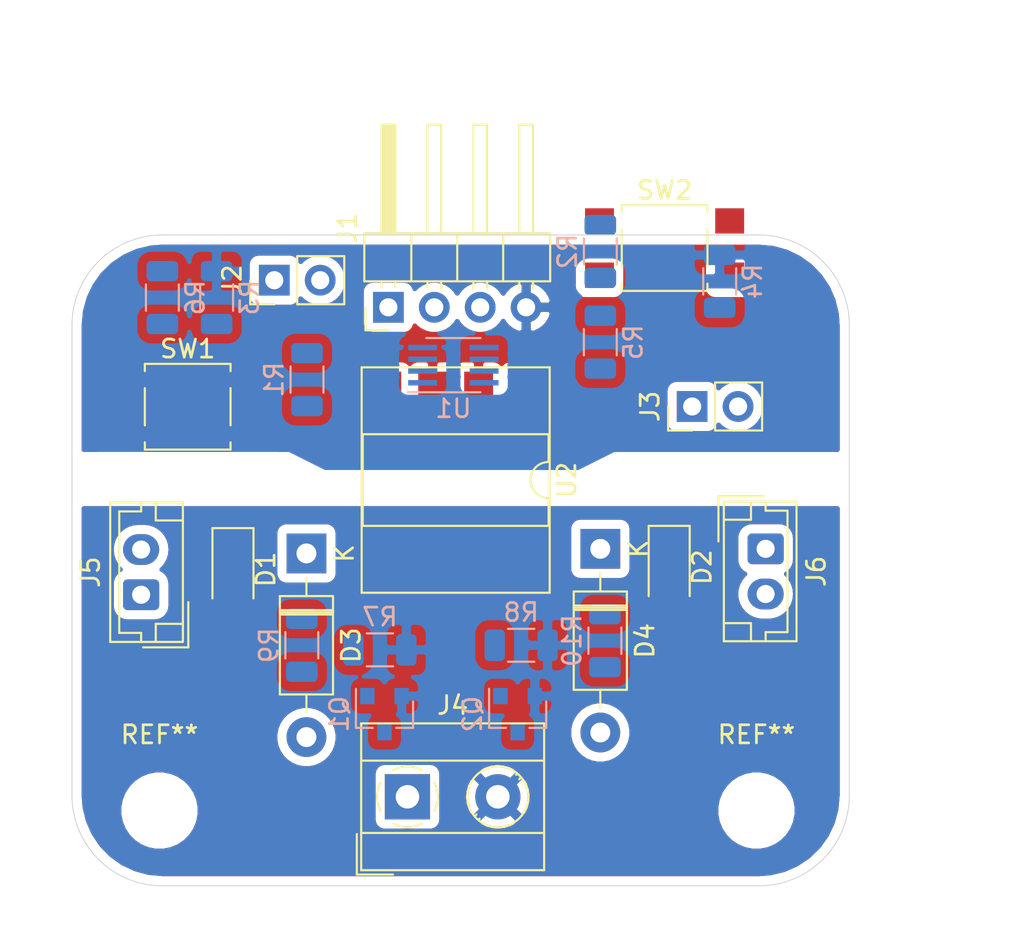
<source format=kicad_pcb>
(kicad_pcb (version 20171130) (host pcbnew "(5.1.8)-1")

  (general
    (thickness 1.6)
    (drawings 10)
    (tracks 0)
    (zones 0)
    (modules 28)
    (nets 21)
  )

  (page A4)
  (layers
    (0 F.Cu signal)
    (31 B.Cu signal)
    (32 B.Adhes user)
    (33 F.Adhes user)
    (34 B.Paste user)
    (35 F.Paste user)
    (36 B.SilkS user)
    (37 F.SilkS user)
    (38 B.Mask user)
    (39 F.Mask user)
    (40 Dwgs.User user)
    (41 Cmts.User user)
    (42 Eco1.User user)
    (43 Eco2.User user)
    (44 Edge.Cuts user)
    (45 Margin user)
    (46 B.CrtYd user)
    (47 F.CrtYd user)
    (48 B.Fab user)
    (49 F.Fab user)
  )

  (setup
    (last_trace_width 0.25)
    (trace_clearance 0.2)
    (zone_clearance 0.508)
    (zone_45_only no)
    (trace_min 0.2)
    (via_size 0.8)
    (via_drill 0.4)
    (via_min_size 0.4)
    (via_min_drill 0.3)
    (uvia_size 0.3)
    (uvia_drill 0.1)
    (uvias_allowed no)
    (uvia_min_size 0.2)
    (uvia_min_drill 0.1)
    (edge_width 0.05)
    (segment_width 0.2)
    (pcb_text_width 0.3)
    (pcb_text_size 1.5 1.5)
    (mod_edge_width 0.12)
    (mod_text_size 1 1)
    (mod_text_width 0.15)
    (pad_size 1.524 1.524)
    (pad_drill 0.762)
    (pad_to_mask_clearance 0)
    (aux_axis_origin 0 0)
    (visible_elements FFFFFF7F)
    (pcbplotparams
      (layerselection 0x010fc_ffffffff)
      (usegerberextensions false)
      (usegerberattributes true)
      (usegerberadvancedattributes true)
      (creategerberjobfile true)
      (excludeedgelayer true)
      (linewidth 0.100000)
      (plotframeref false)
      (viasonmask false)
      (mode 1)
      (useauxorigin false)
      (hpglpennumber 1)
      (hpglpenspeed 20)
      (hpglpendiameter 15.000000)
      (psnegative false)
      (psa4output false)
      (plotreference true)
      (plotvalue true)
      (plotinvisibletext false)
      (padsonsilk false)
      (subtractmaskfromsilk false)
      (outputformat 1)
      (mirror false)
      (drillshape 1)
      (scaleselection 1)
      (outputdirectory ""))
  )

  (net 0 "")
  (net 1 "Net-(D1-Pad2)")
  (net 2 "Net-(D1-Pad1)")
  (net 3 "Net-(D2-Pad2)")
  (net 4 "Net-(D2-Pad1)")
  (net 5 12V)
  (net 6 TeensyGND)
  (net 7 InputB)
  (net 8 InputA)
  (net 9 3.3V)
  (net 10 "Net-(J2-Pad2)")
  (net 11 "Net-(J2-Pad1)")
  (net 12 "Net-(J3-Pad2)")
  (net 13 "Net-(J3-Pad1)")
  (net 14 GNDPWR)
  (net 15 "Net-(Q1-Pad1)")
  (net 16 "Net-(Q2-Pad1)")
  (net 17 "Net-(R5-Pad2)")
  (net 18 "Net-(R5-Pad1)")
  (net 19 "Net-(R6-Pad2)")
  (net 20 "Net-(R6-Pad1)")

  (net_class Default "This is the default net class."
    (clearance 0.2)
    (trace_width 0.25)
    (via_dia 0.8)
    (via_drill 0.4)
    (uvia_dia 0.3)
    (uvia_drill 0.1)
    (add_net 12V)
    (add_net 3.3V)
    (add_net GNDPWR)
    (add_net InputA)
    (add_net InputB)
    (add_net "Net-(D1-Pad1)")
    (add_net "Net-(D1-Pad2)")
    (add_net "Net-(D2-Pad1)")
    (add_net "Net-(D2-Pad2)")
    (add_net "Net-(J2-Pad1)")
    (add_net "Net-(J2-Pad2)")
    (add_net "Net-(J3-Pad1)")
    (add_net "Net-(J3-Pad2)")
    (add_net "Net-(Q1-Pad1)")
    (add_net "Net-(Q2-Pad1)")
    (add_net "Net-(R5-Pad1)")
    (add_net "Net-(R5-Pad2)")
    (add_net "Net-(R6-Pad1)")
    (add_net "Net-(R6-Pad2)")
    (add_net TeensyGND)
  )

  (module Package_DIP:DIP-8_W8.89mm_SMDSocket_LongPads (layer F.Cu) (tedit 5A02E8C5) (tstamp 5FC9B549)
    (at 133.223 82.555 270)
    (descr "8-lead though-hole mounted DIP package, row spacing 8.89 mm (350 mils), SMDSocket, LongPads")
    (tags "THT DIP DIL PDIP 2.54mm 8.89mm 350mil SMDSocket LongPads")
    (path /5FCA8553)
    (attr smd)
    (fp_text reference U2 (at 0 -6.14 90) (layer F.SilkS)
      (effects (font (size 1 1) (thickness 0.15)))
    )
    (fp_text value MCT62H (at 0 6.14 90) (layer F.Fab)
      (effects (font (size 1 1) (thickness 0.15)))
    )
    (fp_text user %R (at 0 0 90) (layer F.Fab)
      (effects (font (size 1 1) (thickness 0.15)))
    )
    (fp_arc (start 0 -5.14) (end -1 -5.14) (angle -180) (layer F.SilkS) (width 0.12))
    (fp_line (start -2.175 -5.08) (end 3.175 -5.08) (layer F.Fab) (width 0.1))
    (fp_line (start 3.175 -5.08) (end 3.175 5.08) (layer F.Fab) (width 0.1))
    (fp_line (start 3.175 5.08) (end -3.175 5.08) (layer F.Fab) (width 0.1))
    (fp_line (start -3.175 5.08) (end -3.175 -4.08) (layer F.Fab) (width 0.1))
    (fp_line (start -3.175 -4.08) (end -2.175 -5.08) (layer F.Fab) (width 0.1))
    (fp_line (start -5.08 -5.14) (end -5.08 5.14) (layer F.Fab) (width 0.1))
    (fp_line (start -5.08 5.14) (end 5.08 5.14) (layer F.Fab) (width 0.1))
    (fp_line (start 5.08 5.14) (end 5.08 -5.14) (layer F.Fab) (width 0.1))
    (fp_line (start 5.08 -5.14) (end -5.08 -5.14) (layer F.Fab) (width 0.1))
    (fp_line (start -1 -5.14) (end -2.535 -5.14) (layer F.SilkS) (width 0.12))
    (fp_line (start -2.535 -5.14) (end -2.535 5.14) (layer F.SilkS) (width 0.12))
    (fp_line (start -2.535 5.14) (end 2.535 5.14) (layer F.SilkS) (width 0.12))
    (fp_line (start 2.535 5.14) (end 2.535 -5.14) (layer F.SilkS) (width 0.12))
    (fp_line (start 2.535 -5.14) (end 1 -5.14) (layer F.SilkS) (width 0.12))
    (fp_line (start -6.235 -5.2) (end -6.235 5.2) (layer F.SilkS) (width 0.12))
    (fp_line (start -6.235 5.2) (end 6.235 5.2) (layer F.SilkS) (width 0.12))
    (fp_line (start 6.235 5.2) (end 6.235 -5.2) (layer F.SilkS) (width 0.12))
    (fp_line (start 6.235 -5.2) (end -6.235 -5.2) (layer F.SilkS) (width 0.12))
    (fp_line (start -6.25 -5.4) (end -6.25 5.4) (layer F.CrtYd) (width 0.05))
    (fp_line (start -6.25 5.4) (end 6.25 5.4) (layer F.CrtYd) (width 0.05))
    (fp_line (start 6.25 5.4) (end 6.25 -5.4) (layer F.CrtYd) (width 0.05))
    (fp_line (start 6.25 -5.4) (end -6.25 -5.4) (layer F.CrtYd) (width 0.05))
    (pad 8 smd rect (at 4.445 -3.81 270) (size 3.1 1.6) (layers F.Cu F.Paste F.Mask)
      (net 15 "Net-(Q1-Pad1)"))
    (pad 4 smd rect (at -4.445 3.81 270) (size 3.1 1.6) (layers F.Cu F.Paste F.Mask)
      (net 20 "Net-(R6-Pad1)"))
    (pad 7 smd rect (at 4.445 -1.27 270) (size 3.1 1.6) (layers F.Cu F.Paste F.Mask)
      (net 5 12V))
    (pad 3 smd rect (at -4.445 1.27 270) (size 3.1 1.6) (layers F.Cu F.Paste F.Mask)
      (net 6 TeensyGND))
    (pad 6 smd rect (at 4.445 1.27 270) (size 3.1 1.6) (layers F.Cu F.Paste F.Mask)
      (net 5 12V))
    (pad 2 smd rect (at -4.445 -1.27 270) (size 3.1 1.6) (layers F.Cu F.Paste F.Mask)
      (net 6 TeensyGND))
    (pad 5 smd rect (at 4.445 3.81 270) (size 3.1 1.6) (layers F.Cu F.Paste F.Mask)
      (net 16 "Net-(Q2-Pad1)"))
    (pad 1 smd rect (at -4.445 -3.81 270) (size 3.1 1.6) (layers F.Cu F.Paste F.Mask)
      (net 18 "Net-(R5-Pad1)"))
    (model ${KISYS3DMOD}/Package_DIP.3dshapes/DIP-8_W8.89mm_SMDSocket.wrl
      (at (xyz 0 0 0))
      (scale (xyz 1 1 1))
      (rotate (xyz 0 0 0))
    )
  )

  (module Button_Switch_SMD:SW_SPST_TL3305A (layer F.Cu) (tedit 5ABC3A97) (tstamp 5FC9B515)
    (at 144.78 69.723)
    (descr https://www.e-switch.com/system/asset/product_line/data_sheet/213/TL3305.pdf)
    (tags "TL3305 Series Tact Switch")
    (path /5FCA78E1)
    (attr smd)
    (fp_text reference SW2 (at 0 -3.2) (layer F.SilkS)
      (effects (font (size 1 1) (thickness 0.15)))
    )
    (fp_text value man_trig_B (at 0 3.2) (layer F.Fab)
      (effects (font (size 1 1) (thickness 0.15)))
    )
    (fp_text user %R (at 0 0) (layer F.Fab)
      (effects (font (size 0.5 0.5) (thickness 0.075)))
    )
    (fp_line (start -3 1.15) (end -3 1.85) (layer F.Fab) (width 0.1))
    (fp_line (start -3 -1.85) (end -3 -1.15) (layer F.Fab) (width 0.1))
    (fp_line (start 3 1.15) (end 3 1.85) (layer F.Fab) (width 0.1))
    (fp_line (start 3 -1.85) (end 3 -1.15) (layer F.Fab) (width 0.1))
    (fp_line (start -3.75 1.85) (end -2.25 1.85) (layer F.Fab) (width 0.1))
    (fp_line (start -3.75 1.15) (end -3.75 1.85) (layer F.Fab) (width 0.1))
    (fp_line (start -2.25 1.15) (end -3.75 1.15) (layer F.Fab) (width 0.1))
    (fp_line (start -3.75 -1.15) (end -2.25 -1.15) (layer F.Fab) (width 0.1))
    (fp_line (start -3.75 -1.85) (end -3.75 -1.15) (layer F.Fab) (width 0.1))
    (fp_line (start -2.25 -1.85) (end -3.75 -1.85) (layer F.Fab) (width 0.1))
    (fp_line (start 3.75 1.85) (end 2.25 1.85) (layer F.Fab) (width 0.1))
    (fp_line (start 3.75 1.15) (end 3.75 1.85) (layer F.Fab) (width 0.1))
    (fp_line (start 2.25 1.15) (end 3.75 1.15) (layer F.Fab) (width 0.1))
    (fp_line (start 3.75 -1.85) (end 2.25 -1.85) (layer F.Fab) (width 0.1))
    (fp_line (start 3.75 -1.15) (end 3.75 -1.85) (layer F.Fab) (width 0.1))
    (fp_line (start 2.25 -1.15) (end 3.75 -1.15) (layer F.Fab) (width 0.1))
    (fp_circle (center 0 0) (end 1.25 0) (layer F.Fab) (width 0.1))
    (fp_line (start -2.25 2.25) (end -2.25 -2.25) (layer F.Fab) (width 0.1))
    (fp_line (start 2.25 2.25) (end -2.25 2.25) (layer F.Fab) (width 0.1))
    (fp_line (start 2.25 -2.25) (end 2.25 2.25) (layer F.Fab) (width 0.1))
    (fp_line (start -2.25 -2.25) (end 2.25 -2.25) (layer F.Fab) (width 0.1))
    (fp_line (start -2.37 -2.37) (end 2.37 -2.37) (layer F.SilkS) (width 0.12))
    (fp_line (start -2.37 -2.37) (end -2.37 -1.97) (layer F.SilkS) (width 0.12))
    (fp_line (start 2.37 -2.37) (end 2.37 -1.97) (layer F.SilkS) (width 0.12))
    (fp_line (start -2.37 2.37) (end -2.37 1.97) (layer F.SilkS) (width 0.12))
    (fp_line (start -2.37 2.37) (end 2.37 2.37) (layer F.SilkS) (width 0.12))
    (fp_line (start 2.37 2.37) (end 2.37 1.97) (layer F.SilkS) (width 0.12))
    (fp_line (start 2.37 1.03) (end 2.37 -1.03) (layer F.SilkS) (width 0.12))
    (fp_line (start -2.37 1.03) (end -2.37 -1.03) (layer F.SilkS) (width 0.12))
    (fp_line (start 4.65 -2.5) (end 4.65 2.5) (layer F.CrtYd) (width 0.05))
    (fp_line (start 4.65 2.5) (end -4.65 2.5) (layer F.CrtYd) (width 0.05))
    (fp_line (start -4.65 2.5) (end -4.65 -2.5) (layer F.CrtYd) (width 0.05))
    (fp_line (start -4.65 -2.5) (end 4.65 -2.5) (layer F.CrtYd) (width 0.05))
    (pad 2 smd rect (at -3.6 1.5) (size 1.6 1.4) (layers F.Cu F.Paste F.Mask)
      (net 13 "Net-(J3-Pad1)"))
    (pad 2 smd rect (at 3.6 1.5) (size 1.6 1.4) (layers F.Cu F.Paste F.Mask)
      (net 13 "Net-(J3-Pad1)"))
    (pad 1 smd rect (at -3.6 -1.5) (size 1.6 1.4) (layers F.Cu F.Paste F.Mask)
      (net 12 "Net-(J3-Pad2)"))
    (pad 1 smd rect (at 3.6 -1.5) (size 1.6 1.4) (layers F.Cu F.Paste F.Mask)
      (net 12 "Net-(J3-Pad2)"))
    (model ${KISYS3DMOD}/Button_Switch_SMD.3dshapes/SW_SPST_TL3305A.wrl
      (at (xyz 0 0 0))
      (scale (xyz 1 1 1))
      (rotate (xyz 0 0 0))
    )
  )

  (module Button_Switch_SMD:SW_SPST_TL3305A (layer F.Cu) (tedit 5ABC3A97) (tstamp 5FC9B4F6)
    (at 118.4 78.5)
    (descr https://www.e-switch.com/system/asset/product_line/data_sheet/213/TL3305.pdf)
    (tags "TL3305 Series Tact Switch")
    (path /5FC95FF1)
    (attr smd)
    (fp_text reference SW1 (at 0 -3.2) (layer F.SilkS)
      (effects (font (size 1 1) (thickness 0.15)))
    )
    (fp_text value man_trig_A (at 0 3.418) (layer F.Fab)
      (effects (font (size 1 1) (thickness 0.15)))
    )
    (fp_text user %R (at 0 0) (layer F.Fab)
      (effects (font (size 0.5 0.5) (thickness 0.075)))
    )
    (fp_line (start -3 1.15) (end -3 1.85) (layer F.Fab) (width 0.1))
    (fp_line (start -3 -1.85) (end -3 -1.15) (layer F.Fab) (width 0.1))
    (fp_line (start 3 1.15) (end 3 1.85) (layer F.Fab) (width 0.1))
    (fp_line (start 3 -1.85) (end 3 -1.15) (layer F.Fab) (width 0.1))
    (fp_line (start -3.75 1.85) (end -2.25 1.85) (layer F.Fab) (width 0.1))
    (fp_line (start -3.75 1.15) (end -3.75 1.85) (layer F.Fab) (width 0.1))
    (fp_line (start -2.25 1.15) (end -3.75 1.15) (layer F.Fab) (width 0.1))
    (fp_line (start -3.75 -1.15) (end -2.25 -1.15) (layer F.Fab) (width 0.1))
    (fp_line (start -3.75 -1.85) (end -3.75 -1.15) (layer F.Fab) (width 0.1))
    (fp_line (start -2.25 -1.85) (end -3.75 -1.85) (layer F.Fab) (width 0.1))
    (fp_line (start 3.75 1.85) (end 2.25 1.85) (layer F.Fab) (width 0.1))
    (fp_line (start 3.75 1.15) (end 3.75 1.85) (layer F.Fab) (width 0.1))
    (fp_line (start 2.25 1.15) (end 3.75 1.15) (layer F.Fab) (width 0.1))
    (fp_line (start 3.75 -1.85) (end 2.25 -1.85) (layer F.Fab) (width 0.1))
    (fp_line (start 3.75 -1.15) (end 3.75 -1.85) (layer F.Fab) (width 0.1))
    (fp_line (start 2.25 -1.15) (end 3.75 -1.15) (layer F.Fab) (width 0.1))
    (fp_circle (center 0 0) (end 1.25 0) (layer F.Fab) (width 0.1))
    (fp_line (start -2.25 2.25) (end -2.25 -2.25) (layer F.Fab) (width 0.1))
    (fp_line (start 2.25 2.25) (end -2.25 2.25) (layer F.Fab) (width 0.1))
    (fp_line (start 2.25 -2.25) (end 2.25 2.25) (layer F.Fab) (width 0.1))
    (fp_line (start -2.25 -2.25) (end 2.25 -2.25) (layer F.Fab) (width 0.1))
    (fp_line (start -2.37 -2.37) (end 2.37 -2.37) (layer F.SilkS) (width 0.12))
    (fp_line (start -2.37 -2.37) (end -2.37 -1.97) (layer F.SilkS) (width 0.12))
    (fp_line (start 2.37 -2.37) (end 2.37 -1.97) (layer F.SilkS) (width 0.12))
    (fp_line (start -2.37 2.37) (end -2.37 1.97) (layer F.SilkS) (width 0.12))
    (fp_line (start -2.37 2.37) (end 2.37 2.37) (layer F.SilkS) (width 0.12))
    (fp_line (start 2.37 2.37) (end 2.37 1.97) (layer F.SilkS) (width 0.12))
    (fp_line (start 2.37 1.03) (end 2.37 -1.03) (layer F.SilkS) (width 0.12))
    (fp_line (start -2.37 1.03) (end -2.37 -1.03) (layer F.SilkS) (width 0.12))
    (fp_line (start 4.65 -2.5) (end 4.65 2.5) (layer F.CrtYd) (width 0.05))
    (fp_line (start 4.65 2.5) (end -4.65 2.5) (layer F.CrtYd) (width 0.05))
    (fp_line (start -4.65 2.5) (end -4.65 -2.5) (layer F.CrtYd) (width 0.05))
    (fp_line (start -4.65 -2.5) (end 4.65 -2.5) (layer F.CrtYd) (width 0.05))
    (pad 2 smd rect (at -3.6 1.5) (size 1.6 1.4) (layers F.Cu F.Paste F.Mask)
      (net 11 "Net-(J2-Pad1)"))
    (pad 2 smd rect (at 3.6 1.5) (size 1.6 1.4) (layers F.Cu F.Paste F.Mask)
      (net 11 "Net-(J2-Pad1)"))
    (pad 1 smd rect (at -3.6 -1.5) (size 1.6 1.4) (layers F.Cu F.Paste F.Mask)
      (net 10 "Net-(J2-Pad2)"))
    (pad 1 smd rect (at 3.6 -1.5) (size 1.6 1.4) (layers F.Cu F.Paste F.Mask)
      (net 10 "Net-(J2-Pad2)"))
    (model ${KISYS3DMOD}/Button_Switch_SMD.3dshapes/SW_SPST_TL3305A.wrl
      (at (xyz 0 0 0))
      (scale (xyz 1 1 1))
      (rotate (xyz 0 0 0))
    )
  )

  (module MountingHole:MountingHole_3.2mm_M3 (layer F.Cu) (tedit 56D1B4CB) (tstamp 5FC9FED8)
    (at 149.86 100.838)
    (descr "Mounting Hole 3.2mm, no annular, M3")
    (tags "mounting hole 3.2mm no annular m3")
    (attr virtual)
    (fp_text reference REF** (at 0 -4.2) (layer F.SilkS)
      (effects (font (size 1 1) (thickness 0.15)))
    )
    (fp_text value MountingHole_3.2mm_M3 (at 0 4.2) (layer F.Fab)
      (effects (font (size 1 1) (thickness 0.15)))
    )
    (fp_text user %R (at 0.3 0) (layer F.Fab)
      (effects (font (size 1 1) (thickness 0.15)))
    )
    (fp_circle (center 0 0) (end 3.2 0) (layer Cmts.User) (width 0.15))
    (fp_circle (center 0 0) (end 3.45 0) (layer F.CrtYd) (width 0.05))
    (pad 1 np_thru_hole circle (at 0 0) (size 3.2 3.2) (drill 3.2) (layers *.Cu *.Mask))
  )

  (module MountingHole:MountingHole_3.2mm_M3 (layer F.Cu) (tedit 56D1B4CB) (tstamp 5FC9FEAD)
    (at 116.84 100.838)
    (descr "Mounting Hole 3.2mm, no annular, M3")
    (tags "mounting hole 3.2mm no annular m3")
    (attr virtual)
    (fp_text reference REF** (at 0 -4.2) (layer F.SilkS)
      (effects (font (size 1 1) (thickness 0.15)))
    )
    (fp_text value MountingHole_3.2mm_M3 (at 0.66 6.662) (layer F.Fab)
      (effects (font (size 1 1) (thickness 0.15)))
    )
    (fp_text user %R (at 0.3 0) (layer F.Fab)
      (effects (font (size 1 1) (thickness 0.15)))
    )
    (fp_circle (center 0 0) (end 3.2 0) (layer Cmts.User) (width 0.15))
    (fp_circle (center 0 0) (end 3.45 0) (layer F.CrtYd) (width 0.05))
    (pad 1 np_thru_hole circle (at 0 0) (size 3.2 3.2) (drill 3.2) (layers *.Cu *.Mask))
  )

  (module Package_SO:SSOP-8_2.95x2.8mm_P0.65mm (layer B.Cu) (tedit 5A02F25C) (tstamp 5FC9B52D)
    (at 133.096 76.2)
    (descr "SSOP-8 2.9 x2.8mm Pitch 0.65mm")
    (tags "SSOP-8 2.95x2.8mm Pitch 0.65mm")
    (path /5FC9B6D6)
    (attr smd)
    (fp_text reference U1 (at 0 2.4) (layer B.SilkS)
      (effects (font (size 1 1) (thickness 0.15)) (justify mirror))
    )
    (fp_text value 74LVC2G32 (at 0 -2.6) (layer B.Fab)
      (effects (font (size 1 1) (thickness 0.15)) (justify mirror))
    )
    (fp_text user %R (at 0 0) (layer B.Fab)
      (effects (font (size 0.6 0.6) (thickness 0.15)) (justify mirror))
    )
    (fp_line (start -2.75 1.65) (end 2.75 1.65) (layer B.CrtYd) (width 0.05))
    (fp_line (start -2.75 -1.65) (end -2.75 1.65) (layer B.CrtYd) (width 0.05))
    (fp_line (start 2.75 -1.65) (end -2.75 -1.65) (layer B.CrtYd) (width 0.05))
    (fp_line (start 2.75 1.65) (end 2.75 -1.65) (layer B.CrtYd) (width 0.05))
    (fp_line (start 1.5 -1.5) (end -1.5 -1.5) (layer B.SilkS) (width 0.12))
    (fp_line (start 1.5 1.5) (end -2.5 1.5) (layer B.SilkS) (width 0.12))
    (fp_line (start -0.475 1.4) (end -1.475 0.7) (layer B.Fab) (width 0.1))
    (fp_line (start -0.475 1.4) (end 1.475 1.4) (layer B.Fab) (width 0.1))
    (fp_line (start -1.475 -1.4) (end -1.475 0.7) (layer B.Fab) (width 0.1))
    (fp_line (start 1.475 -1.4) (end -1.475 -1.4) (layer B.Fab) (width 0.1))
    (fp_line (start 1.475 1.4) (end 1.475 -1.4) (layer B.Fab) (width 0.1))
    (pad 8 smd rect (at 1.7 0.975 90) (size 0.3 1.6) (layers B.Cu B.Paste B.Mask)
      (net 9 3.3V))
    (pad 7 smd rect (at 1.7 0.325 90) (size 0.3 1.6) (layers B.Cu B.Paste B.Mask)
      (net 17 "Net-(R5-Pad2)"))
    (pad 6 smd rect (at 1.7 -0.325 90) (size 0.3 1.6) (layers B.Cu B.Paste B.Mask)
      (net 13 "Net-(J3-Pad1)"))
    (pad 5 smd rect (at 1.7 -0.975 90) (size 0.3 1.6) (layers B.Cu B.Paste B.Mask)
      (net 7 InputB))
    (pad 4 smd rect (at -1.7 -0.975 90) (size 0.3 1.6) (layers B.Cu B.Paste B.Mask)
      (net 6 TeensyGND))
    (pad 3 smd rect (at -1.7 -0.325 90) (size 0.3 1.6) (layers B.Cu B.Paste B.Mask)
      (net 19 "Net-(R6-Pad2)"))
    (pad 2 smd rect (at -1.7 0.325 90) (size 0.3 1.6) (layers B.Cu B.Paste B.Mask)
      (net 11 "Net-(J2-Pad1)"))
    (pad 1 smd rect (at -1.7 0.975 90) (size 0.3 1.6) (layers B.Cu B.Paste B.Mask)
      (net 8 InputA))
    (model ${KISYS3DMOD}/Package_SO.3dshapes/SSOP-8_2.95x2.8mm_P0.65mm.wrl
      (at (xyz 0 0 0))
      (scale (xyz 1 1 1))
      (rotate (xyz 0 0 0))
    )
  )

  (module Resistor_SMD:R_1206_3216Metric (layer B.Cu) (tedit 5F68FEEE) (tstamp 5FC9B4D7)
    (at 141.478 91.44 270)
    (descr "Resistor SMD 1206 (3216 Metric), square (rectangular) end terminal, IPC_7351 nominal, (Body size source: IPC-SM-782 page 72, https://www.pcb-3d.com/wordpress/wp-content/uploads/ipc-sm-782a_amendment_1_and_2.pdf), generated with kicad-footprint-generator")
    (tags resistor)
    (path /5FCDF065)
    (attr smd)
    (fp_text reference R10 (at 0 1.82 90) (layer B.SilkS)
      (effects (font (size 1 1) (thickness 0.15)) (justify mirror))
    )
    (fp_text value 680 (at 0 -1.82 90) (layer B.Fab)
      (effects (font (size 1 1) (thickness 0.15)) (justify mirror))
    )
    (fp_text user %R (at 0 0 90) (layer B.Fab)
      (effects (font (size 0.8 0.8) (thickness 0.12)) (justify mirror))
    )
    (fp_line (start -1.6 -0.8) (end -1.6 0.8) (layer B.Fab) (width 0.1))
    (fp_line (start -1.6 0.8) (end 1.6 0.8) (layer B.Fab) (width 0.1))
    (fp_line (start 1.6 0.8) (end 1.6 -0.8) (layer B.Fab) (width 0.1))
    (fp_line (start 1.6 -0.8) (end -1.6 -0.8) (layer B.Fab) (width 0.1))
    (fp_line (start -0.727064 0.91) (end 0.727064 0.91) (layer B.SilkS) (width 0.12))
    (fp_line (start -0.727064 -0.91) (end 0.727064 -0.91) (layer B.SilkS) (width 0.12))
    (fp_line (start -2.28 -1.12) (end -2.28 1.12) (layer B.CrtYd) (width 0.05))
    (fp_line (start -2.28 1.12) (end 2.28 1.12) (layer B.CrtYd) (width 0.05))
    (fp_line (start 2.28 1.12) (end 2.28 -1.12) (layer B.CrtYd) (width 0.05))
    (fp_line (start 2.28 -1.12) (end -2.28 -1.12) (layer B.CrtYd) (width 0.05))
    (pad 2 smd roundrect (at 1.4625 0 270) (size 1.125 1.75) (layers B.Cu B.Paste B.Mask) (roundrect_rratio 0.222222)
      (net 3 "Net-(D2-Pad2)"))
    (pad 1 smd roundrect (at -1.4625 0 270) (size 1.125 1.75) (layers B.Cu B.Paste B.Mask) (roundrect_rratio 0.222222)
      (net 5 12V))
    (model ${KISYS3DMOD}/Resistor_SMD.3dshapes/R_1206_3216Metric.wrl
      (at (xyz 0 0 0))
      (scale (xyz 1 1 1))
      (rotate (xyz 0 0 0))
    )
  )

  (module Resistor_SMD:R_1206_3216Metric (layer B.Cu) (tedit 5F68FEEE) (tstamp 5FC9B4C6)
    (at 124.714 91.694 270)
    (descr "Resistor SMD 1206 (3216 Metric), square (rectangular) end terminal, IPC_7351 nominal, (Body size source: IPC-SM-782 page 72, https://www.pcb-3d.com/wordpress/wp-content/uploads/ipc-sm-782a_amendment_1_and_2.pdf), generated with kicad-footprint-generator")
    (tags resistor)
    (path /5FCABBDA)
    (attr smd)
    (fp_text reference R9 (at 0 1.82 90) (layer B.SilkS)
      (effects (font (size 1 1) (thickness 0.15)) (justify mirror))
    )
    (fp_text value 680 (at 0 -1.82 90) (layer B.Fab)
      (effects (font (size 1 1) (thickness 0.15)) (justify mirror))
    )
    (fp_text user %R (at 0 0 90) (layer B.Fab)
      (effects (font (size 0.8 0.8) (thickness 0.12)) (justify mirror))
    )
    (fp_line (start -1.6 -0.8) (end -1.6 0.8) (layer B.Fab) (width 0.1))
    (fp_line (start -1.6 0.8) (end 1.6 0.8) (layer B.Fab) (width 0.1))
    (fp_line (start 1.6 0.8) (end 1.6 -0.8) (layer B.Fab) (width 0.1))
    (fp_line (start 1.6 -0.8) (end -1.6 -0.8) (layer B.Fab) (width 0.1))
    (fp_line (start -0.727064 0.91) (end 0.727064 0.91) (layer B.SilkS) (width 0.12))
    (fp_line (start -0.727064 -0.91) (end 0.727064 -0.91) (layer B.SilkS) (width 0.12))
    (fp_line (start -2.28 -1.12) (end -2.28 1.12) (layer B.CrtYd) (width 0.05))
    (fp_line (start -2.28 1.12) (end 2.28 1.12) (layer B.CrtYd) (width 0.05))
    (fp_line (start 2.28 1.12) (end 2.28 -1.12) (layer B.CrtYd) (width 0.05))
    (fp_line (start 2.28 -1.12) (end -2.28 -1.12) (layer B.CrtYd) (width 0.05))
    (pad 2 smd roundrect (at 1.4625 0 270) (size 1.125 1.75) (layers B.Cu B.Paste B.Mask) (roundrect_rratio 0.222222)
      (net 1 "Net-(D1-Pad2)"))
    (pad 1 smd roundrect (at -1.4625 0 270) (size 1.125 1.75) (layers B.Cu B.Paste B.Mask) (roundrect_rratio 0.222222)
      (net 5 12V))
    (model ${KISYS3DMOD}/Resistor_SMD.3dshapes/R_1206_3216Metric.wrl
      (at (xyz 0 0 0))
      (scale (xyz 1 1 1))
      (rotate (xyz 0 0 0))
    )
  )

  (module Resistor_SMD:R_1206_3216Metric (layer B.Cu) (tedit 5F68FEEE) (tstamp 5FC9B4B5)
    (at 136.8445 91.694 180)
    (descr "Resistor SMD 1206 (3216 Metric), square (rectangular) end terminal, IPC_7351 nominal, (Body size source: IPC-SM-782 page 72, https://www.pcb-3d.com/wordpress/wp-content/uploads/ipc-sm-782a_amendment_1_and_2.pdf), generated with kicad-footprint-generator")
    (tags resistor)
    (path /5FCDF096)
    (attr smd)
    (fp_text reference R8 (at 0 1.82) (layer B.SilkS)
      (effects (font (size 1 1) (thickness 0.15)) (justify mirror))
    )
    (fp_text value 10k (at 0 -1.82) (layer B.Fab)
      (effects (font (size 1 1) (thickness 0.15)) (justify mirror))
    )
    (fp_text user %R (at 0 0) (layer B.Fab)
      (effects (font (size 0.8 0.8) (thickness 0.12)) (justify mirror))
    )
    (fp_line (start -1.6 -0.8) (end -1.6 0.8) (layer B.Fab) (width 0.1))
    (fp_line (start -1.6 0.8) (end 1.6 0.8) (layer B.Fab) (width 0.1))
    (fp_line (start 1.6 0.8) (end 1.6 -0.8) (layer B.Fab) (width 0.1))
    (fp_line (start 1.6 -0.8) (end -1.6 -0.8) (layer B.Fab) (width 0.1))
    (fp_line (start -0.727064 0.91) (end 0.727064 0.91) (layer B.SilkS) (width 0.12))
    (fp_line (start -0.727064 -0.91) (end 0.727064 -0.91) (layer B.SilkS) (width 0.12))
    (fp_line (start -2.28 -1.12) (end -2.28 1.12) (layer B.CrtYd) (width 0.05))
    (fp_line (start -2.28 1.12) (end 2.28 1.12) (layer B.CrtYd) (width 0.05))
    (fp_line (start 2.28 1.12) (end 2.28 -1.12) (layer B.CrtYd) (width 0.05))
    (fp_line (start 2.28 -1.12) (end -2.28 -1.12) (layer B.CrtYd) (width 0.05))
    (pad 2 smd roundrect (at 1.4625 0 180) (size 1.125 1.75) (layers B.Cu B.Paste B.Mask) (roundrect_rratio 0.222222)
      (net 16 "Net-(Q2-Pad1)"))
    (pad 1 smd roundrect (at -1.4625 0 180) (size 1.125 1.75) (layers B.Cu B.Paste B.Mask) (roundrect_rratio 0.222222)
      (net 14 GNDPWR))
    (model ${KISYS3DMOD}/Resistor_SMD.3dshapes/R_1206_3216Metric.wrl
      (at (xyz 0 0 0))
      (scale (xyz 1 1 1))
      (rotate (xyz 0 0 0))
    )
  )

  (module Resistor_SMD:R_1206_3216Metric (layer B.Cu) (tedit 5F68FEEE) (tstamp 5FC9F9A1)
    (at 129.032 91.948 180)
    (descr "Resistor SMD 1206 (3216 Metric), square (rectangular) end terminal, IPC_7351 nominal, (Body size source: IPC-SM-782 page 72, https://www.pcb-3d.com/wordpress/wp-content/uploads/ipc-sm-782a_amendment_1_and_2.pdf), generated with kicad-footprint-generator")
    (tags resistor)
    (path /5FCD0680)
    (attr smd)
    (fp_text reference R7 (at 0 1.82) (layer B.SilkS)
      (effects (font (size 1 1) (thickness 0.15)) (justify mirror))
    )
    (fp_text value 10k (at 0 -1.82) (layer B.Fab)
      (effects (font (size 1 1) (thickness 0.15)) (justify mirror))
    )
    (fp_text user %R (at 0 0) (layer B.Fab)
      (effects (font (size 0.8 0.8) (thickness 0.12)) (justify mirror))
    )
    (fp_line (start -1.6 -0.8) (end -1.6 0.8) (layer B.Fab) (width 0.1))
    (fp_line (start -1.6 0.8) (end 1.6 0.8) (layer B.Fab) (width 0.1))
    (fp_line (start 1.6 0.8) (end 1.6 -0.8) (layer B.Fab) (width 0.1))
    (fp_line (start 1.6 -0.8) (end -1.6 -0.8) (layer B.Fab) (width 0.1))
    (fp_line (start -0.727064 0.91) (end 0.727064 0.91) (layer B.SilkS) (width 0.12))
    (fp_line (start -0.727064 -0.91) (end 0.727064 -0.91) (layer B.SilkS) (width 0.12))
    (fp_line (start -2.28 -1.12) (end -2.28 1.12) (layer B.CrtYd) (width 0.05))
    (fp_line (start -2.28 1.12) (end 2.28 1.12) (layer B.CrtYd) (width 0.05))
    (fp_line (start 2.28 1.12) (end 2.28 -1.12) (layer B.CrtYd) (width 0.05))
    (fp_line (start 2.28 -1.12) (end -2.28 -1.12) (layer B.CrtYd) (width 0.05))
    (pad 2 smd roundrect (at 1.4625 0 180) (size 1.125 1.75) (layers B.Cu B.Paste B.Mask) (roundrect_rratio 0.222222)
      (net 15 "Net-(Q1-Pad1)"))
    (pad 1 smd roundrect (at -1.4625 0 180) (size 1.125 1.75) (layers B.Cu B.Paste B.Mask) (roundrect_rratio 0.222222)
      (net 14 GNDPWR))
    (model ${KISYS3DMOD}/Resistor_SMD.3dshapes/R_1206_3216Metric.wrl
      (at (xyz 0 0 0))
      (scale (xyz 1 1 1))
      (rotate (xyz 0 0 0))
    )
  )

  (module Resistor_SMD:R_1206_3216Metric (layer B.Cu) (tedit 5F68FEEE) (tstamp 5FC9B493)
    (at 117 72.4625 90)
    (descr "Resistor SMD 1206 (3216 Metric), square (rectangular) end terminal, IPC_7351 nominal, (Body size source: IPC-SM-782 page 72, https://www.pcb-3d.com/wordpress/wp-content/uploads/ipc-sm-782a_amendment_1_and_2.pdf), generated with kicad-footprint-generator")
    (tags resistor)
    (path /5FCA7918)
    (attr smd)
    (fp_text reference R6 (at 0 1.82 90) (layer B.SilkS)
      (effects (font (size 1 1) (thickness 0.15)) (justify mirror))
    )
    (fp_text value 220 (at 0 -1.82 90) (layer B.Fab)
      (effects (font (size 1 1) (thickness 0.15)) (justify mirror))
    )
    (fp_text user %R (at 0 0 90) (layer B.Fab)
      (effects (font (size 0.8 0.8) (thickness 0.12)) (justify mirror))
    )
    (fp_line (start -1.6 -0.8) (end -1.6 0.8) (layer B.Fab) (width 0.1))
    (fp_line (start -1.6 0.8) (end 1.6 0.8) (layer B.Fab) (width 0.1))
    (fp_line (start 1.6 0.8) (end 1.6 -0.8) (layer B.Fab) (width 0.1))
    (fp_line (start 1.6 -0.8) (end -1.6 -0.8) (layer B.Fab) (width 0.1))
    (fp_line (start -0.727064 0.91) (end 0.727064 0.91) (layer B.SilkS) (width 0.12))
    (fp_line (start -0.727064 -0.91) (end 0.727064 -0.91) (layer B.SilkS) (width 0.12))
    (fp_line (start -2.28 -1.12) (end -2.28 1.12) (layer B.CrtYd) (width 0.05))
    (fp_line (start -2.28 1.12) (end 2.28 1.12) (layer B.CrtYd) (width 0.05))
    (fp_line (start 2.28 1.12) (end 2.28 -1.12) (layer B.CrtYd) (width 0.05))
    (fp_line (start 2.28 -1.12) (end -2.28 -1.12) (layer B.CrtYd) (width 0.05))
    (pad 2 smd roundrect (at 1.4625 0 90) (size 1.125 1.75) (layers B.Cu B.Paste B.Mask) (roundrect_rratio 0.222222)
      (net 19 "Net-(R6-Pad2)"))
    (pad 1 smd roundrect (at -1.4625 0 90) (size 1.125 1.75) (layers B.Cu B.Paste B.Mask) (roundrect_rratio 0.222222)
      (net 20 "Net-(R6-Pad1)"))
    (model ${KISYS3DMOD}/Resistor_SMD.3dshapes/R_1206_3216Metric.wrl
      (at (xyz 0 0 0))
      (scale (xyz 1 1 1))
      (rotate (xyz 0 0 0))
    )
  )

  (module Resistor_SMD:R_1206_3216Metric (layer B.Cu) (tedit 5F68FEEE) (tstamp 5FC9C859)
    (at 141.224 74.93 90)
    (descr "Resistor SMD 1206 (3216 Metric), square (rectangular) end terminal, IPC_7351 nominal, (Body size source: IPC-SM-782 page 72, https://www.pcb-3d.com/wordpress/wp-content/uploads/ipc-sm-782a_amendment_1_and_2.pdf), generated with kicad-footprint-generator")
    (tags resistor)
    (path /5FC9E7F9)
    (attr smd)
    (fp_text reference R5 (at 0 1.82 90) (layer B.SilkS)
      (effects (font (size 1 1) (thickness 0.15)) (justify mirror))
    )
    (fp_text value 220 (at 0 -1.82) (layer B.Fab)
      (effects (font (size 1 1) (thickness 0.15)) (justify mirror))
    )
    (fp_text user %R (at 0 0 90) (layer B.Fab)
      (effects (font (size 0.8 0.8) (thickness 0.12)) (justify mirror))
    )
    (fp_line (start -1.6 -0.8) (end -1.6 0.8) (layer B.Fab) (width 0.1))
    (fp_line (start -1.6 0.8) (end 1.6 0.8) (layer B.Fab) (width 0.1))
    (fp_line (start 1.6 0.8) (end 1.6 -0.8) (layer B.Fab) (width 0.1))
    (fp_line (start 1.6 -0.8) (end -1.6 -0.8) (layer B.Fab) (width 0.1))
    (fp_line (start -0.727064 0.91) (end 0.727064 0.91) (layer B.SilkS) (width 0.12))
    (fp_line (start -0.727064 -0.91) (end 0.727064 -0.91) (layer B.SilkS) (width 0.12))
    (fp_line (start -2.28 -1.12) (end -2.28 1.12) (layer B.CrtYd) (width 0.05))
    (fp_line (start -2.28 1.12) (end 2.28 1.12) (layer B.CrtYd) (width 0.05))
    (fp_line (start 2.28 1.12) (end 2.28 -1.12) (layer B.CrtYd) (width 0.05))
    (fp_line (start 2.28 -1.12) (end -2.28 -1.12) (layer B.CrtYd) (width 0.05))
    (pad 2 smd roundrect (at 1.4625 0 90) (size 1.125 1.75) (layers B.Cu B.Paste B.Mask) (roundrect_rratio 0.222222)
      (net 17 "Net-(R5-Pad2)"))
    (pad 1 smd roundrect (at -1.4625 0 90) (size 1.125 1.75) (layers B.Cu B.Paste B.Mask) (roundrect_rratio 0.222222)
      (net 18 "Net-(R5-Pad1)"))
    (model ${KISYS3DMOD}/Resistor_SMD.3dshapes/R_1206_3216Metric.wrl
      (at (xyz 0 0 0))
      (scale (xyz 1 1 1))
      (rotate (xyz 0 0 0))
    )
  )

  (module Resistor_SMD:R_1206_3216Metric (layer B.Cu) (tedit 5F68FEEE) (tstamp 5FC9B471)
    (at 147.828 71.5665 90)
    (descr "Resistor SMD 1206 (3216 Metric), square (rectangular) end terminal, IPC_7351 nominal, (Body size source: IPC-SM-782 page 72, https://www.pcb-3d.com/wordpress/wp-content/uploads/ipc-sm-782a_amendment_1_and_2.pdf), generated with kicad-footprint-generator")
    (tags resistor)
    (path /5FCA78FC)
    (attr smd)
    (fp_text reference R4 (at 0 1.82 -90) (layer B.SilkS)
      (effects (font (size 1 1) (thickness 0.15)) (justify mirror))
    )
    (fp_text value 10k (at 0 -1.82 -90) (layer B.Fab)
      (effects (font (size 1 1) (thickness 0.15)) (justify mirror))
    )
    (fp_text user %R (at 0 0 -90) (layer B.Fab)
      (effects (font (size 0.8 0.8) (thickness 0.12)) (justify mirror))
    )
    (fp_line (start -1.6 -0.8) (end -1.6 0.8) (layer B.Fab) (width 0.1))
    (fp_line (start -1.6 0.8) (end 1.6 0.8) (layer B.Fab) (width 0.1))
    (fp_line (start 1.6 0.8) (end 1.6 -0.8) (layer B.Fab) (width 0.1))
    (fp_line (start 1.6 -0.8) (end -1.6 -0.8) (layer B.Fab) (width 0.1))
    (fp_line (start -0.727064 0.91) (end 0.727064 0.91) (layer B.SilkS) (width 0.12))
    (fp_line (start -0.727064 -0.91) (end 0.727064 -0.91) (layer B.SilkS) (width 0.12))
    (fp_line (start -2.28 -1.12) (end -2.28 1.12) (layer B.CrtYd) (width 0.05))
    (fp_line (start -2.28 1.12) (end 2.28 1.12) (layer B.CrtYd) (width 0.05))
    (fp_line (start 2.28 1.12) (end 2.28 -1.12) (layer B.CrtYd) (width 0.05))
    (fp_line (start 2.28 -1.12) (end -2.28 -1.12) (layer B.CrtYd) (width 0.05))
    (pad 2 smd roundrect (at 1.4625 0 90) (size 1.125 1.75) (layers B.Cu B.Paste B.Mask) (roundrect_rratio 0.222222)
      (net 6 TeensyGND))
    (pad 1 smd roundrect (at -1.4625 0 90) (size 1.125 1.75) (layers B.Cu B.Paste B.Mask) (roundrect_rratio 0.222222)
      (net 13 "Net-(J3-Pad1)"))
    (model ${KISYS3DMOD}/Resistor_SMD.3dshapes/R_1206_3216Metric.wrl
      (at (xyz 0 0 0))
      (scale (xyz 1 1 1))
      (rotate (xyz 0 0 0))
    )
  )

  (module Resistor_SMD:R_1206_3216Metric (layer B.Cu) (tedit 5F68FEEE) (tstamp 5FC9B460)
    (at 120 72.4625 90)
    (descr "Resistor SMD 1206 (3216 Metric), square (rectangular) end terminal, IPC_7351 nominal, (Body size source: IPC-SM-782 page 72, https://www.pcb-3d.com/wordpress/wp-content/uploads/ipc-sm-782a_amendment_1_and_2.pdf), generated with kicad-footprint-generator")
    (tags resistor)
    (path /5FC9A0FC)
    (attr smd)
    (fp_text reference R3 (at 0 1.82 270) (layer B.SilkS)
      (effects (font (size 1 1) (thickness 0.15)) (justify mirror))
    )
    (fp_text value 10k (at 0 -1.82 270) (layer B.Fab)
      (effects (font (size 1 1) (thickness 0.15)) (justify mirror))
    )
    (fp_text user %R (at 0 0 270) (layer B.Fab)
      (effects (font (size 0.8 0.8) (thickness 0.12)) (justify mirror))
    )
    (fp_line (start -1.6 -0.8) (end -1.6 0.8) (layer B.Fab) (width 0.1))
    (fp_line (start -1.6 0.8) (end 1.6 0.8) (layer B.Fab) (width 0.1))
    (fp_line (start 1.6 0.8) (end 1.6 -0.8) (layer B.Fab) (width 0.1))
    (fp_line (start 1.6 -0.8) (end -1.6 -0.8) (layer B.Fab) (width 0.1))
    (fp_line (start -0.727064 0.91) (end 0.727064 0.91) (layer B.SilkS) (width 0.12))
    (fp_line (start -0.727064 -0.91) (end 0.727064 -0.91) (layer B.SilkS) (width 0.12))
    (fp_line (start -2.28 -1.12) (end -2.28 1.12) (layer B.CrtYd) (width 0.05))
    (fp_line (start -2.28 1.12) (end 2.28 1.12) (layer B.CrtYd) (width 0.05))
    (fp_line (start 2.28 1.12) (end 2.28 -1.12) (layer B.CrtYd) (width 0.05))
    (fp_line (start 2.28 -1.12) (end -2.28 -1.12) (layer B.CrtYd) (width 0.05))
    (pad 2 smd roundrect (at 1.4625 0 90) (size 1.125 1.75) (layers B.Cu B.Paste B.Mask) (roundrect_rratio 0.222222)
      (net 6 TeensyGND))
    (pad 1 smd roundrect (at -1.4625 0 90) (size 1.125 1.75) (layers B.Cu B.Paste B.Mask) (roundrect_rratio 0.222222)
      (net 11 "Net-(J2-Pad1)"))
    (model ${KISYS3DMOD}/Resistor_SMD.3dshapes/R_1206_3216Metric.wrl
      (at (xyz 0 0 0))
      (scale (xyz 1 1 1))
      (rotate (xyz 0 0 0))
    )
  )

  (module Resistor_SMD:R_1206_3216Metric (layer B.Cu) (tedit 5F68FEEE) (tstamp 5FC9B44F)
    (at 141.224 69.9115 270)
    (descr "Resistor SMD 1206 (3216 Metric), square (rectangular) end terminal, IPC_7351 nominal, (Body size source: IPC-SM-782 page 72, https://www.pcb-3d.com/wordpress/wp-content/uploads/ipc-sm-782a_amendment_1_and_2.pdf), generated with kicad-footprint-generator")
    (tags resistor)
    (path /5FCA78E7)
    (attr smd)
    (fp_text reference R2 (at 0 1.82 90) (layer B.SilkS)
      (effects (font (size 1 1) (thickness 0.15)) (justify mirror))
    )
    (fp_text value 1k (at 0 -1.82 90) (layer B.Fab)
      (effects (font (size 1 1) (thickness 0.15)) (justify mirror))
    )
    (fp_text user %R (at 0 0 90) (layer B.Fab)
      (effects (font (size 0.8 0.8) (thickness 0.12)) (justify mirror))
    )
    (fp_line (start -1.6 -0.8) (end -1.6 0.8) (layer B.Fab) (width 0.1))
    (fp_line (start -1.6 0.8) (end 1.6 0.8) (layer B.Fab) (width 0.1))
    (fp_line (start 1.6 0.8) (end 1.6 -0.8) (layer B.Fab) (width 0.1))
    (fp_line (start 1.6 -0.8) (end -1.6 -0.8) (layer B.Fab) (width 0.1))
    (fp_line (start -0.727064 0.91) (end 0.727064 0.91) (layer B.SilkS) (width 0.12))
    (fp_line (start -0.727064 -0.91) (end 0.727064 -0.91) (layer B.SilkS) (width 0.12))
    (fp_line (start -2.28 -1.12) (end -2.28 1.12) (layer B.CrtYd) (width 0.05))
    (fp_line (start -2.28 1.12) (end 2.28 1.12) (layer B.CrtYd) (width 0.05))
    (fp_line (start 2.28 1.12) (end 2.28 -1.12) (layer B.CrtYd) (width 0.05))
    (fp_line (start 2.28 -1.12) (end -2.28 -1.12) (layer B.CrtYd) (width 0.05))
    (pad 2 smd roundrect (at 1.4625 0 270) (size 1.125 1.75) (layers B.Cu B.Paste B.Mask) (roundrect_rratio 0.222222)
      (net 9 3.3V))
    (pad 1 smd roundrect (at -1.4625 0 270) (size 1.125 1.75) (layers B.Cu B.Paste B.Mask) (roundrect_rratio 0.222222)
      (net 12 "Net-(J3-Pad2)"))
    (model ${KISYS3DMOD}/Resistor_SMD.3dshapes/R_1206_3216Metric.wrl
      (at (xyz 0 0 0))
      (scale (xyz 1 1 1))
      (rotate (xyz 0 0 0))
    )
  )

  (module Resistor_SMD:R_1206_3216Metric (layer B.Cu) (tedit 5F68FEEE) (tstamp 5FC9B43E)
    (at 125 77 270)
    (descr "Resistor SMD 1206 (3216 Metric), square (rectangular) end terminal, IPC_7351 nominal, (Body size source: IPC-SM-782 page 72, https://www.pcb-3d.com/wordpress/wp-content/uploads/ipc-sm-782a_amendment_1_and_2.pdf), generated with kicad-footprint-generator")
    (tags resistor)
    (path /5FC97670)
    (attr smd)
    (fp_text reference R1 (at 0 1.82 270) (layer B.SilkS)
      (effects (font (size 1 1) (thickness 0.15)) (justify mirror))
    )
    (fp_text value 1k (at 0 -1.82 270) (layer B.Fab)
      (effects (font (size 1 1) (thickness 0.15)) (justify mirror))
    )
    (fp_text user %R (at 0 0 270) (layer B.Fab)
      (effects (font (size 0.8 0.8) (thickness 0.12)) (justify mirror))
    )
    (fp_line (start -1.6 -0.8) (end -1.6 0.8) (layer B.Fab) (width 0.1))
    (fp_line (start -1.6 0.8) (end 1.6 0.8) (layer B.Fab) (width 0.1))
    (fp_line (start 1.6 0.8) (end 1.6 -0.8) (layer B.Fab) (width 0.1))
    (fp_line (start 1.6 -0.8) (end -1.6 -0.8) (layer B.Fab) (width 0.1))
    (fp_line (start -0.727064 0.91) (end 0.727064 0.91) (layer B.SilkS) (width 0.12))
    (fp_line (start -0.727064 -0.91) (end 0.727064 -0.91) (layer B.SilkS) (width 0.12))
    (fp_line (start -2.28 -1.12) (end -2.28 1.12) (layer B.CrtYd) (width 0.05))
    (fp_line (start -2.28 1.12) (end 2.28 1.12) (layer B.CrtYd) (width 0.05))
    (fp_line (start 2.28 1.12) (end 2.28 -1.12) (layer B.CrtYd) (width 0.05))
    (fp_line (start 2.28 -1.12) (end -2.28 -1.12) (layer B.CrtYd) (width 0.05))
    (pad 2 smd roundrect (at 1.4625 0 270) (size 1.125 1.75) (layers B.Cu B.Paste B.Mask) (roundrect_rratio 0.222222)
      (net 9 3.3V))
    (pad 1 smd roundrect (at -1.4625 0 270) (size 1.125 1.75) (layers B.Cu B.Paste B.Mask) (roundrect_rratio 0.222222)
      (net 10 "Net-(J2-Pad2)"))
    (model ${KISYS3DMOD}/Resistor_SMD.3dshapes/R_1206_3216Metric.wrl
      (at (xyz 0 0 0))
      (scale (xyz 1 1 1))
      (rotate (xyz 0 0 0))
    )
  )

  (module Package_TO_SOT_SMD:SOT-23 (layer B.Cu) (tedit 5A02FF57) (tstamp 5FC9B42D)
    (at 136.652 95.504 270)
    (descr "SOT-23, Standard")
    (tags SOT-23)
    (path /5FCDF089)
    (attr smd)
    (fp_text reference Q2 (at 0 2.5 270) (layer B.SilkS)
      (effects (font (size 1 1) (thickness 0.15)) (justify mirror))
    )
    (fp_text value 2N7002K (at 0 -2.5 270) (layer B.Fab)
      (effects (font (size 1 1) (thickness 0.15)) (justify mirror))
    )
    (fp_text user %R (at 0 0) (layer B.Fab)
      (effects (font (size 0.5 0.5) (thickness 0.075)) (justify mirror))
    )
    (fp_line (start -0.7 0.95) (end -0.7 -1.5) (layer B.Fab) (width 0.1))
    (fp_line (start -0.15 1.52) (end 0.7 1.52) (layer B.Fab) (width 0.1))
    (fp_line (start -0.7 0.95) (end -0.15 1.52) (layer B.Fab) (width 0.1))
    (fp_line (start 0.7 1.52) (end 0.7 -1.52) (layer B.Fab) (width 0.1))
    (fp_line (start -0.7 -1.52) (end 0.7 -1.52) (layer B.Fab) (width 0.1))
    (fp_line (start 0.76 -1.58) (end 0.76 -0.65) (layer B.SilkS) (width 0.12))
    (fp_line (start 0.76 1.58) (end 0.76 0.65) (layer B.SilkS) (width 0.12))
    (fp_line (start -1.7 1.75) (end 1.7 1.75) (layer B.CrtYd) (width 0.05))
    (fp_line (start 1.7 1.75) (end 1.7 -1.75) (layer B.CrtYd) (width 0.05))
    (fp_line (start 1.7 -1.75) (end -1.7 -1.75) (layer B.CrtYd) (width 0.05))
    (fp_line (start -1.7 -1.75) (end -1.7 1.75) (layer B.CrtYd) (width 0.05))
    (fp_line (start 0.76 1.58) (end -1.4 1.58) (layer B.SilkS) (width 0.12))
    (fp_line (start 0.76 -1.58) (end -0.7 -1.58) (layer B.SilkS) (width 0.12))
    (pad 3 smd rect (at 1 0 270) (size 0.9 0.8) (layers B.Cu B.Paste B.Mask)
      (net 4 "Net-(D2-Pad1)"))
    (pad 2 smd rect (at -1 -0.95 270) (size 0.9 0.8) (layers B.Cu B.Paste B.Mask)
      (net 14 GNDPWR))
    (pad 1 smd rect (at -1 0.95 270) (size 0.9 0.8) (layers B.Cu B.Paste B.Mask)
      (net 16 "Net-(Q2-Pad1)"))
    (model ${KISYS3DMOD}/Package_TO_SOT_SMD.3dshapes/SOT-23.wrl
      (at (xyz 0 0 0))
      (scale (xyz 1 1 1))
      (rotate (xyz 0 0 0))
    )
  )

  (module Package_TO_SOT_SMD:SOT-23 (layer B.Cu) (tedit 5A02FF57) (tstamp 5FC9F9D5)
    (at 129.286 95.504 270)
    (descr "SOT-23, Standard")
    (tags SOT-23)
    (path /5FCC70B1)
    (attr smd)
    (fp_text reference Q1 (at 0 2.5 270) (layer B.SilkS)
      (effects (font (size 1 1) (thickness 0.15)) (justify mirror))
    )
    (fp_text value 2N7002K (at 0 -3.5 270) (layer B.Fab)
      (effects (font (size 1 1) (thickness 0.15)) (justify mirror))
    )
    (fp_text user %R (at 0 0) (layer B.Fab)
      (effects (font (size 0.5 0.5) (thickness 0.075)) (justify mirror))
    )
    (fp_line (start -0.7 0.95) (end -0.7 -1.5) (layer B.Fab) (width 0.1))
    (fp_line (start -0.15 1.52) (end 0.7 1.52) (layer B.Fab) (width 0.1))
    (fp_line (start -0.7 0.95) (end -0.15 1.52) (layer B.Fab) (width 0.1))
    (fp_line (start 0.7 1.52) (end 0.7 -1.52) (layer B.Fab) (width 0.1))
    (fp_line (start -0.7 -1.52) (end 0.7 -1.52) (layer B.Fab) (width 0.1))
    (fp_line (start 0.76 -1.58) (end 0.76 -0.65) (layer B.SilkS) (width 0.12))
    (fp_line (start 0.76 1.58) (end 0.76 0.65) (layer B.SilkS) (width 0.12))
    (fp_line (start -1.7 1.75) (end 1.7 1.75) (layer B.CrtYd) (width 0.05))
    (fp_line (start 1.7 1.75) (end 1.7 -1.75) (layer B.CrtYd) (width 0.05))
    (fp_line (start 1.7 -1.75) (end -1.7 -1.75) (layer B.CrtYd) (width 0.05))
    (fp_line (start -1.7 -1.75) (end -1.7 1.75) (layer B.CrtYd) (width 0.05))
    (fp_line (start 0.76 1.58) (end -1.4 1.58) (layer B.SilkS) (width 0.12))
    (fp_line (start 0.76 -1.58) (end -0.7 -1.58) (layer B.SilkS) (width 0.12))
    (pad 3 smd rect (at 1 0 270) (size 0.9 0.8) (layers B.Cu B.Paste B.Mask)
      (net 2 "Net-(D1-Pad1)"))
    (pad 2 smd rect (at -1 -0.95 270) (size 0.9 0.8) (layers B.Cu B.Paste B.Mask)
      (net 14 GNDPWR))
    (pad 1 smd rect (at -1 0.95 270) (size 0.9 0.8) (layers B.Cu B.Paste B.Mask)
      (net 15 "Net-(Q1-Pad1)"))
    (model ${KISYS3DMOD}/Package_TO_SOT_SMD.3dshapes/SOT-23.wrl
      (at (xyz 0 0 0))
      (scale (xyz 1 1 1))
      (rotate (xyz 0 0 0))
    )
  )

  (module Connector_JST:JST_EH_B2B-EH-A_1x02_P2.50mm_Vertical (layer F.Cu) (tedit 5C28142C) (tstamp 5FC9B403)
    (at 150.368 86.36 270)
    (descr "JST EH series connector, B2B-EH-A (http://www.jst-mfg.com/product/pdf/eng/eEH.pdf), generated with kicad-footprint-generator")
    (tags "connector JST EH vertical")
    (path /5FCDF077)
    (fp_text reference J6 (at 1.25 -2.8 90) (layer F.SilkS)
      (effects (font (size 1 1) (thickness 0.15)))
    )
    (fp_text value SolenoidB (at 1.25 3.4 90) (layer F.Fab)
      (effects (font (size 1 1) (thickness 0.15)))
    )
    (fp_text user %R (at 1.25 1.5 90) (layer F.Fab)
      (effects (font (size 1 1) (thickness 0.15)))
    )
    (fp_line (start -2.5 -1.6) (end -2.5 2.2) (layer F.Fab) (width 0.1))
    (fp_line (start -2.5 2.2) (end 5 2.2) (layer F.Fab) (width 0.1))
    (fp_line (start 5 2.2) (end 5 -1.6) (layer F.Fab) (width 0.1))
    (fp_line (start 5 -1.6) (end -2.5 -1.6) (layer F.Fab) (width 0.1))
    (fp_line (start -3 -2.1) (end -3 2.7) (layer F.CrtYd) (width 0.05))
    (fp_line (start -3 2.7) (end 5.5 2.7) (layer F.CrtYd) (width 0.05))
    (fp_line (start 5.5 2.7) (end 5.5 -2.1) (layer F.CrtYd) (width 0.05))
    (fp_line (start 5.5 -2.1) (end -3 -2.1) (layer F.CrtYd) (width 0.05))
    (fp_line (start -2.61 -1.71) (end -2.61 2.31) (layer F.SilkS) (width 0.12))
    (fp_line (start -2.61 2.31) (end 5.11 2.31) (layer F.SilkS) (width 0.12))
    (fp_line (start 5.11 2.31) (end 5.11 -1.71) (layer F.SilkS) (width 0.12))
    (fp_line (start 5.11 -1.71) (end -2.61 -1.71) (layer F.SilkS) (width 0.12))
    (fp_line (start -2.61 0) (end -2.11 0) (layer F.SilkS) (width 0.12))
    (fp_line (start -2.11 0) (end -2.11 -1.21) (layer F.SilkS) (width 0.12))
    (fp_line (start -2.11 -1.21) (end 4.61 -1.21) (layer F.SilkS) (width 0.12))
    (fp_line (start 4.61 -1.21) (end 4.61 0) (layer F.SilkS) (width 0.12))
    (fp_line (start 4.61 0) (end 5.11 0) (layer F.SilkS) (width 0.12))
    (fp_line (start -2.61 0.81) (end -1.61 0.81) (layer F.SilkS) (width 0.12))
    (fp_line (start -1.61 0.81) (end -1.61 2.31) (layer F.SilkS) (width 0.12))
    (fp_line (start 5.11 0.81) (end 4.11 0.81) (layer F.SilkS) (width 0.12))
    (fp_line (start 4.11 0.81) (end 4.11 2.31) (layer F.SilkS) (width 0.12))
    (fp_line (start -2.91 0.11) (end -2.91 2.61) (layer F.SilkS) (width 0.12))
    (fp_line (start -2.91 2.61) (end -0.41 2.61) (layer F.SilkS) (width 0.12))
    (fp_line (start -2.91 0.11) (end -2.91 2.61) (layer F.Fab) (width 0.1))
    (fp_line (start -2.91 2.61) (end -0.41 2.61) (layer F.Fab) (width 0.1))
    (pad 2 thru_hole oval (at 2.5 0 270) (size 1.7 2) (drill 1) (layers *.Cu *.Mask)
      (net 5 12V))
    (pad 1 thru_hole roundrect (at 0 0 270) (size 1.7 2) (drill 1) (layers *.Cu *.Mask) (roundrect_rratio 0.147059)
      (net 4 "Net-(D2-Pad1)"))
    (model ${KISYS3DMOD}/Connector_JST.3dshapes/JST_EH_B2B-EH-A_1x02_P2.50mm_Vertical.wrl
      (at (xyz 0 0 0))
      (scale (xyz 1 1 1))
      (rotate (xyz 0 0 0))
    )
  )

  (module Connector_JST:JST_EH_B2B-EH-A_1x02_P2.50mm_Vertical (layer F.Cu) (tedit 5C28142C) (tstamp 5FC9B3E3)
    (at 115.824 88.9 90)
    (descr "JST EH series connector, B2B-EH-A (http://www.jst-mfg.com/product/pdf/eng/eEH.pdf), generated with kicad-footprint-generator")
    (tags "connector JST EH vertical")
    (path /5FCB01DA)
    (fp_text reference J5 (at 1.25 -2.8 90) (layer F.SilkS)
      (effects (font (size 1 1) (thickness 0.15)))
    )
    (fp_text value SolenoidA (at 1.25 3.4 90) (layer F.Fab)
      (effects (font (size 1 1) (thickness 0.15)))
    )
    (fp_text user %R (at 1.25 1.5 90) (layer F.Fab)
      (effects (font (size 1 1) (thickness 0.15)))
    )
    (fp_line (start -2.5 -1.6) (end -2.5 2.2) (layer F.Fab) (width 0.1))
    (fp_line (start -2.5 2.2) (end 5 2.2) (layer F.Fab) (width 0.1))
    (fp_line (start 5 2.2) (end 5 -1.6) (layer F.Fab) (width 0.1))
    (fp_line (start 5 -1.6) (end -2.5 -1.6) (layer F.Fab) (width 0.1))
    (fp_line (start -3 -2.1) (end -3 2.7) (layer F.CrtYd) (width 0.05))
    (fp_line (start -3 2.7) (end 5.5 2.7) (layer F.CrtYd) (width 0.05))
    (fp_line (start 5.5 2.7) (end 5.5 -2.1) (layer F.CrtYd) (width 0.05))
    (fp_line (start 5.5 -2.1) (end -3 -2.1) (layer F.CrtYd) (width 0.05))
    (fp_line (start -2.61 -1.71) (end -2.61 2.31) (layer F.SilkS) (width 0.12))
    (fp_line (start -2.61 2.31) (end 5.11 2.31) (layer F.SilkS) (width 0.12))
    (fp_line (start 5.11 2.31) (end 5.11 -1.71) (layer F.SilkS) (width 0.12))
    (fp_line (start 5.11 -1.71) (end -2.61 -1.71) (layer F.SilkS) (width 0.12))
    (fp_line (start -2.61 0) (end -2.11 0) (layer F.SilkS) (width 0.12))
    (fp_line (start -2.11 0) (end -2.11 -1.21) (layer F.SilkS) (width 0.12))
    (fp_line (start -2.11 -1.21) (end 4.61 -1.21) (layer F.SilkS) (width 0.12))
    (fp_line (start 4.61 -1.21) (end 4.61 0) (layer F.SilkS) (width 0.12))
    (fp_line (start 4.61 0) (end 5.11 0) (layer F.SilkS) (width 0.12))
    (fp_line (start -2.61 0.81) (end -1.61 0.81) (layer F.SilkS) (width 0.12))
    (fp_line (start -1.61 0.81) (end -1.61 2.31) (layer F.SilkS) (width 0.12))
    (fp_line (start 5.11 0.81) (end 4.11 0.81) (layer F.SilkS) (width 0.12))
    (fp_line (start 4.11 0.81) (end 4.11 2.31) (layer F.SilkS) (width 0.12))
    (fp_line (start -2.91 0.11) (end -2.91 2.61) (layer F.SilkS) (width 0.12))
    (fp_line (start -2.91 2.61) (end -0.41 2.61) (layer F.SilkS) (width 0.12))
    (fp_line (start -2.91 0.11) (end -2.91 2.61) (layer F.Fab) (width 0.1))
    (fp_line (start -2.91 2.61) (end -0.41 2.61) (layer F.Fab) (width 0.1))
    (pad 2 thru_hole oval (at 2.5 0 90) (size 1.7 2) (drill 1) (layers *.Cu *.Mask)
      (net 5 12V))
    (pad 1 thru_hole roundrect (at 0 0 90) (size 1.7 2) (drill 1) (layers *.Cu *.Mask) (roundrect_rratio 0.147059)
      (net 2 "Net-(D1-Pad1)"))
    (model ${KISYS3DMOD}/Connector_JST.3dshapes/JST_EH_B2B-EH-A_1x02_P2.50mm_Vertical.wrl
      (at (xyz 0 0 0))
      (scale (xyz 1 1 1))
      (rotate (xyz 0 0 0))
    )
  )

  (module TerminalBlock_MetzConnect:TerminalBlock_MetzConnect_Type055_RT01502HDWU_1x02_P5.00mm_Horizontal (layer F.Cu) (tedit 5B294EA7) (tstamp 5FC9FA26)
    (at 130.556 100.076)
    (descr "terminal block Metz Connect Type055_RT01502HDWU, 2 pins, pitch 5mm, size 10x8mm^2, drill diamater 1.3mm, pad diameter 2.5mm, see http://www.metz-connect.com/de/system/files/productfiles/Datenblatt_310551_RT015xxHDWU_OFF-022723S.pdf, script-generated using https://github.com/pointhi/kicad-footprint-generator/scripts/TerminalBlock_MetzConnect")
    (tags "THT terminal block Metz Connect Type055_RT01502HDWU pitch 5mm size 10x8mm^2 drill 1.3mm pad 2.5mm")
    (path /5FCBCB45)
    (fp_text reference J4 (at 2.5 -5.06) (layer F.SilkS)
      (effects (font (size 1 1) (thickness 0.15)))
    )
    (fp_text value PWR12V (at 2.5 5.06) (layer F.Fab)
      (effects (font (size 1 1) (thickness 0.15)))
    )
    (fp_text user %R (at 2.5 3) (layer F.Fab)
      (effects (font (size 1 1) (thickness 0.15)))
    )
    (fp_arc (start 0 0) (end -0.789 1.484) (angle -29) (layer F.SilkS) (width 0.12))
    (fp_arc (start 0 0) (end -1.484 -0.789) (angle -56) (layer F.SilkS) (width 0.12))
    (fp_arc (start 0 0) (end 0.789 -1.484) (angle -56) (layer F.SilkS) (width 0.12))
    (fp_arc (start 0 0) (end 1.484 0.789) (angle -56) (layer F.SilkS) (width 0.12))
    (fp_arc (start 0 0) (end 0 1.68) (angle -28) (layer F.SilkS) (width 0.12))
    (fp_circle (center 0 0) (end 1.5 0) (layer F.Fab) (width 0.1))
    (fp_circle (center 5 0) (end 6.5 0) (layer F.Fab) (width 0.1))
    (fp_circle (center 5 0) (end 6.68 0) (layer F.SilkS) (width 0.12))
    (fp_line (start -2.5 -4) (end 7.5 -4) (layer F.Fab) (width 0.1))
    (fp_line (start 7.5 -4) (end 7.5 4) (layer F.Fab) (width 0.1))
    (fp_line (start 7.5 4) (end -0.5 4) (layer F.Fab) (width 0.1))
    (fp_line (start -0.5 4) (end -2.5 2) (layer F.Fab) (width 0.1))
    (fp_line (start -2.5 2) (end -2.5 -4) (layer F.Fab) (width 0.1))
    (fp_line (start -2.5 2) (end 7.5 2) (layer F.Fab) (width 0.1))
    (fp_line (start -2.56 2) (end 7.56 2) (layer F.SilkS) (width 0.12))
    (fp_line (start -2.5 -2) (end 7.5 -2) (layer F.Fab) (width 0.1))
    (fp_line (start -2.56 -2) (end 7.56 -2) (layer F.SilkS) (width 0.12))
    (fp_line (start -2.56 -4.06) (end 7.56 -4.06) (layer F.SilkS) (width 0.12))
    (fp_line (start -2.56 4.06) (end 7.56 4.06) (layer F.SilkS) (width 0.12))
    (fp_line (start -2.56 -4.06) (end -2.56 4.06) (layer F.SilkS) (width 0.12))
    (fp_line (start 7.56 -4.06) (end 7.56 4.06) (layer F.SilkS) (width 0.12))
    (fp_line (start 1.138 -0.955) (end -0.955 1.138) (layer F.Fab) (width 0.1))
    (fp_line (start 0.955 -1.138) (end -1.138 0.955) (layer F.Fab) (width 0.1))
    (fp_line (start 6.138 -0.955) (end 4.046 1.138) (layer F.Fab) (width 0.1))
    (fp_line (start 5.955 -1.138) (end 3.863 0.955) (layer F.Fab) (width 0.1))
    (fp_line (start 6.275 -1.069) (end 6.181 -0.976) (layer F.SilkS) (width 0.12))
    (fp_line (start 3.99 1.216) (end 3.931 1.274) (layer F.SilkS) (width 0.12))
    (fp_line (start 6.07 -1.275) (end 6.011 -1.216) (layer F.SilkS) (width 0.12))
    (fp_line (start 3.82 0.976) (end 3.726 1.069) (layer F.SilkS) (width 0.12))
    (fp_line (start -2.8 2.06) (end -2.8 4.3) (layer F.SilkS) (width 0.12))
    (fp_line (start -2.8 4.3) (end -0.8 4.3) (layer F.SilkS) (width 0.12))
    (fp_line (start -3 -4.5) (end -3 4.5) (layer F.CrtYd) (width 0.05))
    (fp_line (start -3 4.5) (end 8 4.5) (layer F.CrtYd) (width 0.05))
    (fp_line (start 8 4.5) (end 8 -4.5) (layer F.CrtYd) (width 0.05))
    (fp_line (start 8 -4.5) (end -3 -4.5) (layer F.CrtYd) (width 0.05))
    (pad 2 thru_hole circle (at 5 0) (size 2.5 2.5) (drill 1.3) (layers *.Cu *.Mask)
      (net 14 GNDPWR))
    (pad 1 thru_hole rect (at 0 0) (size 2.5 2.5) (drill 1.3) (layers *.Cu *.Mask)
      (net 5 12V))
    (model ${KISYS3DMOD}/TerminalBlock_MetzConnect.3dshapes/TerminalBlock_MetzConnect_Type055_RT01502HDWU_1x02_P5.00mm_Horizontal.wrl
      (at (xyz 0 0 0))
      (scale (xyz 1 1 1))
      (rotate (xyz 0 0 0))
    )
  )

  (module Connector_PinHeader_2.54mm:PinHeader_1x02_P2.54mm_Vertical (layer F.Cu) (tedit 59FED5CC) (tstamp 5FC9B399)
    (at 146.304 78.486 90)
    (descr "Through hole straight pin header, 1x02, 2.54mm pitch, single row")
    (tags "Through hole pin header THT 1x02 2.54mm single row")
    (path /5FCA78EF)
    (fp_text reference J3 (at 0 -2.33 90) (layer F.SilkS)
      (effects (font (size 1 1) (thickness 0.15)))
    )
    (fp_text value ext_trig_B (at 0 4.87 90) (layer F.Fab)
      (effects (font (size 1 1) (thickness 0.15)))
    )
    (fp_text user %R (at 0 1.27) (layer F.Fab)
      (effects (font (size 1 1) (thickness 0.15)))
    )
    (fp_line (start -0.635 -1.27) (end 1.27 -1.27) (layer F.Fab) (width 0.1))
    (fp_line (start 1.27 -1.27) (end 1.27 3.81) (layer F.Fab) (width 0.1))
    (fp_line (start 1.27 3.81) (end -1.27 3.81) (layer F.Fab) (width 0.1))
    (fp_line (start -1.27 3.81) (end -1.27 -0.635) (layer F.Fab) (width 0.1))
    (fp_line (start -1.27 -0.635) (end -0.635 -1.27) (layer F.Fab) (width 0.1))
    (fp_line (start -1.33 3.87) (end 1.33 3.87) (layer F.SilkS) (width 0.12))
    (fp_line (start -1.33 1.27) (end -1.33 3.87) (layer F.SilkS) (width 0.12))
    (fp_line (start 1.33 1.27) (end 1.33 3.87) (layer F.SilkS) (width 0.12))
    (fp_line (start -1.33 1.27) (end 1.33 1.27) (layer F.SilkS) (width 0.12))
    (fp_line (start -1.33 0) (end -1.33 -1.33) (layer F.SilkS) (width 0.12))
    (fp_line (start -1.33 -1.33) (end 0 -1.33) (layer F.SilkS) (width 0.12))
    (fp_line (start -1.8 -1.8) (end -1.8 4.35) (layer F.CrtYd) (width 0.05))
    (fp_line (start -1.8 4.35) (end 1.8 4.35) (layer F.CrtYd) (width 0.05))
    (fp_line (start 1.8 4.35) (end 1.8 -1.8) (layer F.CrtYd) (width 0.05))
    (fp_line (start 1.8 -1.8) (end -1.8 -1.8) (layer F.CrtYd) (width 0.05))
    (pad 2 thru_hole oval (at 0 2.54 90) (size 1.7 1.7) (drill 1) (layers *.Cu *.Mask)
      (net 12 "Net-(J3-Pad2)"))
    (pad 1 thru_hole rect (at 0 0 90) (size 1.7 1.7) (drill 1) (layers *.Cu *.Mask)
      (net 13 "Net-(J3-Pad1)"))
    (model ${KISYS3DMOD}/Connector_PinHeader_2.54mm.3dshapes/PinHeader_1x02_P2.54mm_Vertical.wrl
      (at (xyz 0 0 0))
      (scale (xyz 1 1 1))
      (rotate (xyz 0 0 0))
    )
  )

  (module Connector_PinHeader_2.54mm:PinHeader_1x02_P2.54mm_Vertical (layer F.Cu) (tedit 59FED5CC) (tstamp 5FC9B383)
    (at 123.19 71.501 90)
    (descr "Through hole straight pin header, 1x02, 2.54mm pitch, single row")
    (tags "Through hole pin header THT 1x02 2.54mm single row")
    (path /5FC98385)
    (fp_text reference J2 (at 0 -2.33 90) (layer F.SilkS)
      (effects (font (size 1 1) (thickness 0.15)))
    )
    (fp_text value ext_trig_A (at 0 4.87 90) (layer F.Fab)
      (effects (font (size 1 1) (thickness 0.15)))
    )
    (fp_text user %R (at 0 1.27) (layer F.Fab)
      (effects (font (size 1 1) (thickness 0.15)))
    )
    (fp_line (start -0.635 -1.27) (end 1.27 -1.27) (layer F.Fab) (width 0.1))
    (fp_line (start 1.27 -1.27) (end 1.27 3.81) (layer F.Fab) (width 0.1))
    (fp_line (start 1.27 3.81) (end -1.27 3.81) (layer F.Fab) (width 0.1))
    (fp_line (start -1.27 3.81) (end -1.27 -0.635) (layer F.Fab) (width 0.1))
    (fp_line (start -1.27 -0.635) (end -0.635 -1.27) (layer F.Fab) (width 0.1))
    (fp_line (start -1.33 3.87) (end 1.33 3.87) (layer F.SilkS) (width 0.12))
    (fp_line (start -1.33 1.27) (end -1.33 3.87) (layer F.SilkS) (width 0.12))
    (fp_line (start 1.33 1.27) (end 1.33 3.87) (layer F.SilkS) (width 0.12))
    (fp_line (start -1.33 1.27) (end 1.33 1.27) (layer F.SilkS) (width 0.12))
    (fp_line (start -1.33 0) (end -1.33 -1.33) (layer F.SilkS) (width 0.12))
    (fp_line (start -1.33 -1.33) (end 0 -1.33) (layer F.SilkS) (width 0.12))
    (fp_line (start -1.8 -1.8) (end -1.8 4.35) (layer F.CrtYd) (width 0.05))
    (fp_line (start -1.8 4.35) (end 1.8 4.35) (layer F.CrtYd) (width 0.05))
    (fp_line (start 1.8 4.35) (end 1.8 -1.8) (layer F.CrtYd) (width 0.05))
    (fp_line (start 1.8 -1.8) (end -1.8 -1.8) (layer F.CrtYd) (width 0.05))
    (pad 2 thru_hole oval (at 0 2.54 90) (size 1.7 1.7) (drill 1) (layers *.Cu *.Mask)
      (net 10 "Net-(J2-Pad2)"))
    (pad 1 thru_hole rect (at 0 0 90) (size 1.7 1.7) (drill 1) (layers *.Cu *.Mask)
      (net 11 "Net-(J2-Pad1)"))
    (model ${KISYS3DMOD}/Connector_PinHeader_2.54mm.3dshapes/PinHeader_1x02_P2.54mm_Vertical.wrl
      (at (xyz 0 0 0))
      (scale (xyz 1 1 1))
      (rotate (xyz 0 0 0))
    )
  )

  (module Connector_PinHeader_2.54mm:PinHeader_1x04_P2.54mm_Horizontal (layer F.Cu) (tedit 59FED5CB) (tstamp 5FC9B36D)
    (at 129.5 73 90)
    (descr "Through hole angled pin header, 1x04, 2.54mm pitch, 6mm pin length, single row")
    (tags "Through hole angled pin header THT 1x04 2.54mm single row")
    (path /5FC93F78)
    (fp_text reference J1 (at 4.385 -2.27 90) (layer F.SilkS)
      (effects (font (size 1 1) (thickness 0.15)))
    )
    (fp_text value "Input Header" (at 4.385 9.89 90) (layer F.Fab)
      (effects (font (size 1 1) (thickness 0.15)))
    )
    (fp_text user %R (at 2.77 3.81) (layer F.Fab)
      (effects (font (size 1 1) (thickness 0.15)))
    )
    (fp_line (start 2.135 -1.27) (end 4.04 -1.27) (layer F.Fab) (width 0.1))
    (fp_line (start 4.04 -1.27) (end 4.04 8.89) (layer F.Fab) (width 0.1))
    (fp_line (start 4.04 8.89) (end 1.5 8.89) (layer F.Fab) (width 0.1))
    (fp_line (start 1.5 8.89) (end 1.5 -0.635) (layer F.Fab) (width 0.1))
    (fp_line (start 1.5 -0.635) (end 2.135 -1.27) (layer F.Fab) (width 0.1))
    (fp_line (start -0.32 -0.32) (end 1.5 -0.32) (layer F.Fab) (width 0.1))
    (fp_line (start -0.32 -0.32) (end -0.32 0.32) (layer F.Fab) (width 0.1))
    (fp_line (start -0.32 0.32) (end 1.5 0.32) (layer F.Fab) (width 0.1))
    (fp_line (start 4.04 -0.32) (end 10.04 -0.32) (layer F.Fab) (width 0.1))
    (fp_line (start 10.04 -0.32) (end 10.04 0.32) (layer F.Fab) (width 0.1))
    (fp_line (start 4.04 0.32) (end 10.04 0.32) (layer F.Fab) (width 0.1))
    (fp_line (start -0.32 2.22) (end 1.5 2.22) (layer F.Fab) (width 0.1))
    (fp_line (start -0.32 2.22) (end -0.32 2.86) (layer F.Fab) (width 0.1))
    (fp_line (start -0.32 2.86) (end 1.5 2.86) (layer F.Fab) (width 0.1))
    (fp_line (start 4.04 2.22) (end 10.04 2.22) (layer F.Fab) (width 0.1))
    (fp_line (start 10.04 2.22) (end 10.04 2.86) (layer F.Fab) (width 0.1))
    (fp_line (start 4.04 2.86) (end 10.04 2.86) (layer F.Fab) (width 0.1))
    (fp_line (start -0.32 4.76) (end 1.5 4.76) (layer F.Fab) (width 0.1))
    (fp_line (start -0.32 4.76) (end -0.32 5.4) (layer F.Fab) (width 0.1))
    (fp_line (start -0.32 5.4) (end 1.5 5.4) (layer F.Fab) (width 0.1))
    (fp_line (start 4.04 4.76) (end 10.04 4.76) (layer F.Fab) (width 0.1))
    (fp_line (start 10.04 4.76) (end 10.04 5.4) (layer F.Fab) (width 0.1))
    (fp_line (start 4.04 5.4) (end 10.04 5.4) (layer F.Fab) (width 0.1))
    (fp_line (start -0.32 7.3) (end 1.5 7.3) (layer F.Fab) (width 0.1))
    (fp_line (start -0.32 7.3) (end -0.32 7.94) (layer F.Fab) (width 0.1))
    (fp_line (start -0.32 7.94) (end 1.5 7.94) (layer F.Fab) (width 0.1))
    (fp_line (start 4.04 7.3) (end 10.04 7.3) (layer F.Fab) (width 0.1))
    (fp_line (start 10.04 7.3) (end 10.04 7.94) (layer F.Fab) (width 0.1))
    (fp_line (start 4.04 7.94) (end 10.04 7.94) (layer F.Fab) (width 0.1))
    (fp_line (start 1.44 -1.33) (end 1.44 8.95) (layer F.SilkS) (width 0.12))
    (fp_line (start 1.44 8.95) (end 4.1 8.95) (layer F.SilkS) (width 0.12))
    (fp_line (start 4.1 8.95) (end 4.1 -1.33) (layer F.SilkS) (width 0.12))
    (fp_line (start 4.1 -1.33) (end 1.44 -1.33) (layer F.SilkS) (width 0.12))
    (fp_line (start 4.1 -0.38) (end 10.1 -0.38) (layer F.SilkS) (width 0.12))
    (fp_line (start 10.1 -0.38) (end 10.1 0.38) (layer F.SilkS) (width 0.12))
    (fp_line (start 10.1 0.38) (end 4.1 0.38) (layer F.SilkS) (width 0.12))
    (fp_line (start 4.1 -0.32) (end 10.1 -0.32) (layer F.SilkS) (width 0.12))
    (fp_line (start 4.1 -0.2) (end 10.1 -0.2) (layer F.SilkS) (width 0.12))
    (fp_line (start 4.1 -0.08) (end 10.1 -0.08) (layer F.SilkS) (width 0.12))
    (fp_line (start 4.1 0.04) (end 10.1 0.04) (layer F.SilkS) (width 0.12))
    (fp_line (start 4.1 0.16) (end 10.1 0.16) (layer F.SilkS) (width 0.12))
    (fp_line (start 4.1 0.28) (end 10.1 0.28) (layer F.SilkS) (width 0.12))
    (fp_line (start 1.11 -0.38) (end 1.44 -0.38) (layer F.SilkS) (width 0.12))
    (fp_line (start 1.11 0.38) (end 1.44 0.38) (layer F.SilkS) (width 0.12))
    (fp_line (start 1.44 1.27) (end 4.1 1.27) (layer F.SilkS) (width 0.12))
    (fp_line (start 4.1 2.16) (end 10.1 2.16) (layer F.SilkS) (width 0.12))
    (fp_line (start 10.1 2.16) (end 10.1 2.92) (layer F.SilkS) (width 0.12))
    (fp_line (start 10.1 2.92) (end 4.1 2.92) (layer F.SilkS) (width 0.12))
    (fp_line (start 1.042929 2.16) (end 1.44 2.16) (layer F.SilkS) (width 0.12))
    (fp_line (start 1.042929 2.92) (end 1.44 2.92) (layer F.SilkS) (width 0.12))
    (fp_line (start 1.44 3.81) (end 4.1 3.81) (layer F.SilkS) (width 0.12))
    (fp_line (start 4.1 4.7) (end 10.1 4.7) (layer F.SilkS) (width 0.12))
    (fp_line (start 10.1 4.7) (end 10.1 5.46) (layer F.SilkS) (width 0.12))
    (fp_line (start 10.1 5.46) (end 4.1 5.46) (layer F.SilkS) (width 0.12))
    (fp_line (start 1.042929 4.7) (end 1.44 4.7) (layer F.SilkS) (width 0.12))
    (fp_line (start 1.042929 5.46) (end 1.44 5.46) (layer F.SilkS) (width 0.12))
    (fp_line (start 1.44 6.35) (end 4.1 6.35) (layer F.SilkS) (width 0.12))
    (fp_line (start 4.1 7.24) (end 10.1 7.24) (layer F.SilkS) (width 0.12))
    (fp_line (start 10.1 7.24) (end 10.1 8) (layer F.SilkS) (width 0.12))
    (fp_line (start 10.1 8) (end 4.1 8) (layer F.SilkS) (width 0.12))
    (fp_line (start 1.042929 7.24) (end 1.44 7.24) (layer F.SilkS) (width 0.12))
    (fp_line (start 1.042929 8) (end 1.44 8) (layer F.SilkS) (width 0.12))
    (fp_line (start -1.27 0) (end -1.27 -1.27) (layer F.SilkS) (width 0.12))
    (fp_line (start -1.27 -1.27) (end 0 -1.27) (layer F.SilkS) (width 0.12))
    (fp_line (start -1.8 -1.8) (end -1.8 9.4) (layer F.CrtYd) (width 0.05))
    (fp_line (start -1.8 9.4) (end 10.55 9.4) (layer F.CrtYd) (width 0.05))
    (fp_line (start 10.55 9.4) (end 10.55 -1.8) (layer F.CrtYd) (width 0.05))
    (fp_line (start 10.55 -1.8) (end -1.8 -1.8) (layer F.CrtYd) (width 0.05))
    (pad 4 thru_hole oval (at 0 7.62 90) (size 1.7 1.7) (drill 1) (layers *.Cu *.Mask)
      (net 6 TeensyGND))
    (pad 3 thru_hole oval (at 0 5.08 90) (size 1.7 1.7) (drill 1) (layers *.Cu *.Mask)
      (net 7 InputB))
    (pad 2 thru_hole oval (at 0 2.54 90) (size 1.7 1.7) (drill 1) (layers *.Cu *.Mask)
      (net 8 InputA))
    (pad 1 thru_hole rect (at 0 0 90) (size 1.7 1.7) (drill 1) (layers *.Cu *.Mask)
      (net 9 3.3V))
    (model ${KISYS3DMOD}/Connector_PinHeader_2.54mm.3dshapes/PinHeader_1x04_P2.54mm_Horizontal.wrl
      (at (xyz 0 0 0))
      (scale (xyz 1 1 1))
      (rotate (xyz 0 0 0))
    )
  )

  (module Diode_THT:D_DO-41_SOD81_P10.16mm_Horizontal (layer F.Cu) (tedit 5AE50CD5) (tstamp 5FC9B320)
    (at 141.224 86.36 270)
    (descr "Diode, DO-41_SOD81 series, Axial, Horizontal, pin pitch=10.16mm, , length*diameter=5.2*2.7mm^2, , http://www.diodes.com/_files/packages/DO-41%20(Plastic).pdf")
    (tags "Diode DO-41_SOD81 series Axial Horizontal pin pitch 10.16mm  length 5.2mm diameter 2.7mm")
    (path /5FCDF071)
    (fp_text reference D4 (at 5.08 -2.47 90) (layer F.SilkS)
      (effects (font (size 1 1) (thickness 0.15)))
    )
    (fp_text value 1N4004 (at 5.08 2.47 90) (layer F.Fab)
      (effects (font (size 1 1) (thickness 0.15)))
    )
    (fp_text user K (at 0 -2.1 90) (layer F.SilkS)
      (effects (font (size 1 1) (thickness 0.15)))
    )
    (fp_text user K (at 0 -2.1 90) (layer F.Fab)
      (effects (font (size 1 1) (thickness 0.15)))
    )
    (fp_text user %R (at 5.47 0 90) (layer F.Fab)
      (effects (font (size 1 1) (thickness 0.15)))
    )
    (fp_line (start 2.48 -1.35) (end 2.48 1.35) (layer F.Fab) (width 0.1))
    (fp_line (start 2.48 1.35) (end 7.68 1.35) (layer F.Fab) (width 0.1))
    (fp_line (start 7.68 1.35) (end 7.68 -1.35) (layer F.Fab) (width 0.1))
    (fp_line (start 7.68 -1.35) (end 2.48 -1.35) (layer F.Fab) (width 0.1))
    (fp_line (start 0 0) (end 2.48 0) (layer F.Fab) (width 0.1))
    (fp_line (start 10.16 0) (end 7.68 0) (layer F.Fab) (width 0.1))
    (fp_line (start 3.26 -1.35) (end 3.26 1.35) (layer F.Fab) (width 0.1))
    (fp_line (start 3.36 -1.35) (end 3.36 1.35) (layer F.Fab) (width 0.1))
    (fp_line (start 3.16 -1.35) (end 3.16 1.35) (layer F.Fab) (width 0.1))
    (fp_line (start 2.36 -1.47) (end 2.36 1.47) (layer F.SilkS) (width 0.12))
    (fp_line (start 2.36 1.47) (end 7.8 1.47) (layer F.SilkS) (width 0.12))
    (fp_line (start 7.8 1.47) (end 7.8 -1.47) (layer F.SilkS) (width 0.12))
    (fp_line (start 7.8 -1.47) (end 2.36 -1.47) (layer F.SilkS) (width 0.12))
    (fp_line (start 1.34 0) (end 2.36 0) (layer F.SilkS) (width 0.12))
    (fp_line (start 8.82 0) (end 7.8 0) (layer F.SilkS) (width 0.12))
    (fp_line (start 3.26 -1.47) (end 3.26 1.47) (layer F.SilkS) (width 0.12))
    (fp_line (start 3.38 -1.47) (end 3.38 1.47) (layer F.SilkS) (width 0.12))
    (fp_line (start 3.14 -1.47) (end 3.14 1.47) (layer F.SilkS) (width 0.12))
    (fp_line (start -1.35 -1.6) (end -1.35 1.6) (layer F.CrtYd) (width 0.05))
    (fp_line (start -1.35 1.6) (end 11.51 1.6) (layer F.CrtYd) (width 0.05))
    (fp_line (start 11.51 1.6) (end 11.51 -1.6) (layer F.CrtYd) (width 0.05))
    (fp_line (start 11.51 -1.6) (end -1.35 -1.6) (layer F.CrtYd) (width 0.05))
    (pad 2 thru_hole oval (at 10.16 0 270) (size 2.2 2.2) (drill 1.1) (layers *.Cu *.Mask)
      (net 4 "Net-(D2-Pad1)"))
    (pad 1 thru_hole rect (at 0 0 270) (size 2.2 2.2) (drill 1.1) (layers *.Cu *.Mask)
      (net 5 12V))
    (model ${KISYS3DMOD}/Diode_THT.3dshapes/D_DO-41_SOD81_P10.16mm_Horizontal.wrl
      (at (xyz 0 0 0))
      (scale (xyz 1 1 1))
      (rotate (xyz 0 0 0))
    )
  )

  (module Diode_THT:D_DO-41_SOD81_P10.16mm_Horizontal (layer F.Cu) (tedit 5AE50CD5) (tstamp 5FC9F146)
    (at 124.968 86.614 270)
    (descr "Diode, DO-41_SOD81 series, Axial, Horizontal, pin pitch=10.16mm, , length*diameter=5.2*2.7mm^2, , http://www.diodes.com/_files/packages/DO-41%20(Plastic).pdf")
    (tags "Diode DO-41_SOD81 series Axial Horizontal pin pitch 10.16mm  length 5.2mm diameter 2.7mm")
    (path /5FCADB4F)
    (fp_text reference D3 (at 5.08 -2.47 90) (layer F.SilkS)
      (effects (font (size 1 1) (thickness 0.15)))
    )
    (fp_text value 1N4004 (at 5.08 2.47 90) (layer F.Fab)
      (effects (font (size 1 1) (thickness 0.15)))
    )
    (fp_text user K (at 0 -2.1 90) (layer F.SilkS)
      (effects (font (size 1 1) (thickness 0.15)))
    )
    (fp_text user K (at 0 -2.1 90) (layer F.Fab)
      (effects (font (size 1 1) (thickness 0.15)))
    )
    (fp_text user %R (at 5.47 0 90) (layer F.Fab)
      (effects (font (size 1 1) (thickness 0.15)))
    )
    (fp_line (start 2.48 -1.35) (end 2.48 1.35) (layer F.Fab) (width 0.1))
    (fp_line (start 2.48 1.35) (end 7.68 1.35) (layer F.Fab) (width 0.1))
    (fp_line (start 7.68 1.35) (end 7.68 -1.35) (layer F.Fab) (width 0.1))
    (fp_line (start 7.68 -1.35) (end 2.48 -1.35) (layer F.Fab) (width 0.1))
    (fp_line (start 0 0) (end 2.48 0) (layer F.Fab) (width 0.1))
    (fp_line (start 10.16 0) (end 7.68 0) (layer F.Fab) (width 0.1))
    (fp_line (start 3.26 -1.35) (end 3.26 1.35) (layer F.Fab) (width 0.1))
    (fp_line (start 3.36 -1.35) (end 3.36 1.35) (layer F.Fab) (width 0.1))
    (fp_line (start 3.16 -1.35) (end 3.16 1.35) (layer F.Fab) (width 0.1))
    (fp_line (start 2.36 -1.47) (end 2.36 1.47) (layer F.SilkS) (width 0.12))
    (fp_line (start 2.36 1.47) (end 7.8 1.47) (layer F.SilkS) (width 0.12))
    (fp_line (start 7.8 1.47) (end 7.8 -1.47) (layer F.SilkS) (width 0.12))
    (fp_line (start 7.8 -1.47) (end 2.36 -1.47) (layer F.SilkS) (width 0.12))
    (fp_line (start 1.34 0) (end 2.36 0) (layer F.SilkS) (width 0.12))
    (fp_line (start 8.82 0) (end 7.8 0) (layer F.SilkS) (width 0.12))
    (fp_line (start 3.26 -1.47) (end 3.26 1.47) (layer F.SilkS) (width 0.12))
    (fp_line (start 3.38 -1.47) (end 3.38 1.47) (layer F.SilkS) (width 0.12))
    (fp_line (start 3.14 -1.47) (end 3.14 1.47) (layer F.SilkS) (width 0.12))
    (fp_line (start -1.35 -1.6) (end -1.35 1.6) (layer F.CrtYd) (width 0.05))
    (fp_line (start -1.35 1.6) (end 11.51 1.6) (layer F.CrtYd) (width 0.05))
    (fp_line (start 11.51 1.6) (end 11.51 -1.6) (layer F.CrtYd) (width 0.05))
    (fp_line (start 11.51 -1.6) (end -1.35 -1.6) (layer F.CrtYd) (width 0.05))
    (pad 2 thru_hole oval (at 10.16 0 270) (size 2.2 2.2) (drill 1.1) (layers *.Cu *.Mask)
      (net 2 "Net-(D1-Pad1)"))
    (pad 1 thru_hole rect (at 0 0 270) (size 2.2 2.2) (drill 1.1) (layers *.Cu *.Mask)
      (net 5 12V))
    (model ${KISYS3DMOD}/Diode_THT.3dshapes/D_DO-41_SOD81_P10.16mm_Horizontal.wrl
      (at (xyz 0 0 0))
      (scale (xyz 1 1 1))
      (rotate (xyz 0 0 0))
    )
  )

  (module LED_SMD:LED_1206_3216Metric (layer F.Cu) (tedit 5F68FEF1) (tstamp 5FC9B2E2)
    (at 145.034 87.376 270)
    (descr "LED SMD 1206 (3216 Metric), square (rectangular) end terminal, IPC_7351 nominal, (Body size source: http://www.tortai-tech.com/upload/download/2011102023233369053.pdf), generated with kicad-footprint-generator")
    (tags LED)
    (path /5FCDF06B)
    (attr smd)
    (fp_text reference D2 (at 0 -1.82 90) (layer F.SilkS)
      (effects (font (size 1 1) (thickness 0.15)))
    )
    (fp_text value LED (at 0 1.82 90) (layer F.Fab)
      (effects (font (size 1 1) (thickness 0.15)))
    )
    (fp_text user %R (at 0 0 90) (layer F.Fab)
      (effects (font (size 0.8 0.8) (thickness 0.12)))
    )
    (fp_line (start 1.6 -0.8) (end -1.2 -0.8) (layer F.Fab) (width 0.1))
    (fp_line (start -1.2 -0.8) (end -1.6 -0.4) (layer F.Fab) (width 0.1))
    (fp_line (start -1.6 -0.4) (end -1.6 0.8) (layer F.Fab) (width 0.1))
    (fp_line (start -1.6 0.8) (end 1.6 0.8) (layer F.Fab) (width 0.1))
    (fp_line (start 1.6 0.8) (end 1.6 -0.8) (layer F.Fab) (width 0.1))
    (fp_line (start 1.6 -1.135) (end -2.285 -1.135) (layer F.SilkS) (width 0.12))
    (fp_line (start -2.285 -1.135) (end -2.285 1.135) (layer F.SilkS) (width 0.12))
    (fp_line (start -2.285 1.135) (end 1.6 1.135) (layer F.SilkS) (width 0.12))
    (fp_line (start -2.28 1.12) (end -2.28 -1.12) (layer F.CrtYd) (width 0.05))
    (fp_line (start -2.28 -1.12) (end 2.28 -1.12) (layer F.CrtYd) (width 0.05))
    (fp_line (start 2.28 -1.12) (end 2.28 1.12) (layer F.CrtYd) (width 0.05))
    (fp_line (start 2.28 1.12) (end -2.28 1.12) (layer F.CrtYd) (width 0.05))
    (pad 2 smd roundrect (at 1.4 0 270) (size 1.25 1.75) (layers F.Cu F.Paste F.Mask) (roundrect_rratio 0.2)
      (net 3 "Net-(D2-Pad2)"))
    (pad 1 smd roundrect (at -1.4 0 270) (size 1.25 1.75) (layers F.Cu F.Paste F.Mask) (roundrect_rratio 0.2)
      (net 4 "Net-(D2-Pad1)"))
    (model ${KISYS3DMOD}/LED_SMD.3dshapes/LED_1206_3216Metric.wrl
      (at (xyz 0 0 0))
      (scale (xyz 1 1 1))
      (rotate (xyz 0 0 0))
    )
  )

  (module LED_SMD:LED_1206_3216Metric (layer F.Cu) (tedit 5F68FEF1) (tstamp 5FC9B2CF)
    (at 120.904 87.5 270)
    (descr "LED SMD 1206 (3216 Metric), square (rectangular) end terminal, IPC_7351 nominal, (Body size source: http://www.tortai-tech.com/upload/download/2011102023233369053.pdf), generated with kicad-footprint-generator")
    (tags LED)
    (path /5FCAC85B)
    (attr smd)
    (fp_text reference D1 (at 0 -1.82 90) (layer F.SilkS)
      (effects (font (size 1 1) (thickness 0.15)))
    )
    (fp_text value LED (at 0 1.82 90) (layer F.Fab)
      (effects (font (size 1 1) (thickness 0.15)))
    )
    (fp_text user %R (at 0 0 90) (layer F.Fab)
      (effects (font (size 0.8 0.8) (thickness 0.12)))
    )
    (fp_line (start 1.6 -0.8) (end -1.2 -0.8) (layer F.Fab) (width 0.1))
    (fp_line (start -1.2 -0.8) (end -1.6 -0.4) (layer F.Fab) (width 0.1))
    (fp_line (start -1.6 -0.4) (end -1.6 0.8) (layer F.Fab) (width 0.1))
    (fp_line (start -1.6 0.8) (end 1.6 0.8) (layer F.Fab) (width 0.1))
    (fp_line (start 1.6 0.8) (end 1.6 -0.8) (layer F.Fab) (width 0.1))
    (fp_line (start 1.6 -1.135) (end -2.285 -1.135) (layer F.SilkS) (width 0.12))
    (fp_line (start -2.285 -1.135) (end -2.285 1.135) (layer F.SilkS) (width 0.12))
    (fp_line (start -2.285 1.135) (end 1.6 1.135) (layer F.SilkS) (width 0.12))
    (fp_line (start -2.28 1.12) (end -2.28 -1.12) (layer F.CrtYd) (width 0.05))
    (fp_line (start -2.28 -1.12) (end 2.28 -1.12) (layer F.CrtYd) (width 0.05))
    (fp_line (start 2.28 -1.12) (end 2.28 1.12) (layer F.CrtYd) (width 0.05))
    (fp_line (start 2.28 1.12) (end -2.28 1.12) (layer F.CrtYd) (width 0.05))
    (pad 2 smd roundrect (at 1.4 0 270) (size 1.25 1.75) (layers F.Cu F.Paste F.Mask) (roundrect_rratio 0.2)
      (net 1 "Net-(D1-Pad2)"))
    (pad 1 smd roundrect (at -1.4 0 270) (size 1.25 1.75) (layers F.Cu F.Paste F.Mask) (roundrect_rratio 0.2)
      (net 2 "Net-(D1-Pad1)"))
    (model ${KISYS3DMOD}/LED_SMD.3dshapes/LED_1206_3216Metric.wrl
      (at (xyz 0 0 0))
      (scale (xyz 1 1 1))
      (rotate (xyz 0 0 0))
    )
  )

  (dimension 43 (width 0.15) (layer Dwgs.User)
    (gr_text "43.000 mm" (at 133.5 56.7) (layer Dwgs.User)
      (effects (font (size 1 1) (thickness 0.15)))
    )
    (feature1 (pts (xy 155 74) (xy 155 57.413579)))
    (feature2 (pts (xy 112 74) (xy 112 57.413579)))
    (crossbar (pts (xy 112 58) (xy 155 58)))
    (arrow1a (pts (xy 155 58) (xy 153.873496 58.586421)))
    (arrow1b (pts (xy 155 58) (xy 153.873496 57.413579)))
    (arrow2a (pts (xy 112 58) (xy 113.126504 58.586421)))
    (arrow2b (pts (xy 112 58) (xy 113.126504 57.413579)))
  )
  (dimension 40 (width 0.15) (layer Dwgs.User)
    (gr_text "40.000 mm" (at 163.3 85 270) (layer Dwgs.User)
      (effects (font (size 1 1) (thickness 0.15)))
    )
    (feature1 (pts (xy 151 105) (xy 162.586421 105)))
    (feature2 (pts (xy 151 65) (xy 162.586421 65)))
    (crossbar (pts (xy 162 65) (xy 162 105)))
    (arrow1a (pts (xy 162 105) (xy 161.413579 103.873496)))
    (arrow1b (pts (xy 162 105) (xy 162.586421 103.873496)))
    (arrow2a (pts (xy 162 65) (xy 161.413579 66.126504)))
    (arrow2b (pts (xy 162 65) (xy 162.586421 66.126504)))
  )
  (gr_line (start 117 105) (end 150 105) (layer Edge.Cuts) (width 0.05) (tstamp 5FC9FFD8))
  (gr_line (start 112 74) (end 112 100) (layer Edge.Cuts) (width 0.05) (tstamp 5FC9FFD7))
  (gr_line (start 150 69) (end 117 69) (layer Edge.Cuts) (width 0.05) (tstamp 5FC9FFD6))
  (gr_line (start 155 74) (end 155 100) (layer Edge.Cuts) (width 0.05) (tstamp 5FC9FFD5))
  (gr_arc (start 150 74) (end 155 74) (angle -90) (layer Edge.Cuts) (width 0.05))
  (gr_arc (start 150 100) (end 150 105) (angle -90) (layer Edge.Cuts) (width 0.05))
  (gr_arc (start 117 100) (end 112 100) (angle -90) (layer Edge.Cuts) (width 0.05))
  (gr_arc (start 117 74) (end 117 69) (angle -90) (layer Edge.Cuts) (width 0.05) (tstamp 5FCA3D6F))

  (zone (net 6) (net_name TeensyGND) (layer F.Cu) (tstamp 0) (hatch edge 0.508)
    (connect_pads (clearance 0.508))
    (min_thickness 0.254)
    (fill yes (arc_segments 32) (thermal_gap 0.508) (thermal_bridge_width 0.508))
    (polygon
      (pts
        (xy 155 81) (xy 142 81) (xy 140 82) (xy 126 82) (xy 124 81)
        (xy 112 81) (xy 112 65) (xy 155 65)
      )
    )
    (filled_polygon
      (pts
        (xy 150.768083 69.731173) (xy 151.511891 69.934656) (xy 152.207905 70.266638) (xy 152.83413 70.716626) (xy 153.370777 71.270403)
        (xy 153.800871 71.910451) (xy 154.110829 72.616553) (xy 154.292065 73.371457) (xy 154.34 74.024207) (xy 154.34 80.873)
        (xy 142 80.873) (xy 141.975224 80.87544) (xy 141.943204 80.886408) (xy 139.97002 81.873) (xy 126.02998 81.873)
        (xy 124.056796 80.886408) (xy 124.033544 80.87751) (xy 124 80.873) (xy 123.411094 80.873) (xy 123.425812 80.824482)
        (xy 123.438072 80.7) (xy 123.438072 79.3) (xy 123.425812 79.175518) (xy 123.389502 79.05582) (xy 123.330537 78.945506)
        (xy 123.251185 78.848815) (xy 123.154494 78.769463) (xy 123.04418 78.710498) (xy 122.924482 78.674188) (xy 122.8 78.661928)
        (xy 121.2 78.661928) (xy 121.075518 78.674188) (xy 120.95582 78.710498) (xy 120.845506 78.769463) (xy 120.748815 78.848815)
        (xy 120.669463 78.945506) (xy 120.610498 79.05582) (xy 120.574188 79.175518) (xy 120.561928 79.3) (xy 120.561928 80.7)
        (xy 120.574188 80.824482) (xy 120.588906 80.873) (xy 116.211094 80.873) (xy 116.225812 80.824482) (xy 116.238072 80.7)
        (xy 116.238072 79.3) (xy 116.225812 79.175518) (xy 116.189502 79.05582) (xy 116.130537 78.945506) (xy 116.051185 78.848815)
        (xy 115.954494 78.769463) (xy 115.84418 78.710498) (xy 115.724482 78.674188) (xy 115.6 78.661928) (xy 114 78.661928)
        (xy 113.875518 78.674188) (xy 113.75582 78.710498) (xy 113.645506 78.769463) (xy 113.548815 78.848815) (xy 113.469463 78.945506)
        (xy 113.410498 79.05582) (xy 113.374188 79.175518) (xy 113.361928 79.3) (xy 113.361928 80.7) (xy 113.374188 80.824482)
        (xy 113.388906 80.873) (xy 112.66 80.873) (xy 112.66 76.3) (xy 113.361928 76.3) (xy 113.361928 77.7)
        (xy 113.374188 77.824482) (xy 113.410498 77.94418) (xy 113.469463 78.054494) (xy 113.548815 78.151185) (xy 113.645506 78.230537)
        (xy 113.75582 78.289502) (xy 113.875518 78.325812) (xy 114 78.338072) (xy 115.6 78.338072) (xy 115.724482 78.325812)
        (xy 115.84418 78.289502) (xy 115.954494 78.230537) (xy 116.051185 78.151185) (xy 116.130537 78.054494) (xy 116.189502 77.94418)
        (xy 116.225812 77.824482) (xy 116.238072 77.7) (xy 116.238072 76.3) (xy 120.561928 76.3) (xy 120.561928 77.7)
        (xy 120.574188 77.824482) (xy 120.610498 77.94418) (xy 120.669463 78.054494) (xy 120.748815 78.151185) (xy 120.845506 78.230537)
        (xy 120.95582 78.289502) (xy 121.075518 78.325812) (xy 121.2 78.338072) (xy 122.8 78.338072) (xy 122.924482 78.325812)
        (xy 123.04418 78.289502) (xy 123.154494 78.230537) (xy 123.251185 78.151185) (xy 123.330537 78.054494) (xy 123.389502 77.94418)
        (xy 123.425812 77.824482) (xy 123.438072 77.7) (xy 123.438072 76.56) (xy 127.974928 76.56) (xy 127.974928 79.66)
        (xy 127.987188 79.784482) (xy 128.023498 79.90418) (xy 128.082463 80.014494) (xy 128.161815 80.111185) (xy 128.258506 80.190537)
        (xy 128.36882 80.249502) (xy 128.488518 80.285812) (xy 128.613 80.298072) (xy 130.213 80.298072) (xy 130.337482 80.285812)
        (xy 130.45718 80.249502) (xy 130.567494 80.190537) (xy 130.664185 80.111185) (xy 130.683 80.088259) (xy 130.701815 80.111185)
        (xy 130.798506 80.190537) (xy 130.90882 80.249502) (xy 131.028518 80.285812) (xy 131.153 80.298072) (xy 131.66725 80.295)
        (xy 131.826 80.13625) (xy 131.826 78.237) (xy 132.08 78.237) (xy 132.08 80.13625) (xy 132.23875 80.295)
        (xy 132.753 80.298072) (xy 132.877482 80.285812) (xy 132.99718 80.249502) (xy 133.107494 80.190537) (xy 133.204185 80.111185)
        (xy 133.223 80.088259) (xy 133.241815 80.111185) (xy 133.338506 80.190537) (xy 133.44882 80.249502) (xy 133.568518 80.285812)
        (xy 133.693 80.298072) (xy 134.20725 80.295) (xy 134.366 80.13625) (xy 134.366 78.237) (xy 132.08 78.237)
        (xy 131.826 78.237) (xy 131.806 78.237) (xy 131.806 77.983) (xy 131.826 77.983) (xy 131.826 76.08375)
        (xy 132.08 76.08375) (xy 132.08 77.983) (xy 134.366 77.983) (xy 134.366 76.08375) (xy 134.62 76.08375)
        (xy 134.62 77.983) (xy 134.64 77.983) (xy 134.64 78.237) (xy 134.62 78.237) (xy 134.62 80.13625)
        (xy 134.77875 80.295) (xy 135.293 80.298072) (xy 135.417482 80.285812) (xy 135.53718 80.249502) (xy 135.647494 80.190537)
        (xy 135.744185 80.111185) (xy 135.763 80.088259) (xy 135.781815 80.111185) (xy 135.878506 80.190537) (xy 135.98882 80.249502)
        (xy 136.108518 80.285812) (xy 136.233 80.298072) (xy 137.833 80.298072) (xy 137.957482 80.285812) (xy 138.07718 80.249502)
        (xy 138.187494 80.190537) (xy 138.284185 80.111185) (xy 138.363537 80.014494) (xy 138.422502 79.90418) (xy 138.458812 79.784482)
        (xy 138.471072 79.66) (xy 138.471072 77.636) (xy 144.815928 77.636) (xy 144.815928 79.336) (xy 144.828188 79.460482)
        (xy 144.864498 79.58018) (xy 144.923463 79.690494) (xy 145.002815 79.787185) (xy 145.099506 79.866537) (xy 145.20982 79.925502)
        (xy 145.329518 79.961812) (xy 145.454 79.974072) (xy 147.154 79.974072) (xy 147.278482 79.961812) (xy 147.39818 79.925502)
        (xy 147.508494 79.866537) (xy 147.605185 79.787185) (xy 147.684537 79.690494) (xy 147.743502 79.58018) (xy 147.765513 79.50762)
        (xy 147.897368 79.639475) (xy 148.140589 79.80199) (xy 148.410842 79.913932) (xy 148.69774 79.971) (xy 148.99026 79.971)
        (xy 149.277158 79.913932) (xy 149.547411 79.80199) (xy 149.790632 79.639475) (xy 149.997475 79.432632) (xy 150.15999 79.189411)
        (xy 150.271932 78.919158) (xy 150.329 78.63226) (xy 150.329 78.33974) (xy 150.271932 78.052842) (xy 150.15999 77.782589)
        (xy 149.997475 77.539368) (xy 149.790632 77.332525) (xy 149.547411 77.17001) (xy 149.277158 77.058068) (xy 148.99026 77.001)
        (xy 148.69774 77.001) (xy 148.410842 77.058068) (xy 148.140589 77.17001) (xy 147.897368 77.332525) (xy 147.765513 77.46438)
        (xy 147.743502 77.39182) (xy 147.684537 77.281506) (xy 147.605185 77.184815) (xy 147.508494 77.105463) (xy 147.39818 77.046498)
        (xy 147.278482 77.010188) (xy 147.154 76.997928) (xy 145.454 76.997928) (xy 145.329518 77.010188) (xy 145.20982 77.046498)
        (xy 145.099506 77.105463) (xy 145.002815 77.184815) (xy 144.923463 77.281506) (xy 144.864498 77.39182) (xy 144.828188 77.511518)
        (xy 144.815928 77.636) (xy 138.471072 77.636) (xy 138.471072 76.56) (xy 138.458812 76.435518) (xy 138.422502 76.31582)
        (xy 138.363537 76.205506) (xy 138.284185 76.108815) (xy 138.187494 76.029463) (xy 138.07718 75.970498) (xy 137.957482 75.934188)
        (xy 137.833 75.921928) (xy 136.233 75.921928) (xy 136.108518 75.934188) (xy 135.98882 75.970498) (xy 135.878506 76.029463)
        (xy 135.781815 76.108815) (xy 135.763 76.131741) (xy 135.744185 76.108815) (xy 135.647494 76.029463) (xy 135.53718 75.970498)
        (xy 135.417482 75.934188) (xy 135.293 75.921928) (xy 134.77875 75.925) (xy 134.62 76.08375) (xy 134.366 76.08375)
        (xy 134.20725 75.925) (xy 133.693 75.921928) (xy 133.568518 75.934188) (xy 133.44882 75.970498) (xy 133.338506 76.029463)
        (xy 133.241815 76.108815) (xy 133.223 76.131741) (xy 133.204185 76.108815) (xy 133.107494 76.029463) (xy 132.99718 75.970498)
        (xy 132.877482 75.934188) (xy 132.753 75.921928) (xy 132.23875 75.925) (xy 132.08 76.08375) (xy 131.826 76.08375)
        (xy 131.66725 75.925) (xy 131.153 75.921928) (xy 131.028518 75.934188) (xy 130.90882 75.970498) (xy 130.798506 76.029463)
        (xy 130.701815 76.108815) (xy 130.683 76.131741) (xy 130.664185 76.108815) (xy 130.567494 76.029463) (xy 130.45718 75.970498)
        (xy 130.337482 75.934188) (xy 130.213 75.921928) (xy 128.613 75.921928) (xy 128.488518 75.934188) (xy 128.36882 75.970498)
        (xy 128.258506 76.029463) (xy 128.161815 76.108815) (xy 128.082463 76.205506) (xy 128.023498 76.31582) (xy 127.987188 76.435518)
        (xy 127.974928 76.56) (xy 123.438072 76.56) (xy 123.438072 76.3) (xy 123.425812 76.175518) (xy 123.389502 76.05582)
        (xy 123.330537 75.945506) (xy 123.251185 75.848815) (xy 123.154494 75.769463) (xy 123.04418 75.710498) (xy 122.924482 75.674188)
        (xy 122.8 75.661928) (xy 121.2 75.661928) (xy 121.075518 75.674188) (xy 120.95582 75.710498) (xy 120.845506 75.769463)
        (xy 120.748815 75.848815) (xy 120.669463 75.945506) (xy 120.610498 76.05582) (xy 120.574188 76.175518) (xy 120.561928 76.3)
        (xy 116.238072 76.3) (xy 116.225812 76.175518) (xy 116.189502 76.05582) (xy 116.130537 75.945506) (xy 116.051185 75.848815)
        (xy 115.954494 75.769463) (xy 115.84418 75.710498) (xy 115.724482 75.674188) (xy 115.6 75.661928) (xy 114 75.661928)
        (xy 113.875518 75.674188) (xy 113.75582 75.710498) (xy 113.645506 75.769463) (xy 113.548815 75.848815) (xy 113.469463 75.945506)
        (xy 113.410498 76.05582) (xy 113.374188 76.175518) (xy 113.361928 76.3) (xy 112.66 76.3) (xy 112.66 74.029392)
        (xy 112.731173 73.231917) (xy 112.934656 72.488109) (xy 113.266638 71.792095) (xy 113.716626 71.16587) (xy 114.24793 70.651)
        (xy 121.701928 70.651) (xy 121.701928 72.351) (xy 121.714188 72.475482) (xy 121.750498 72.59518) (xy 121.809463 72.705494)
        (xy 121.888815 72.802185) (xy 121.985506 72.881537) (xy 122.09582 72.940502) (xy 122.215518 72.976812) (xy 122.34 72.989072)
        (xy 124.04 72.989072) (xy 124.164482 72.976812) (xy 124.28418 72.940502) (xy 124.394494 72.881537) (xy 124.491185 72.802185)
        (xy 124.570537 72.705494) (xy 124.629502 72.59518) (xy 124.651513 72.52262) (xy 124.783368 72.654475) (xy 125.026589 72.81699)
        (xy 125.296842 72.928932) (xy 125.58374 72.986) (xy 125.87626 72.986) (xy 126.163158 72.928932) (xy 126.433411 72.81699)
        (xy 126.676632 72.654475) (xy 126.883475 72.447632) (xy 127.04599 72.204411) (xy 127.068527 72.15) (xy 128.011928 72.15)
        (xy 128.011928 73.85) (xy 128.024188 73.974482) (xy 128.060498 74.09418) (xy 128.119463 74.204494) (xy 128.198815 74.301185)
        (xy 128.295506 74.380537) (xy 128.40582 74.439502) (xy 128.525518 74.475812) (xy 128.65 74.488072) (xy 130.35 74.488072)
        (xy 130.474482 74.475812) (xy 130.59418 74.439502) (xy 130.704494 74.380537) (xy 130.801185 74.301185) (xy 130.880537 74.204494)
        (xy 130.939502 74.09418) (xy 130.961513 74.02162) (xy 131.093368 74.153475) (xy 131.336589 74.31599) (xy 131.606842 74.427932)
        (xy 131.89374 74.485) (xy 132.18626 74.485) (xy 132.473158 74.427932) (xy 132.743411 74.31599) (xy 132.986632 74.153475)
        (xy 133.193475 73.946632) (xy 133.31 73.77224) (xy 133.426525 73.946632) (xy 133.633368 74.153475) (xy 133.876589 74.31599)
        (xy 134.146842 74.427932) (xy 134.43374 74.485) (xy 134.72626 74.485) (xy 135.013158 74.427932) (xy 135.283411 74.31599)
        (xy 135.526632 74.153475) (xy 135.733475 73.946632) (xy 135.855195 73.764466) (xy 135.924822 73.881355) (xy 136.119731 74.097588)
        (xy 136.35308 74.271641) (xy 136.615901 74.396825) (xy 136.76311 74.441476) (xy 136.993 74.320155) (xy 136.993 73.127)
        (xy 137.247 73.127) (xy 137.247 74.320155) (xy 137.47689 74.441476) (xy 137.624099 74.396825) (xy 137.88692 74.271641)
        (xy 138.120269 74.097588) (xy 138.315178 73.881355) (xy 138.464157 73.631252) (xy 138.561481 73.356891) (xy 138.440814 73.127)
        (xy 137.247 73.127) (xy 136.993 73.127) (xy 136.973 73.127) (xy 136.973 72.873) (xy 136.993 72.873)
        (xy 136.993 71.679845) (xy 137.247 71.679845) (xy 137.247 72.873) (xy 138.440814 72.873) (xy 138.561481 72.643109)
        (xy 138.464157 72.368748) (xy 138.315178 72.118645) (xy 138.120269 71.902412) (xy 137.88692 71.728359) (xy 137.624099 71.603175)
        (xy 137.47689 71.558524) (xy 137.247 71.679845) (xy 136.993 71.679845) (xy 136.76311 71.558524) (xy 136.615901 71.603175)
        (xy 136.35308 71.728359) (xy 136.119731 71.902412) (xy 135.924822 72.118645) (xy 135.855195 72.235534) (xy 135.733475 72.053368)
        (xy 135.526632 71.846525) (xy 135.283411 71.68401) (xy 135.013158 71.572068) (xy 134.72626 71.515) (xy 134.43374 71.515)
        (xy 134.146842 71.572068) (xy 133.876589 71.68401) (xy 133.633368 71.846525) (xy 133.426525 72.053368) (xy 133.31 72.22776)
        (xy 133.193475 72.053368) (xy 132.986632 71.846525) (xy 132.743411 71.68401) (xy 132.473158 71.572068) (xy 132.18626 71.515)
        (xy 131.89374 71.515) (xy 131.606842 71.572068) (xy 131.336589 71.68401) (xy 131.093368 71.846525) (xy 130.961513 71.97838)
        (xy 130.939502 71.90582) (xy 130.880537 71.795506) (xy 130.801185 71.698815) (xy 130.704494 71.619463) (xy 130.59418 71.560498)
        (xy 130.474482 71.524188) (xy 130.35 71.511928) (xy 128.65 71.511928) (xy 128.525518 71.524188) (xy 128.40582 71.560498)
        (xy 128.295506 71.619463) (xy 128.198815 71.698815) (xy 128.119463 71.795506) (xy 128.060498 71.90582) (xy 128.024188 72.025518)
        (xy 128.011928 72.15) (xy 127.068527 72.15) (xy 127.157932 71.934158) (xy 127.215 71.64726) (xy 127.215 71.35474)
        (xy 127.157932 71.067842) (xy 127.04599 70.797589) (xy 126.883475 70.554368) (xy 126.852107 70.523) (xy 139.741928 70.523)
        (xy 139.741928 71.923) (xy 139.754188 72.047482) (xy 139.790498 72.16718) (xy 139.849463 72.277494) (xy 139.928815 72.374185)
        (xy 140.025506 72.453537) (xy 140.13582 72.512502) (xy 140.255518 72.548812) (xy 140.38 72.561072) (xy 141.98 72.561072)
        (xy 142.104482 72.548812) (xy 142.22418 72.512502) (xy 142.334494 72.453537) (xy 142.431185 72.374185) (xy 142.510537 72.277494)
        (xy 142.569502 72.16718) (xy 142.605812 72.047482) (xy 142.618072 71.923) (xy 142.618072 70.523) (xy 146.941928 70.523)
        (xy 146.941928 71.923) (xy 146.954188 72.047482) (xy 146.990498 72.16718) (xy 147.049463 72.277494) (xy 147.128815 72.374185)
        (xy 147.225506 72.453537) (xy 147.33582 72.512502) (xy 147.455518 72.548812) (xy 147.58 72.561072) (xy 149.18 72.561072)
        (xy 149.304482 72.548812) (xy 149.42418 72.512502) (xy 149.534494 72.453537) (xy 149.631185 72.374185) (xy 149.710537 72.277494)
        (xy 149.769502 72.16718) (xy 149.805812 72.047482) (xy 149.818072 71.923) (xy 149.818072 70.523) (xy 149.805812 70.398518)
        (xy 149.769502 70.27882) (xy 149.710537 70.168506) (xy 149.631185 70.071815) (xy 149.534494 69.992463) (xy 149.42418 69.933498)
        (xy 149.304482 69.897188) (xy 149.18 69.884928) (xy 147.58 69.884928) (xy 147.455518 69.897188) (xy 147.33582 69.933498)
        (xy 147.225506 69.992463) (xy 147.128815 70.071815) (xy 147.049463 70.168506) (xy 146.990498 70.27882) (xy 146.954188 70.398518)
        (xy 146.941928 70.523) (xy 142.618072 70.523) (xy 142.605812 70.398518) (xy 142.569502 70.27882) (xy 142.510537 70.168506)
        (xy 142.431185 70.071815) (xy 142.334494 69.992463) (xy 142.22418 69.933498) (xy 142.104482 69.897188) (xy 141.98 69.884928)
        (xy 140.38 69.884928) (xy 140.255518 69.897188) (xy 140.13582 69.933498) (xy 140.025506 69.992463) (xy 139.928815 70.071815)
        (xy 139.849463 70.168506) (xy 139.790498 70.27882) (xy 139.754188 70.398518) (xy 139.741928 70.523) (xy 126.852107 70.523)
        (xy 126.676632 70.347525) (xy 126.433411 70.18501) (xy 126.163158 70.073068) (xy 125.87626 70.016) (xy 125.58374 70.016)
        (xy 125.296842 70.073068) (xy 125.026589 70.18501) (xy 124.783368 70.347525) (xy 124.651513 70.47938) (xy 124.629502 70.40682)
        (xy 124.570537 70.296506) (xy 124.491185 70.199815) (xy 124.394494 70.120463) (xy 124.28418 70.061498) (xy 124.164482 70.025188)
        (xy 124.04 70.012928) (xy 122.34 70.012928) (xy 122.215518 70.025188) (xy 122.09582 70.061498) (xy 121.985506 70.120463)
        (xy 121.888815 70.199815) (xy 121.809463 70.296506) (xy 121.750498 70.40682) (xy 121.714188 70.526518) (xy 121.701928 70.651)
        (xy 114.24793 70.651) (xy 114.270403 70.629223) (xy 114.910451 70.199129) (xy 115.616553 69.889171) (xy 116.371457 69.707935)
        (xy 117.024207 69.66) (xy 149.970608 69.66)
      )
    )
  )
  (zone (net 6) (net_name TeensyGND) (layer B.Cu) (tstamp 0) (hatch edge 0.508)
    (connect_pads (clearance 0.508))
    (min_thickness 0.254)
    (fill yes (arc_segments 32) (thermal_gap 0.508) (thermal_bridge_width 0.508))
    (polygon
      (pts
        (xy 155 81) (xy 142 81) (xy 140 82) (xy 126 82) (xy 124 81)
        (xy 112 81) (xy 112 65) (xy 155 65)
      )
    )
    (filled_polygon
      (pts
        (xy 146.318 69.81825) (xy 146.47675 69.977) (xy 147.701 69.977) (xy 147.701 69.957) (xy 147.955 69.957)
        (xy 147.955 69.977) (xy 149.17925 69.977) (xy 149.338 69.81825) (xy 149.339757 69.66) (xy 149.970608 69.66)
        (xy 150.768083 69.731173) (xy 151.511891 69.934656) (xy 152.207905 70.266638) (xy 152.83413 70.716626) (xy 153.370777 71.270403)
        (xy 153.800871 71.910451) (xy 154.110829 72.616553) (xy 154.292065 73.371457) (xy 154.34 74.024207) (xy 154.34 80.873)
        (xy 142 80.873) (xy 141.975224 80.87544) (xy 141.943204 80.886408) (xy 139.97002 81.873) (xy 126.02998 81.873)
        (xy 124.056796 80.886408) (xy 124.033544 80.87751) (xy 124 80.873) (xy 112.66 80.873) (xy 112.66 78.149999)
        (xy 123.486928 78.149999) (xy 123.486928 78.775001) (xy 123.503992 78.948255) (xy 123.554528 79.114851) (xy 123.636595 79.268387)
        (xy 123.747038 79.402962) (xy 123.881613 79.513405) (xy 124.035149 79.595472) (xy 124.201745 79.646008) (xy 124.374999 79.663072)
        (xy 125.625001 79.663072) (xy 125.798255 79.646008) (xy 125.964851 79.595472) (xy 126.118387 79.513405) (xy 126.252962 79.402962)
        (xy 126.363405 79.268387) (xy 126.445472 79.114851) (xy 126.496008 78.948255) (xy 126.513072 78.775001) (xy 126.513072 78.149999)
        (xy 126.496008 77.976745) (xy 126.445472 77.810149) (xy 126.363405 77.656613) (xy 126.252962 77.522038) (xy 126.118387 77.411595)
        (xy 125.964851 77.329528) (xy 125.798255 77.278992) (xy 125.625001 77.261928) (xy 124.374999 77.261928) (xy 124.201745 77.278992)
        (xy 124.035149 77.329528) (xy 123.881613 77.411595) (xy 123.747038 77.522038) (xy 123.636595 77.656613) (xy 123.554528 77.810149)
        (xy 123.503992 77.976745) (xy 123.486928 78.149999) (xy 112.66 78.149999) (xy 112.66 75.224999) (xy 123.486928 75.224999)
        (xy 123.486928 75.850001) (xy 123.503992 76.023255) (xy 123.554528 76.189851) (xy 123.636595 76.343387) (xy 123.747038 76.477962)
        (xy 123.881613 76.588405) (xy 124.035149 76.670472) (xy 124.201745 76.721008) (xy 124.374999 76.738072) (xy 125.625001 76.738072)
        (xy 125.798255 76.721008) (xy 125.964851 76.670472) (xy 126.118387 76.588405) (xy 126.252962 76.477962) (xy 126.363405 76.343387)
        (xy 126.445472 76.189851) (xy 126.496008 76.023255) (xy 126.513072 75.850001) (xy 126.513072 75.224999) (xy 126.496008 75.051745)
        (xy 126.445472 74.885149) (xy 126.363405 74.731613) (xy 126.252962 74.597038) (xy 126.118387 74.486595) (xy 125.964851 74.404528)
        (xy 125.798255 74.353992) (xy 125.625001 74.336928) (xy 124.374999 74.336928) (xy 124.201745 74.353992) (xy 124.035149 74.404528)
        (xy 123.881613 74.486595) (xy 123.747038 74.597038) (xy 123.636595 74.731613) (xy 123.554528 74.885149) (xy 123.503992 75.051745)
        (xy 123.486928 75.224999) (xy 112.66 75.224999) (xy 112.66 74.029392) (xy 112.697206 73.612499) (xy 115.486928 73.612499)
        (xy 115.486928 74.237501) (xy 115.503992 74.410755) (xy 115.554528 74.577351) (xy 115.636595 74.730887) (xy 115.747038 74.865462)
        (xy 115.881613 74.975905) (xy 116.035149 75.057972) (xy 116.201745 75.108508) (xy 116.374999 75.125572) (xy 117.625001 75.125572)
        (xy 117.798255 75.108508) (xy 117.964851 75.057972) (xy 118.118387 74.975905) (xy 118.252962 74.865462) (xy 118.363405 74.730887)
        (xy 118.445472 74.577351) (xy 118.496008 74.410755) (xy 118.5 74.370223) (xy 118.503992 74.410755) (xy 118.554528 74.577351)
        (xy 118.636595 74.730887) (xy 118.747038 74.865462) (xy 118.881613 74.975905) (xy 119.035149 75.057972) (xy 119.201745 75.108508)
        (xy 119.374999 75.125572) (xy 120.625001 75.125572) (xy 120.798255 75.108508) (xy 120.964851 75.057972) (xy 121.118387 74.975905)
        (xy 121.252962 74.865462) (xy 121.363405 74.730887) (xy 121.445472 74.577351) (xy 121.496008 74.410755) (xy 121.513072 74.237501)
        (xy 121.513072 73.612499) (xy 121.496008 73.439245) (xy 121.445472 73.272649) (xy 121.363405 73.119113) (xy 121.252962 72.984538)
        (xy 121.118387 72.874095) (xy 120.964851 72.792028) (xy 120.798255 72.741492) (xy 120.625001 72.724428) (xy 119.374999 72.724428)
        (xy 119.201745 72.741492) (xy 119.035149 72.792028) (xy 118.881613 72.874095) (xy 118.747038 72.984538) (xy 118.636595 73.119113)
        (xy 118.554528 73.272649) (xy 118.503992 73.439245) (xy 118.5 73.479777) (xy 118.496008 73.439245) (xy 118.445472 73.272649)
        (xy 118.363405 73.119113) (xy 118.252962 72.984538) (xy 118.118387 72.874095) (xy 117.964851 72.792028) (xy 117.798255 72.741492)
        (xy 117.625001 72.724428) (xy 116.374999 72.724428) (xy 116.201745 72.741492) (xy 116.035149 72.792028) (xy 115.881613 72.874095)
        (xy 115.747038 72.984538) (xy 115.636595 73.119113) (xy 115.554528 73.272649) (xy 115.503992 73.439245) (xy 115.486928 73.612499)
        (xy 112.697206 73.612499) (xy 112.731173 73.231917) (xy 112.934656 72.488109) (xy 113.266638 71.792095) (xy 113.716626 71.16587)
        (xy 114.210266 70.687499) (xy 115.486928 70.687499) (xy 115.486928 71.312501) (xy 115.503992 71.485755) (xy 115.554528 71.652351)
        (xy 115.636595 71.805887) (xy 115.747038 71.940462) (xy 115.881613 72.050905) (xy 116.035149 72.132972) (xy 116.201745 72.183508)
        (xy 116.374999 72.200572) (xy 117.625001 72.200572) (xy 117.798255 72.183508) (xy 117.964851 72.132972) (xy 118.118387 72.050905)
        (xy 118.252962 71.940462) (xy 118.363405 71.805887) (xy 118.445472 71.652351) (xy 118.487467 71.51391) (xy 118.486928 71.5625)
        (xy 118.499188 71.686982) (xy 118.535498 71.80668) (xy 118.594463 71.916994) (xy 118.673815 72.013685) (xy 118.770506 72.093037)
        (xy 118.88082 72.152002) (xy 119.000518 72.188312) (xy 119.125 72.200572) (xy 119.71425 72.1975) (xy 119.873 72.03875)
        (xy 119.873 71.127) (xy 120.127 71.127) (xy 120.127 72.03875) (xy 120.28575 72.1975) (xy 120.875 72.200572)
        (xy 120.999482 72.188312) (xy 121.11918 72.152002) (xy 121.229494 72.093037) (xy 121.326185 72.013685) (xy 121.405537 71.916994)
        (xy 121.464502 71.80668) (xy 121.500812 71.686982) (xy 121.513072 71.5625) (xy 121.51 71.28575) (xy 121.35125 71.127)
        (xy 120.127 71.127) (xy 119.873 71.127) (xy 119.853 71.127) (xy 119.853 70.873) (xy 119.873 70.873)
        (xy 119.873 69.96125) (xy 120.127 69.96125) (xy 120.127 70.873) (xy 121.35125 70.873) (xy 121.51 70.71425)
        (xy 121.510702 70.651) (xy 121.701928 70.651) (xy 121.701928 72.351) (xy 121.714188 72.475482) (xy 121.750498 72.59518)
        (xy 121.809463 72.705494) (xy 121.888815 72.802185) (xy 121.985506 72.881537) (xy 122.09582 72.940502) (xy 122.215518 72.976812)
        (xy 122.34 72.989072) (xy 124.04 72.989072) (xy 124.164482 72.976812) (xy 124.28418 72.940502) (xy 124.394494 72.881537)
        (xy 124.491185 72.802185) (xy 124.570537 72.705494) (xy 124.629502 72.59518) (xy 124.651513 72.52262) (xy 124.783368 72.654475)
        (xy 125.026589 72.81699) (xy 125.296842 72.928932) (xy 125.58374 72.986) (xy 125.87626 72.986) (xy 126.163158 72.928932)
        (xy 126.433411 72.81699) (xy 126.676632 72.654475) (xy 126.883475 72.447632) (xy 127.04599 72.204411) (xy 127.068527 72.15)
        (xy 128.011928 72.15) (xy 128.011928 73.85) (xy 128.024188 73.974482) (xy 128.060498 74.09418) (xy 128.119463 74.204494)
        (xy 128.198815 74.301185) (xy 128.295506 74.380537) (xy 128.40582 74.439502) (xy 128.525518 74.475812) (xy 128.65 74.488072)
        (xy 130.348633 74.488072) (xy 130.249078 74.539481) (xy 130.151269 74.617452) (xy 130.070551 74.713006) (xy 130.010026 74.822472)
        (xy 129.97202 74.941642) (xy 129.961 75.04325) (xy 130.11975 75.202) (xy 130.232322 75.202) (xy 130.176271 75.248)
        (xy 130.11975 75.248) (xy 129.961 75.40675) (xy 129.97202 75.508358) (xy 129.985409 75.550341) (xy 129.970188 75.600518)
        (xy 129.957928 75.725) (xy 129.957928 76.025) (xy 129.970188 76.149482) (xy 129.985512 76.2) (xy 129.970188 76.250518)
        (xy 129.957928 76.375) (xy 129.957928 76.675) (xy 129.970188 76.799482) (xy 129.985512 76.85) (xy 129.970188 76.900518)
        (xy 129.957928 77.025) (xy 129.957928 77.325) (xy 129.970188 77.449482) (xy 130.006498 77.56918) (xy 130.065463 77.679494)
        (xy 130.144815 77.776185) (xy 130.241506 77.855537) (xy 130.35182 77.914502) (xy 130.471518 77.950812) (xy 130.596 77.963072)
        (xy 132.196 77.963072) (xy 132.320482 77.950812) (xy 132.44018 77.914502) (xy 132.550494 77.855537) (xy 132.647185 77.776185)
        (xy 132.726537 77.679494) (xy 132.785502 77.56918) (xy 132.821812 77.449482) (xy 132.834072 77.325) (xy 132.834072 77.025)
        (xy 132.821812 76.900518) (xy 132.806488 76.85) (xy 132.821812 76.799482) (xy 132.834072 76.675) (xy 132.834072 76.375)
        (xy 132.821812 76.250518) (xy 132.806488 76.2) (xy 132.821812 76.149482) (xy 132.834072 76.025) (xy 132.834072 75.725)
        (xy 132.821812 75.600518) (xy 132.806591 75.550341) (xy 132.81998 75.508358) (xy 132.831 75.40675) (xy 132.67225 75.248)
        (xy 132.615729 75.248) (xy 132.559678 75.202) (xy 132.67225 75.202) (xy 132.831 75.04325) (xy 132.81998 74.941642)
        (xy 132.781974 74.822472) (xy 132.721449 74.713006) (xy 132.640731 74.617452) (xy 132.542922 74.539481) (xy 132.431781 74.482089)
        (xy 132.33744 74.454928) (xy 132.473158 74.427932) (xy 132.743411 74.31599) (xy 132.986632 74.153475) (xy 133.193475 73.946632)
        (xy 133.31 73.77224) (xy 133.426525 73.946632) (xy 133.633368 74.153475) (xy 133.876589 74.31599) (xy 134.146842 74.427932)
        (xy 134.192068 74.436928) (xy 133.996 74.436928) (xy 133.871518 74.449188) (xy 133.75182 74.485498) (xy 133.641506 74.544463)
        (xy 133.544815 74.623815) (xy 133.465463 74.720506) (xy 133.406498 74.83082) (xy 133.370188 74.950518) (xy 133.357928 75.075)
        (xy 133.357928 75.375) (xy 133.370188 75.499482) (xy 133.385512 75.55) (xy 133.370188 75.600518) (xy 133.357928 75.725)
        (xy 133.357928 76.025) (xy 133.370188 76.149482) (xy 133.385512 76.2) (xy 133.370188 76.250518) (xy 133.357928 76.375)
        (xy 133.357928 76.675) (xy 133.370188 76.799482) (xy 133.385512 76.85) (xy 133.370188 76.900518) (xy 133.357928 77.025)
        (xy 133.357928 77.325) (xy 133.370188 77.449482) (xy 133.406498 77.56918) (xy 133.465463 77.679494) (xy 133.544815 77.776185)
        (xy 133.641506 77.855537) (xy 133.75182 77.914502) (xy 133.871518 77.950812) (xy 133.996 77.963072) (xy 135.596 77.963072)
        (xy 135.720482 77.950812) (xy 135.84018 77.914502) (xy 135.950494 77.855537) (xy 136.047185 77.776185) (xy 136.126537 77.679494)
        (xy 136.149785 77.636) (xy 144.815928 77.636) (xy 144.815928 79.336) (xy 144.828188 79.460482) (xy 144.864498 79.58018)
        (xy 144.923463 79.690494) (xy 145.002815 79.787185) (xy 145.099506 79.866537) (xy 145.20982 79.925502) (xy 145.329518 79.961812)
        (xy 145.454 79.974072) (xy 147.154 79.974072) (xy 147.278482 79.961812) (xy 147.39818 79.925502) (xy 147.508494 79.866537)
        (xy 147.605185 79.787185) (xy 147.684537 79.690494) (xy 147.743502 79.58018) (xy 147.765513 79.50762) (xy 147.897368 79.639475)
        (xy 148.140589 79.80199) (xy 148.410842 79.913932) (xy 148.69774 79.971) (xy 148.99026 79.971) (xy 149.277158 79.913932)
        (xy 149.547411 79.80199) (xy 149.790632 79.639475) (xy 149.997475 79.432632) (xy 150.15999 79.189411) (xy 150.271932 78.919158)
        (xy 150.329 78.63226) (xy 150.329 78.33974) (xy 150.271932 78.052842) (xy 150.15999 77.782589) (xy 149.997475 77.539368)
        (xy 149.790632 77.332525) (xy 149.547411 77.17001) (xy 149.277158 77.058068) (xy 148.99026 77.001) (xy 148.69774 77.001)
        (xy 148.410842 77.058068) (xy 148.140589 77.17001) (xy 147.897368 77.332525) (xy 147.765513 77.46438) (xy 147.743502 77.39182)
        (xy 147.684537 77.281506) (xy 147.605185 77.184815) (xy 147.508494 77.105463) (xy 147.39818 77.046498) (xy 147.278482 77.010188)
        (xy 147.154 76.997928) (xy 145.454 76.997928) (xy 145.329518 77.010188) (xy 145.20982 77.046498) (xy 145.099506 77.105463)
        (xy 145.002815 77.184815) (xy 144.923463 77.281506) (xy 144.864498 77.39182) (xy 144.828188 77.511518) (xy 144.815928 77.636)
        (xy 136.149785 77.636) (xy 136.185502 77.56918) (xy 136.221812 77.449482) (xy 136.234072 77.325) (xy 136.234072 77.025)
        (xy 136.221812 76.900518) (xy 136.206488 76.85) (xy 136.221812 76.799482) (xy 136.234072 76.675) (xy 136.234072 76.375)
        (xy 136.221812 76.250518) (xy 136.206488 76.2) (xy 136.221812 76.149482) (xy 136.228655 76.079999) (xy 139.710928 76.079999)
        (xy 139.710928 76.705001) (xy 139.727992 76.878255) (xy 139.778528 77.044851) (xy 139.860595 77.198387) (xy 139.971038 77.332962)
        (xy 140.105613 77.443405) (xy 140.259149 77.525472) (xy 140.425745 77.576008) (xy 140.598999 77.593072) (xy 141.849001 77.593072)
        (xy 142.022255 77.576008) (xy 142.188851 77.525472) (xy 142.342387 77.443405) (xy 142.476962 77.332962) (xy 142.587405 77.198387)
        (xy 142.669472 77.044851) (xy 142.720008 76.878255) (xy 142.737072 76.705001) (xy 142.737072 76.079999) (xy 142.720008 75.906745)
        (xy 142.669472 75.740149) (xy 142.587405 75.586613) (xy 142.476962 75.452038) (xy 142.342387 75.341595) (xy 142.188851 75.259528)
        (xy 142.022255 75.208992) (xy 141.849001 75.191928) (xy 140.598999 75.191928) (xy 140.425745 75.208992) (xy 140.259149 75.259528)
        (xy 140.105613 75.341595) (xy 139.971038 75.452038) (xy 139.860595 75.586613) (xy 139.778528 75.740149) (xy 139.727992 75.906745)
        (xy 139.710928 76.079999) (xy 136.228655 76.079999) (xy 136.234072 76.025) (xy 136.234072 75.725) (xy 136.221812 75.600518)
        (xy 136.206488 75.55) (xy 136.221812 75.499482) (xy 136.234072 75.375) (xy 136.234072 75.075) (xy 136.221812 74.950518)
        (xy 136.185502 74.83082) (xy 136.126537 74.720506) (xy 136.047185 74.623815) (xy 135.950494 74.544463) (xy 135.84018 74.485498)
        (xy 135.720482 74.449188) (xy 135.596 74.436928) (xy 134.967932 74.436928) (xy 135.013158 74.427932) (xy 135.283411 74.31599)
        (xy 135.526632 74.153475) (xy 135.733475 73.946632) (xy 135.855195 73.764466) (xy 135.924822 73.881355) (xy 136.119731 74.097588)
        (xy 136.35308 74.271641) (xy 136.615901 74.396825) (xy 136.76311 74.441476) (xy 136.993 74.320155) (xy 136.993 73.127)
        (xy 137.247 73.127) (xy 137.247 74.320155) (xy 137.47689 74.441476) (xy 137.624099 74.396825) (xy 137.88692 74.271641)
        (xy 138.120269 74.097588) (xy 138.315178 73.881355) (xy 138.464157 73.631252) (xy 138.561481 73.356891) (xy 138.440814 73.127)
        (xy 137.247 73.127) (xy 136.993 73.127) (xy 136.973 73.127) (xy 136.973 72.873) (xy 136.993 72.873)
        (xy 136.993 71.679845) (xy 137.247 71.679845) (xy 137.247 72.873) (xy 138.440814 72.873) (xy 138.561481 72.643109)
        (xy 138.464157 72.368748) (xy 138.315178 72.118645) (xy 138.120269 71.902412) (xy 137.88692 71.728359) (xy 137.624099 71.603175)
        (xy 137.47689 71.558524) (xy 137.247 71.679845) (xy 136.993 71.679845) (xy 136.76311 71.558524) (xy 136.615901 71.603175)
        (xy 136.35308 71.728359) (xy 136.119731 71.902412) (xy 135.924822 72.118645) (xy 135.855195 72.235534) (xy 135.733475 72.053368)
        (xy 135.526632 71.846525) (xy 135.283411 71.68401) (xy 135.013158 71.572068) (xy 134.72626 71.515) (xy 134.43374 71.515)
        (xy 134.146842 71.572068) (xy 133.876589 71.68401) (xy 133.633368 71.846525) (xy 133.426525 72.053368) (xy 133.31 72.22776)
        (xy 133.193475 72.053368) (xy 132.986632 71.846525) (xy 132.743411 71.68401) (xy 132.473158 71.572068) (xy 132.18626 71.515)
        (xy 131.89374 71.515) (xy 131.606842 71.572068) (xy 131.336589 71.68401) (xy 131.093368 71.846525) (xy 130.961513 71.97838)
        (xy 130.939502 71.90582) (xy 130.880537 71.795506) (xy 130.801185 71.698815) (xy 130.704494 71.619463) (xy 130.59418 71.560498)
        (xy 130.474482 71.524188) (xy 130.35 71.511928) (xy 128.65 71.511928) (xy 128.525518 71.524188) (xy 128.40582 71.560498)
        (xy 128.295506 71.619463) (xy 128.198815 71.698815) (xy 128.119463 71.795506) (xy 128.060498 71.90582) (xy 128.024188 72.025518)
        (xy 128.011928 72.15) (xy 127.068527 72.15) (xy 127.157932 71.934158) (xy 127.215 71.64726) (xy 127.215 71.35474)
        (xy 127.157932 71.067842) (xy 127.155305 71.061499) (xy 139.710928 71.061499) (xy 139.710928 71.686501) (xy 139.727992 71.859755)
        (xy 139.778528 72.026351) (xy 139.860595 72.179887) (xy 139.971038 72.314462) (xy 140.10055 72.42075) (xy 139.971038 72.527038)
        (xy 139.860595 72.661613) (xy 139.778528 72.815149) (xy 139.727992 72.981745) (xy 139.710928 73.154999) (xy 139.710928 73.780001)
        (xy 139.727992 73.953255) (xy 139.778528 74.119851) (xy 139.860595 74.273387) (xy 139.971038 74.407962) (xy 140.105613 74.518405)
        (xy 140.259149 74.600472) (xy 140.425745 74.651008) (xy 140.598999 74.668072) (xy 141.849001 74.668072) (xy 142.022255 74.651008)
        (xy 142.188851 74.600472) (xy 142.342387 74.518405) (xy 142.476962 74.407962) (xy 142.587405 74.273387) (xy 142.669472 74.119851)
        (xy 142.720008 73.953255) (xy 142.737072 73.780001) (xy 142.737072 73.154999) (xy 142.720008 72.981745) (xy 142.669472 72.815149)
        (xy 142.616743 72.716499) (xy 146.314928 72.716499) (xy 146.314928 73.341501) (xy 146.331992 73.514755) (xy 146.382528 73.681351)
        (xy 146.464595 73.834887) (xy 146.575038 73.969462) (xy 146.709613 74.079905) (xy 146.863149 74.161972) (xy 147.029745 74.212508)
        (xy 147.202999 74.229572) (xy 148.453001 74.229572) (xy 148.626255 74.212508) (xy 148.792851 74.161972) (xy 148.946387 74.079905)
        (xy 149.080962 73.969462) (xy 149.191405 73.834887) (xy 149.273472 73.681351) (xy 149.324008 73.514755) (xy 149.341072 73.341501)
        (xy 149.341072 72.716499) (xy 149.324008 72.543245) (xy 149.273472 72.376649) (xy 149.191405 72.223113) (xy 149.080962 72.088538)
        (xy 148.946387 71.978095) (xy 148.792851 71.896028) (xy 148.626255 71.845492) (xy 148.453001 71.828428) (xy 147.202999 71.828428)
        (xy 147.029745 71.845492) (xy 146.863149 71.896028) (xy 146.709613 71.978095) (xy 146.575038 72.088538) (xy 146.464595 72.223113)
        (xy 146.382528 72.376649) (xy 146.331992 72.543245) (xy 146.314928 72.716499) (xy 142.616743 72.716499) (xy 142.587405 72.661613)
        (xy 142.476962 72.527038) (xy 142.34745 72.42075) (xy 142.476962 72.314462) (xy 142.587405 72.179887) (xy 142.669472 72.026351)
        (xy 142.720008 71.859755) (xy 142.737072 71.686501) (xy 142.737072 71.061499) (xy 142.720008 70.888245) (xy 142.669472 70.721649)
        (xy 142.639995 70.6665) (xy 146.314928 70.6665) (xy 146.327188 70.790982) (xy 146.363498 70.91068) (xy 146.422463 71.020994)
        (xy 146.501815 71.117685) (xy 146.598506 71.197037) (xy 146.70882 71.256002) (xy 146.828518 71.292312) (xy 146.953 71.304572)
        (xy 147.54225 71.3015) (xy 147.701 71.14275) (xy 147.701 70.231) (xy 147.955 70.231) (xy 147.955 71.14275)
        (xy 148.11375 71.3015) (xy 148.703 71.304572) (xy 148.827482 71.292312) (xy 148.94718 71.256002) (xy 149.057494 71.197037)
        (xy 149.154185 71.117685) (xy 149.233537 71.020994) (xy 149.292502 70.91068) (xy 149.328812 70.790982) (xy 149.341072 70.6665)
        (xy 149.338 70.38975) (xy 149.17925 70.231) (xy 147.955 70.231) (xy 147.701 70.231) (xy 146.47675 70.231)
        (xy 146.318 70.38975) (xy 146.314928 70.6665) (xy 142.639995 70.6665) (xy 142.587405 70.568113) (xy 142.476962 70.433538)
        (xy 142.342387 70.323095) (xy 142.188851 70.241028) (xy 142.022255 70.190492) (xy 141.849001 70.173428) (xy 140.598999 70.173428)
        (xy 140.425745 70.190492) (xy 140.259149 70.241028) (xy 140.105613 70.323095) (xy 139.971038 70.433538) (xy 139.860595 70.568113)
        (xy 139.778528 70.721649) (xy 139.727992 70.888245) (xy 139.710928 71.061499) (xy 127.155305 71.061499) (xy 127.04599 70.797589)
        (xy 126.883475 70.554368) (xy 126.676632 70.347525) (xy 126.433411 70.18501) (xy 126.163158 70.073068) (xy 125.87626 70.016)
        (xy 125.58374 70.016) (xy 125.296842 70.073068) (xy 125.026589 70.18501) (xy 124.783368 70.347525) (xy 124.651513 70.47938)
        (xy 124.629502 70.40682) (xy 124.570537 70.296506) (xy 124.491185 70.199815) (xy 124.394494 70.120463) (xy 124.28418 70.061498)
        (xy 124.164482 70.025188) (xy 124.04 70.012928) (xy 122.34 70.012928) (xy 122.215518 70.025188) (xy 122.09582 70.061498)
        (xy 121.985506 70.120463) (xy 121.888815 70.199815) (xy 121.809463 70.296506) (xy 121.750498 70.40682) (xy 121.714188 70.526518)
        (xy 121.701928 70.651) (xy 121.510702 70.651) (xy 121.513072 70.4375) (xy 121.500812 70.313018) (xy 121.464502 70.19332)
        (xy 121.405537 70.083006) (xy 121.326185 69.986315) (xy 121.229494 69.906963) (xy 121.11918 69.847998) (xy 120.999482 69.811688)
        (xy 120.875 69.799428) (xy 120.28575 69.8025) (xy 120.127 69.96125) (xy 119.873 69.96125) (xy 119.71425 69.8025)
        (xy 119.125 69.799428) (xy 119.000518 69.811688) (xy 118.88082 69.847998) (xy 118.770506 69.906963) (xy 118.673815 69.986315)
        (xy 118.594463 70.083006) (xy 118.535498 70.19332) (xy 118.499188 70.313018) (xy 118.486928 70.4375) (xy 118.487467 70.48609)
        (xy 118.445472 70.347649) (xy 118.363405 70.194113) (xy 118.252962 70.059538) (xy 118.118387 69.949095) (xy 117.964851 69.867028)
        (xy 117.798255 69.816492) (xy 117.625001 69.799428) (xy 116.374999 69.799428) (xy 116.201745 69.816492) (xy 116.035149 69.867028)
        (xy 115.881613 69.949095) (xy 115.747038 70.059538) (xy 115.636595 70.194113) (xy 115.554528 70.347649) (xy 115.503992 70.514245)
        (xy 115.486928 70.687499) (xy 114.210266 70.687499) (xy 114.270403 70.629223) (xy 114.910451 70.199129) (xy 115.616553 69.889171)
        (xy 116.371457 69.707935) (xy 117.024207 69.66) (xy 146.316243 69.66)
      )
    )
  )
  (zone (net 14) (net_name GNDPWR) (layer F.Cu) (tstamp 0) (hatch edge 0.508)
    (connect_pads (clearance 0.508))
    (min_thickness 0.254)
    (fill yes (arc_segments 32) (thermal_gap 0.508) (thermal_bridge_width 0.508))
    (polygon
      (pts
        (xy 155 105) (xy 112 105) (xy 112 84) (xy 155 84)
      )
    )
    (filled_polygon
      (pts
        (xy 154.340001 99.970597) (xy 154.268827 100.768083) (xy 154.065344 101.51189) (xy 153.733363 102.207904) (xy 153.283374 102.83413)
        (xy 152.729597 103.370777) (xy 152.089549 103.800871) (xy 151.383447 104.110829) (xy 150.628543 104.292065) (xy 149.975793 104.34)
        (xy 117.029392 104.34) (xy 116.231917 104.268827) (xy 115.48811 104.065344) (xy 114.792096 103.733363) (xy 114.16587 103.283374)
        (xy 113.629223 102.729597) (xy 113.199129 102.089549) (xy 112.889171 101.383447) (xy 112.707935 100.628543) (xy 112.707152 100.617872)
        (xy 114.605 100.617872) (xy 114.605 101.058128) (xy 114.69089 101.489925) (xy 114.859369 101.896669) (xy 115.103962 102.262729)
        (xy 115.415271 102.574038) (xy 115.781331 102.818631) (xy 116.188075 102.98711) (xy 116.619872 103.073) (xy 117.060128 103.073)
        (xy 117.491925 102.98711) (xy 117.898669 102.818631) (xy 118.264729 102.574038) (xy 118.576038 102.262729) (xy 118.820631 101.896669)
        (xy 118.98911 101.489925) (xy 119.075 101.058128) (xy 119.075 100.617872) (xy 118.98911 100.186075) (xy 118.820631 99.779331)
        (xy 118.576038 99.413271) (xy 118.264729 99.101962) (xy 117.898669 98.857369) (xy 117.822938 98.826) (xy 128.667928 98.826)
        (xy 128.667928 101.326) (xy 128.680188 101.450482) (xy 128.716498 101.57018) (xy 128.775463 101.680494) (xy 128.854815 101.777185)
        (xy 128.951506 101.856537) (xy 129.06182 101.915502) (xy 129.181518 101.951812) (xy 129.306 101.964072) (xy 131.806 101.964072)
        (xy 131.930482 101.951812) (xy 132.05018 101.915502) (xy 132.160494 101.856537) (xy 132.257185 101.777185) (xy 132.336537 101.680494)
        (xy 132.395502 101.57018) (xy 132.431812 101.450482) (xy 132.437807 101.389605) (xy 134.422 101.389605) (xy 134.547914 101.679577)
        (xy 134.880126 101.845433) (xy 135.238312 101.94329) (xy 135.608706 101.969389) (xy 135.977075 101.922725) (xy 136.329262 101.805094)
        (xy 136.564086 101.679577) (xy 136.69 101.389605) (xy 135.556 100.255605) (xy 134.422 101.389605) (xy 132.437807 101.389605)
        (xy 132.444072 101.326) (xy 132.444072 100.128706) (xy 133.662611 100.128706) (xy 133.709275 100.497075) (xy 133.826906 100.849262)
        (xy 133.952423 101.084086) (xy 134.242395 101.21) (xy 135.376395 100.076) (xy 135.735605 100.076) (xy 136.869605 101.21)
        (xy 137.159577 101.084086) (xy 137.325433 100.751874) (xy 137.362042 100.617872) (xy 147.625 100.617872) (xy 147.625 101.058128)
        (xy 147.71089 101.489925) (xy 147.879369 101.896669) (xy 148.123962 102.262729) (xy 148.435271 102.574038) (xy 148.801331 102.818631)
        (xy 149.208075 102.98711) (xy 149.639872 103.073) (xy 150.080128 103.073) (xy 150.511925 102.98711) (xy 150.918669 102.818631)
        (xy 151.284729 102.574038) (xy 151.596038 102.262729) (xy 151.840631 101.896669) (xy 152.00911 101.489925) (xy 152.095 101.058128)
        (xy 152.095 100.617872) (xy 152.00911 100.186075) (xy 151.840631 99.779331) (xy 151.596038 99.413271) (xy 151.284729 99.101962)
        (xy 150.918669 98.857369) (xy 150.511925 98.68889) (xy 150.080128 98.603) (xy 149.639872 98.603) (xy 149.208075 98.68889)
        (xy 148.801331 98.857369) (xy 148.435271 99.101962) (xy 148.123962 99.413271) (xy 147.879369 99.779331) (xy 147.71089 100.186075)
        (xy 147.625 100.617872) (xy 137.362042 100.617872) (xy 137.42329 100.393688) (xy 137.449389 100.023294) (xy 137.402725 99.654925)
        (xy 137.285094 99.302738) (xy 137.159577 99.067914) (xy 136.869605 98.942) (xy 135.735605 100.076) (xy 135.376395 100.076)
        (xy 134.242395 98.942) (xy 133.952423 99.067914) (xy 133.786567 99.400126) (xy 133.68871 99.758312) (xy 133.662611 100.128706)
        (xy 132.444072 100.128706) (xy 132.444072 98.826) (xy 132.437808 98.762395) (xy 134.422 98.762395) (xy 135.556 99.896395)
        (xy 136.69 98.762395) (xy 136.564086 98.472423) (xy 136.231874 98.306567) (xy 135.873688 98.20871) (xy 135.503294 98.182611)
        (xy 135.134925 98.229275) (xy 134.782738 98.346906) (xy 134.547914 98.472423) (xy 134.422 98.762395) (xy 132.437808 98.762395)
        (xy 132.431812 98.701518) (xy 132.395502 98.58182) (xy 132.336537 98.471506) (xy 132.257185 98.374815) (xy 132.160494 98.295463)
        (xy 132.05018 98.236498) (xy 131.930482 98.200188) (xy 131.806 98.187928) (xy 129.306 98.187928) (xy 129.181518 98.200188)
        (xy 129.06182 98.236498) (xy 128.951506 98.295463) (xy 128.854815 98.374815) (xy 128.775463 98.471506) (xy 128.716498 98.58182)
        (xy 128.680188 98.701518) (xy 128.667928 98.826) (xy 117.822938 98.826) (xy 117.491925 98.68889) (xy 117.060128 98.603)
        (xy 116.619872 98.603) (xy 116.188075 98.68889) (xy 115.781331 98.857369) (xy 115.415271 99.101962) (xy 115.103962 99.413271)
        (xy 114.859369 99.779331) (xy 114.69089 100.186075) (xy 114.605 100.617872) (xy 112.707152 100.617872) (xy 112.66 99.975793)
        (xy 112.66 96.603117) (xy 123.233 96.603117) (xy 123.233 96.944883) (xy 123.299675 97.280081) (xy 123.430463 97.595831)
        (xy 123.620337 97.879998) (xy 123.862002 98.121663) (xy 124.146169 98.311537) (xy 124.461919 98.442325) (xy 124.797117 98.509)
        (xy 125.138883 98.509) (xy 125.474081 98.442325) (xy 125.789831 98.311537) (xy 126.073998 98.121663) (xy 126.315663 97.879998)
        (xy 126.505537 97.595831) (xy 126.636325 97.280081) (xy 126.703 96.944883) (xy 126.703 96.603117) (xy 126.652477 96.349117)
        (xy 139.489 96.349117) (xy 139.489 96.690883) (xy 139.555675 97.026081) (xy 139.686463 97.341831) (xy 139.876337 97.625998)
        (xy 140.118002 97.867663) (xy 140.402169 98.057537) (xy 140.717919 98.188325) (xy 141.053117 98.255) (xy 141.394883 98.255)
        (xy 141.730081 98.188325) (xy 142.045831 98.057537) (xy 142.329998 97.867663) (xy 142.571663 97.625998) (xy 142.761537 97.341831)
        (xy 142.892325 97.026081) (xy 142.959 96.690883) (xy 142.959 96.349117) (xy 142.892325 96.013919) (xy 142.761537 95.698169)
        (xy 142.571663 95.414002) (xy 142.329998 95.172337) (xy 142.045831 94.982463) (xy 141.730081 94.851675) (xy 141.394883 94.785)
        (xy 141.053117 94.785) (xy 140.717919 94.851675) (xy 140.402169 94.982463) (xy 140.118002 95.172337) (xy 139.876337 95.414002)
        (xy 139.686463 95.698169) (xy 139.555675 96.013919) (xy 139.489 96.349117) (xy 126.652477 96.349117) (xy 126.636325 96.267919)
        (xy 126.505537 95.952169) (xy 126.315663 95.668002) (xy 126.073998 95.426337) (xy 125.789831 95.236463) (xy 125.474081 95.105675)
        (xy 125.138883 95.039) (xy 124.797117 95.039) (xy 124.461919 95.105675) (xy 124.146169 95.236463) (xy 123.862002 95.426337)
        (xy 123.620337 95.668002) (xy 123.430463 95.952169) (xy 123.299675 96.267919) (xy 123.233 96.603117) (xy 112.66 96.603117)
        (xy 112.66 86.4) (xy 114.181815 86.4) (xy 114.210487 86.691111) (xy 114.295401 86.971034) (xy 114.433294 87.229014)
        (xy 114.618866 87.455134) (xy 114.682337 87.507223) (xy 114.580614 87.561595) (xy 114.446038 87.672038) (xy 114.335595 87.806614)
        (xy 114.253528 87.96015) (xy 114.202992 88.126746) (xy 114.185928 88.3) (xy 114.185928 89.5) (xy 114.202992 89.673254)
        (xy 114.253528 89.83985) (xy 114.335595 89.993386) (xy 114.446038 90.127962) (xy 114.580614 90.238405) (xy 114.73415 90.320472)
        (xy 114.900746 90.371008) (xy 115.074 90.388072) (xy 116.574 90.388072) (xy 116.747254 90.371008) (xy 116.91385 90.320472)
        (xy 117.067386 90.238405) (xy 117.201962 90.127962) (xy 117.312405 89.993386) (xy 117.394472 89.83985) (xy 117.445008 89.673254)
        (xy 117.462072 89.5) (xy 117.462072 88.525) (xy 119.390928 88.525) (xy 119.390928 89.275) (xy 119.407992 89.448254)
        (xy 119.458528 89.61485) (xy 119.540595 89.768386) (xy 119.651038 89.902962) (xy 119.785614 90.013405) (xy 119.93915 90.095472)
        (xy 120.105746 90.146008) (xy 120.279 90.163072) (xy 121.529 90.163072) (xy 121.702254 90.146008) (xy 121.86885 90.095472)
        (xy 122.022386 90.013405) (xy 122.156962 89.902962) (xy 122.267405 89.768386) (xy 122.349472 89.61485) (xy 122.400008 89.448254)
        (xy 122.417072 89.275) (xy 122.417072 88.525) (xy 122.400008 88.351746) (xy 122.349472 88.18515) (xy 122.267405 88.031614)
        (xy 122.156962 87.897038) (xy 122.022386 87.786595) (xy 121.86885 87.704528) (xy 121.702254 87.653992) (xy 121.529 87.636928)
        (xy 120.279 87.636928) (xy 120.105746 87.653992) (xy 119.93915 87.704528) (xy 119.785614 87.786595) (xy 119.651038 87.897038)
        (xy 119.540595 88.031614) (xy 119.458528 88.18515) (xy 119.407992 88.351746) (xy 119.390928 88.525) (xy 117.462072 88.525)
        (xy 117.462072 88.3) (xy 117.445008 88.126746) (xy 117.394472 87.96015) (xy 117.312405 87.806614) (xy 117.201962 87.672038)
        (xy 117.067386 87.561595) (xy 116.965663 87.507223) (xy 117.029134 87.455134) (xy 117.214706 87.229014) (xy 117.352599 86.971034)
        (xy 117.437513 86.691111) (xy 117.466185 86.4) (xy 117.437513 86.108889) (xy 117.352599 85.828966) (xy 117.297029 85.725)
        (xy 119.390928 85.725) (xy 119.390928 86.475) (xy 119.407992 86.648254) (xy 119.458528 86.81485) (xy 119.540595 86.968386)
        (xy 119.651038 87.102962) (xy 119.785614 87.213405) (xy 119.93915 87.295472) (xy 120.105746 87.346008) (xy 120.279 87.363072)
        (xy 121.529 87.363072) (xy 121.702254 87.346008) (xy 121.86885 87.295472) (xy 122.022386 87.213405) (xy 122.156962 87.102962)
        (xy 122.267405 86.968386) (xy 122.349472 86.81485) (xy 122.400008 86.648254) (xy 122.417072 86.475) (xy 122.417072 85.725)
        (xy 122.400008 85.551746) (xy 122.388558 85.514) (xy 123.229928 85.514) (xy 123.229928 87.714) (xy 123.242188 87.838482)
        (xy 123.278498 87.95818) (xy 123.337463 88.068494) (xy 123.416815 88.165185) (xy 123.513506 88.244537) (xy 123.62382 88.303502)
        (xy 123.743518 88.339812) (xy 123.868 88.352072) (xy 126.068 88.352072) (xy 126.192482 88.339812) (xy 126.31218 88.303502)
        (xy 126.422494 88.244537) (xy 126.519185 88.165185) (xy 126.598537 88.068494) (xy 126.657502 87.95818) (xy 126.693812 87.838482)
        (xy 126.706072 87.714) (xy 126.706072 85.514) (xy 126.699769 85.45) (xy 127.974928 85.45) (xy 127.974928 88.55)
        (xy 127.987188 88.674482) (xy 128.023498 88.79418) (xy 128.082463 88.904494) (xy 128.161815 89.001185) (xy 128.258506 89.080537)
        (xy 128.36882 89.139502) (xy 128.488518 89.175812) (xy 128.613 89.188072) (xy 130.213 89.188072) (xy 130.337482 89.175812)
        (xy 130.45718 89.139502) (xy 130.567494 89.080537) (xy 130.664185 89.001185) (xy 130.683 88.978259) (xy 130.701815 89.001185)
        (xy 130.798506 89.080537) (xy 130.90882 89.139502) (xy 131.028518 89.175812) (xy 131.153 89.188072) (xy 132.753 89.188072)
        (xy 132.877482 89.175812) (xy 132.99718 89.139502) (xy 133.107494 89.080537) (xy 133.204185 89.001185) (xy 133.223 88.978259)
        (xy 133.241815 89.001185) (xy 133.338506 89.080537) (xy 133.44882 89.139502) (xy 133.568518 89.175812) (xy 133.693 89.188072)
        (xy 135.293 89.188072) (xy 135.417482 89.175812) (xy 135.53718 89.139502) (xy 135.647494 89.080537) (xy 135.744185 89.001185)
        (xy 135.763 88.978259) (xy 135.781815 89.001185) (xy 135.878506 89.080537) (xy 135.98882 89.139502) (xy 136.108518 89.175812)
        (xy 136.233 89.188072) (xy 137.833 89.188072) (xy 137.957482 89.175812) (xy 138.07718 89.139502) (xy 138.187494 89.080537)
        (xy 138.284185 89.001185) (xy 138.363537 88.904494) (xy 138.422502 88.79418) (xy 138.458812 88.674482) (xy 138.471072 88.55)
        (xy 138.471072 88.401) (xy 143.520928 88.401) (xy 143.520928 89.151) (xy 143.537992 89.324254) (xy 143.588528 89.49085)
        (xy 143.670595 89.644386) (xy 143.781038 89.778962) (xy 143.915614 89.889405) (xy 144.06915 89.971472) (xy 144.235746 90.022008)
        (xy 144.409 90.039072) (xy 145.659 90.039072) (xy 145.832254 90.022008) (xy 145.99885 89.971472) (xy 146.152386 89.889405)
        (xy 146.286962 89.778962) (xy 146.397405 89.644386) (xy 146.479472 89.49085) (xy 146.530008 89.324254) (xy 146.547072 89.151)
        (xy 146.547072 88.86) (xy 148.725815 88.86) (xy 148.754487 89.151111) (xy 148.839401 89.431034) (xy 148.977294 89.689014)
        (xy 149.162866 89.915134) (xy 149.388986 90.100706) (xy 149.646966 90.238599) (xy 149.926889 90.323513) (xy 150.14505 90.345)
        (xy 150.59095 90.345) (xy 150.809111 90.323513) (xy 151.089034 90.238599) (xy 151.347014 90.100706) (xy 151.573134 89.915134)
        (xy 151.758706 89.689014) (xy 151.896599 89.431034) (xy 151.981513 89.151111) (xy 152.010185 88.86) (xy 151.981513 88.568889)
        (xy 151.896599 88.288966) (xy 151.758706 88.030986) (xy 151.573134 87.804866) (xy 151.509663 87.752777) (xy 151.611386 87.698405)
        (xy 151.745962 87.587962) (xy 151.856405 87.453386) (xy 151.938472 87.29985) (xy 151.989008 87.133254) (xy 152.006072 86.96)
        (xy 152.006072 85.76) (xy 151.989008 85.586746) (xy 151.938472 85.42015) (xy 151.856405 85.266614) (xy 151.745962 85.132038)
        (xy 151.611386 85.021595) (xy 151.45785 84.939528) (xy 151.291254 84.888992) (xy 151.118 84.871928) (xy 149.618 84.871928)
        (xy 149.444746 84.888992) (xy 149.27815 84.939528) (xy 149.124614 85.021595) (xy 148.990038 85.132038) (xy 148.879595 85.266614)
        (xy 148.797528 85.42015) (xy 148.746992 85.586746) (xy 148.729928 85.76) (xy 148.729928 86.96) (xy 148.746992 87.133254)
        (xy 148.797528 87.29985) (xy 148.879595 87.453386) (xy 148.990038 87.587962) (xy 149.124614 87.698405) (xy 149.226337 87.752777)
        (xy 149.162866 87.804866) (xy 148.977294 88.030986) (xy 148.839401 88.288966) (xy 148.754487 88.568889) (xy 148.725815 88.86)
        (xy 146.547072 88.86) (xy 146.547072 88.401) (xy 146.530008 88.227746) (xy 146.479472 88.06115) (xy 146.397405 87.907614)
        (xy 146.286962 87.773038) (xy 146.152386 87.662595) (xy 145.99885 87.580528) (xy 145.832254 87.529992) (xy 145.659 87.512928)
        (xy 144.409 87.512928) (xy 144.235746 87.529992) (xy 144.06915 87.580528) (xy 143.915614 87.662595) (xy 143.781038 87.773038)
        (xy 143.670595 87.907614) (xy 143.588528 88.06115) (xy 143.537992 88.227746) (xy 143.520928 88.401) (xy 138.471072 88.401)
        (xy 138.471072 85.45) (xy 138.458812 85.325518) (xy 138.438938 85.26) (xy 139.485928 85.26) (xy 139.485928 87.46)
        (xy 139.498188 87.584482) (xy 139.534498 87.70418) (xy 139.593463 87.814494) (xy 139.672815 87.911185) (xy 139.769506 87.990537)
        (xy 139.87982 88.049502) (xy 139.999518 88.085812) (xy 140.124 88.098072) (xy 142.324 88.098072) (xy 142.448482 88.085812)
        (xy 142.56818 88.049502) (xy 142.678494 87.990537) (xy 142.775185 87.911185) (xy 142.854537 87.814494) (xy 142.913502 87.70418)
        (xy 142.949812 87.584482) (xy 142.962072 87.46) (xy 142.962072 85.601) (xy 143.520928 85.601) (xy 143.520928 86.351)
        (xy 143.537992 86.524254) (xy 143.588528 86.69085) (xy 143.670595 86.844386) (xy 143.781038 86.978962) (xy 143.915614 87.089405)
        (xy 144.06915 87.171472) (xy 144.235746 87.222008) (xy 144.409 87.239072) (xy 145.659 87.239072) (xy 145.832254 87.222008)
        (xy 145.99885 87.171472) (xy 146.152386 87.089405) (xy 146.286962 86.978962) (xy 146.397405 86.844386) (xy 146.479472 86.69085)
        (xy 146.530008 86.524254) (xy 146.547072 86.351) (xy 146.547072 85.601) (xy 146.530008 85.427746) (xy 146.479472 85.26115)
        (xy 146.397405 85.107614) (xy 146.286962 84.973038) (xy 146.152386 84.862595) (xy 145.99885 84.780528) (xy 145.832254 84.729992)
        (xy 145.659 84.712928) (xy 144.409 84.712928) (xy 144.235746 84.729992) (xy 144.06915 84.780528) (xy 143.915614 84.862595)
        (xy 143.781038 84.973038) (xy 143.670595 85.107614) (xy 143.588528 85.26115) (xy 143.537992 85.427746) (xy 143.520928 85.601)
        (xy 142.962072 85.601) (xy 142.962072 85.26) (xy 142.949812 85.135518) (xy 142.913502 85.01582) (xy 142.854537 84.905506)
        (xy 142.775185 84.808815) (xy 142.678494 84.729463) (xy 142.56818 84.670498) (xy 142.448482 84.634188) (xy 142.324 84.621928)
        (xy 140.124 84.621928) (xy 139.999518 84.634188) (xy 139.87982 84.670498) (xy 139.769506 84.729463) (xy 139.672815 84.808815)
        (xy 139.593463 84.905506) (xy 139.534498 85.01582) (xy 139.498188 85.135518) (xy 139.485928 85.26) (xy 138.438938 85.26)
        (xy 138.422502 85.20582) (xy 138.363537 85.095506) (xy 138.284185 84.998815) (xy 138.187494 84.919463) (xy 138.07718 84.860498)
        (xy 137.957482 84.824188) (xy 137.833 84.811928) (xy 136.233 84.811928) (xy 136.108518 84.824188) (xy 135.98882 84.860498)
        (xy 135.878506 84.919463) (xy 135.781815 84.998815) (xy 135.763 85.021741) (xy 135.744185 84.998815) (xy 135.647494 84.919463)
        (xy 135.53718 84.860498) (xy 135.417482 84.824188) (xy 135.293 84.811928) (xy 133.693 84.811928) (xy 133.568518 84.824188)
        (xy 133.44882 84.860498) (xy 133.338506 84.919463) (xy 133.241815 84.998815) (xy 133.223 85.021741) (xy 133.204185 84.998815)
        (xy 133.107494 84.919463) (xy 132.99718 84.860498) (xy 132.877482 84.824188) (xy 132.753 84.811928) (xy 131.153 84.811928)
        (xy 131.028518 84.824188) (xy 130.90882 84.860498) (xy 130.798506 84.919463) (xy 130.701815 84.998815) (xy 130.683 85.021741)
        (xy 130.664185 84.998815) (xy 130.567494 84.919463) (xy 130.45718 84.860498) (xy 130.337482 84.824188) (xy 130.213 84.811928)
        (xy 128.613 84.811928) (xy 128.488518 84.824188) (xy 128.36882 84.860498) (xy 128.258506 84.919463) (xy 128.161815 84.998815)
        (xy 128.082463 85.095506) (xy 128.023498 85.20582) (xy 127.987188 85.325518) (xy 127.974928 85.45) (xy 126.699769 85.45)
        (xy 126.693812 85.389518) (xy 126.657502 85.26982) (xy 126.598537 85.159506) (xy 126.519185 85.062815) (xy 126.422494 84.983463)
        (xy 126.31218 84.924498) (xy 126.192482 84.888188) (xy 126.068 84.875928) (xy 123.868 84.875928) (xy 123.743518 84.888188)
        (xy 123.62382 84.924498) (xy 123.513506 84.983463) (xy 123.416815 85.062815) (xy 123.337463 85.159506) (xy 123.278498 85.26982)
        (xy 123.242188 85.389518) (xy 123.229928 85.514) (xy 122.388558 85.514) (xy 122.349472 85.38515) (xy 122.267405 85.231614)
        (xy 122.156962 85.097038) (xy 122.022386 84.986595) (xy 121.86885 84.904528) (xy 121.702254 84.853992) (xy 121.529 84.836928)
        (xy 120.279 84.836928) (xy 120.105746 84.853992) (xy 119.93915 84.904528) (xy 119.785614 84.986595) (xy 119.651038 85.097038)
        (xy 119.540595 85.231614) (xy 119.458528 85.38515) (xy 119.407992 85.551746) (xy 119.390928 85.725) (xy 117.297029 85.725)
        (xy 117.214706 85.570986) (xy 117.029134 85.344866) (xy 116.803014 85.159294) (xy 116.545034 85.021401) (xy 116.265111 84.936487)
        (xy 116.04695 84.915) (xy 115.60105 84.915) (xy 115.382889 84.936487) (xy 115.102966 85.021401) (xy 114.844986 85.159294)
        (xy 114.618866 85.344866) (xy 114.433294 85.570986) (xy 114.295401 85.828966) (xy 114.210487 86.108889) (xy 114.181815 86.4)
        (xy 112.66 86.4) (xy 112.66 84.127) (xy 154.34 84.127)
      )
    )
  )
  (zone (net 14) (net_name GNDPWR) (layer B.Cu) (tstamp 0) (hatch edge 0.508)
    (connect_pads (clearance 0.508))
    (min_thickness 0.254)
    (fill yes (arc_segments 32) (thermal_gap 0.508) (thermal_bridge_width 0.508))
    (polygon
      (pts
        (xy 155 105) (xy 112 105) (xy 112 84) (xy 155 84)
      )
    )
    (filled_polygon
      (pts
        (xy 154.340001 99.970597) (xy 154.268827 100.768083) (xy 154.065344 101.51189) (xy 153.733363 102.207904) (xy 153.283374 102.83413)
        (xy 152.729597 103.370777) (xy 152.089549 103.800871) (xy 151.383447 104.110829) (xy 150.628543 104.292065) (xy 149.975793 104.34)
        (xy 117.029392 104.34) (xy 116.231917 104.268827) (xy 115.48811 104.065344) (xy 114.792096 103.733363) (xy 114.16587 103.283374)
        (xy 113.629223 102.729597) (xy 113.199129 102.089549) (xy 112.889171 101.383447) (xy 112.707935 100.628543) (xy 112.707152 100.617872)
        (xy 114.605 100.617872) (xy 114.605 101.058128) (xy 114.69089 101.489925) (xy 114.859369 101.896669) (xy 115.103962 102.262729)
        (xy 115.415271 102.574038) (xy 115.781331 102.818631) (xy 116.188075 102.98711) (xy 116.619872 103.073) (xy 117.060128 103.073)
        (xy 117.491925 102.98711) (xy 117.898669 102.818631) (xy 118.264729 102.574038) (xy 118.576038 102.262729) (xy 118.820631 101.896669)
        (xy 118.98911 101.489925) (xy 119.075 101.058128) (xy 119.075 100.617872) (xy 118.98911 100.186075) (xy 118.820631 99.779331)
        (xy 118.576038 99.413271) (xy 118.264729 99.101962) (xy 117.898669 98.857369) (xy 117.822938 98.826) (xy 128.667928 98.826)
        (xy 128.667928 101.326) (xy 128.680188 101.450482) (xy 128.716498 101.57018) (xy 128.775463 101.680494) (xy 128.854815 101.777185)
        (xy 128.951506 101.856537) (xy 129.06182 101.915502) (xy 129.181518 101.951812) (xy 129.306 101.964072) (xy 131.806 101.964072)
        (xy 131.930482 101.951812) (xy 132.05018 101.915502) (xy 132.160494 101.856537) (xy 132.257185 101.777185) (xy 132.336537 101.680494)
        (xy 132.395502 101.57018) (xy 132.431812 101.450482) (xy 132.437807 101.389605) (xy 134.422 101.389605) (xy 134.547914 101.679577)
        (xy 134.880126 101.845433) (xy 135.238312 101.94329) (xy 135.608706 101.969389) (xy 135.977075 101.922725) (xy 136.329262 101.805094)
        (xy 136.564086 101.679577) (xy 136.69 101.389605) (xy 135.556 100.255605) (xy 134.422 101.389605) (xy 132.437807 101.389605)
        (xy 132.444072 101.326) (xy 132.444072 100.128706) (xy 133.662611 100.128706) (xy 133.709275 100.497075) (xy 133.826906 100.849262)
        (xy 133.952423 101.084086) (xy 134.242395 101.21) (xy 135.376395 100.076) (xy 135.735605 100.076) (xy 136.869605 101.21)
        (xy 137.159577 101.084086) (xy 137.325433 100.751874) (xy 137.362042 100.617872) (xy 147.625 100.617872) (xy 147.625 101.058128)
        (xy 147.71089 101.489925) (xy 147.879369 101.896669) (xy 148.123962 102.262729) (xy 148.435271 102.574038) (xy 148.801331 102.818631)
        (xy 149.208075 102.98711) (xy 149.639872 103.073) (xy 150.080128 103.073) (xy 150.511925 102.98711) (xy 150.918669 102.818631)
        (xy 151.284729 102.574038) (xy 151.596038 102.262729) (xy 151.840631 101.896669) (xy 152.00911 101.489925) (xy 152.095 101.058128)
        (xy 152.095 100.617872) (xy 152.00911 100.186075) (xy 151.840631 99.779331) (xy 151.596038 99.413271) (xy 151.284729 99.101962)
        (xy 150.918669 98.857369) (xy 150.511925 98.68889) (xy 150.080128 98.603) (xy 149.639872 98.603) (xy 149.208075 98.68889)
        (xy 148.801331 98.857369) (xy 148.435271 99.101962) (xy 148.123962 99.413271) (xy 147.879369 99.779331) (xy 147.71089 100.186075)
        (xy 147.625 100.617872) (xy 137.362042 100.617872) (xy 137.42329 100.393688) (xy 137.449389 100.023294) (xy 137.402725 99.654925)
        (xy 137.285094 99.302738) (xy 137.159577 99.067914) (xy 136.869605 98.942) (xy 135.735605 100.076) (xy 135.376395 100.076)
        (xy 134.242395 98.942) (xy 133.952423 99.067914) (xy 133.786567 99.400126) (xy 133.68871 99.758312) (xy 133.662611 100.128706)
        (xy 132.444072 100.128706) (xy 132.444072 98.826) (xy 132.437808 98.762395) (xy 134.422 98.762395) (xy 135.556 99.896395)
        (xy 136.69 98.762395) (xy 136.564086 98.472423) (xy 136.231874 98.306567) (xy 135.873688 98.20871) (xy 135.503294 98.182611)
        (xy 135.134925 98.229275) (xy 134.782738 98.346906) (xy 134.547914 98.472423) (xy 134.422 98.762395) (xy 132.437808 98.762395)
        (xy 132.431812 98.701518) (xy 132.395502 98.58182) (xy 132.336537 98.471506) (xy 132.257185 98.374815) (xy 132.160494 98.295463)
        (xy 132.05018 98.236498) (xy 131.930482 98.200188) (xy 131.806 98.187928) (xy 129.306 98.187928) (xy 129.181518 98.200188)
        (xy 129.06182 98.236498) (xy 128.951506 98.295463) (xy 128.854815 98.374815) (xy 128.775463 98.471506) (xy 128.716498 98.58182)
        (xy 128.680188 98.701518) (xy 128.667928 98.826) (xy 117.822938 98.826) (xy 117.491925 98.68889) (xy 117.060128 98.603)
        (xy 116.619872 98.603) (xy 116.188075 98.68889) (xy 115.781331 98.857369) (xy 115.415271 99.101962) (xy 115.103962 99.413271)
        (xy 114.859369 99.779331) (xy 114.69089 100.186075) (xy 114.605 100.617872) (xy 112.707152 100.617872) (xy 112.66 99.975793)
        (xy 112.66 96.603117) (xy 123.233 96.603117) (xy 123.233 96.944883) (xy 123.299675 97.280081) (xy 123.430463 97.595831)
        (xy 123.620337 97.879998) (xy 123.862002 98.121663) (xy 124.146169 98.311537) (xy 124.461919 98.442325) (xy 124.797117 98.509)
        (xy 125.138883 98.509) (xy 125.474081 98.442325) (xy 125.789831 98.311537) (xy 126.073998 98.121663) (xy 126.315663 97.879998)
        (xy 126.505537 97.595831) (xy 126.636325 97.280081) (xy 126.703 96.944883) (xy 126.703 96.603117) (xy 126.636325 96.267919)
        (xy 126.505537 95.952169) (xy 126.315663 95.668002) (xy 126.073998 95.426337) (xy 125.789831 95.236463) (xy 125.474081 95.105675)
        (xy 125.138883 95.039) (xy 124.797117 95.039) (xy 124.461919 95.105675) (xy 124.146169 95.236463) (xy 123.862002 95.426337)
        (xy 123.620337 95.668002) (xy 123.430463 95.952169) (xy 123.299675 96.267919) (xy 123.233 96.603117) (xy 112.66 96.603117)
        (xy 112.66 92.843999) (xy 123.200928 92.843999) (xy 123.200928 93.469001) (xy 123.217992 93.642255) (xy 123.268528 93.808851)
        (xy 123.350595 93.962387) (xy 123.461038 94.096962) (xy 123.595613 94.207405) (xy 123.749149 94.289472) (xy 123.915745 94.340008)
        (xy 124.088999 94.357072) (xy 125.339001 94.357072) (xy 125.512255 94.340008) (xy 125.678851 94.289472) (xy 125.832387 94.207405)
        (xy 125.966962 94.096962) (xy 126.077405 93.962387) (xy 126.159472 93.808851) (xy 126.210008 93.642255) (xy 126.227072 93.469001)
        (xy 126.227072 92.843999) (xy 126.210008 92.670745) (xy 126.159472 92.504149) (xy 126.077405 92.350613) (xy 125.966962 92.216038)
        (xy 125.832387 92.105595) (xy 125.678851 92.023528) (xy 125.512255 91.972992) (xy 125.339001 91.955928) (xy 124.088999 91.955928)
        (xy 123.915745 91.972992) (xy 123.749149 92.023528) (xy 123.595613 92.105595) (xy 123.461038 92.216038) (xy 123.350595 92.350613)
        (xy 123.268528 92.504149) (xy 123.217992 92.670745) (xy 123.200928 92.843999) (xy 112.66 92.843999) (xy 112.66 86.4)
        (xy 114.181815 86.4) (xy 114.210487 86.691111) (xy 114.295401 86.971034) (xy 114.433294 87.229014) (xy 114.618866 87.455134)
        (xy 114.682337 87.507223) (xy 114.580614 87.561595) (xy 114.446038 87.672038) (xy 114.335595 87.806614) (xy 114.253528 87.96015)
        (xy 114.202992 88.126746) (xy 114.185928 88.3) (xy 114.185928 89.5) (xy 114.202992 89.673254) (xy 114.253528 89.83985)
        (xy 114.335595 89.993386) (xy 114.446038 90.127962) (xy 114.580614 90.238405) (xy 114.73415 90.320472) (xy 114.900746 90.371008)
        (xy 115.074 90.388072) (xy 116.574 90.388072) (xy 116.747254 90.371008) (xy 116.91385 90.320472) (xy 117.067386 90.238405)
        (xy 117.201962 90.127962) (xy 117.312405 89.993386) (xy 117.352165 89.918999) (xy 123.200928 89.918999) (xy 123.200928 90.544001)
        (xy 123.217992 90.717255) (xy 123.268528 90.883851) (xy 123.350595 91.037387) (xy 123.461038 91.171962) (xy 123.595613 91.282405)
        (xy 123.749149 91.364472) (xy 123.915745 91.415008) (xy 124.088999 91.432072) (xy 125.339001 91.432072) (xy 125.512255 91.415008)
        (xy 125.678851 91.364472) (xy 125.756441 91.322999) (xy 126.368928 91.322999) (xy 126.368928 92.573001) (xy 126.385992 92.746255)
        (xy 126.436528 92.912851) (xy 126.518595 93.066387) (xy 126.629038 93.200962) (xy 126.763613 93.311405) (xy 126.917149 93.393472)
        (xy 127.083745 93.444008) (xy 127.256999 93.461072) (xy 127.703114 93.461072) (xy 127.69182 93.464498) (xy 127.581506 93.523463)
        (xy 127.484815 93.602815) (xy 127.405463 93.699506) (xy 127.346498 93.80982) (xy 127.310188 93.929518) (xy 127.297928 94.054)
        (xy 127.297928 94.954) (xy 127.310188 95.078482) (xy 127.346498 95.19818) (xy 127.405463 95.308494) (xy 127.484815 95.405185)
        (xy 127.581506 95.484537) (xy 127.69182 95.543502) (xy 127.811518 95.579812) (xy 127.936 95.592072) (xy 128.447905 95.592072)
        (xy 128.434815 95.602815) (xy 128.355463 95.699506) (xy 128.296498 95.80982) (xy 128.260188 95.929518) (xy 128.247928 96.054)
        (xy 128.247928 96.954) (xy 128.260188 97.078482) (xy 128.296498 97.19818) (xy 128.355463 97.308494) (xy 128.434815 97.405185)
        (xy 128.531506 97.484537) (xy 128.64182 97.543502) (xy 128.761518 97.579812) (xy 128.886 97.592072) (xy 129.686 97.592072)
        (xy 129.810482 97.579812) (xy 129.93018 97.543502) (xy 130.040494 97.484537) (xy 130.137185 97.405185) (xy 130.216537 97.308494)
        (xy 130.275502 97.19818) (xy 130.311812 97.078482) (xy 130.324072 96.954) (xy 130.324072 96.054) (xy 130.311812 95.929518)
        (xy 130.275502 95.80982) (xy 130.216537 95.699506) (xy 130.137185 95.602815) (xy 130.040494 95.523463) (xy 130.024393 95.514857)
        (xy 130.109 95.43025) (xy 130.109 94.631) (xy 130.363 94.631) (xy 130.363 95.43025) (xy 130.52175 95.589)
        (xy 130.636 95.592072) (xy 130.760482 95.579812) (xy 130.88018 95.543502) (xy 130.990494 95.484537) (xy 131.087185 95.405185)
        (xy 131.166537 95.308494) (xy 131.225502 95.19818) (xy 131.261812 95.078482) (xy 131.274072 94.954) (xy 131.271 94.78975)
        (xy 131.11225 94.631) (xy 130.363 94.631) (xy 130.109 94.631) (xy 130.089 94.631) (xy 130.089 94.377)
        (xy 130.109 94.377) (xy 130.109 94.357) (xy 130.363 94.357) (xy 130.363 94.377) (xy 131.11225 94.377)
        (xy 131.271 94.21825) (xy 131.274072 94.054) (xy 134.663928 94.054) (xy 134.663928 94.954) (xy 134.676188 95.078482)
        (xy 134.712498 95.19818) (xy 134.771463 95.308494) (xy 134.850815 95.405185) (xy 134.947506 95.484537) (xy 135.05782 95.543502)
        (xy 135.177518 95.579812) (xy 135.302 95.592072) (xy 135.813905 95.592072) (xy 135.800815 95.602815) (xy 135.721463 95.699506)
        (xy 135.662498 95.80982) (xy 135.626188 95.929518) (xy 135.613928 96.054) (xy 135.613928 96.954) (xy 135.626188 97.078482)
        (xy 135.662498 97.19818) (xy 135.721463 97.308494) (xy 135.800815 97.405185) (xy 135.897506 97.484537) (xy 136.00782 97.543502)
        (xy 136.127518 97.579812) (xy 136.252 97.592072) (xy 137.052 97.592072) (xy 137.176482 97.579812) (xy 137.29618 97.543502)
        (xy 137.406494 97.484537) (xy 137.503185 97.405185) (xy 137.582537 97.308494) (xy 137.641502 97.19818) (xy 137.677812 97.078482)
        (xy 137.690072 96.954) (xy 137.690072 96.349117) (xy 139.489 96.349117) (xy 139.489 96.690883) (xy 139.555675 97.026081)
        (xy 139.686463 97.341831) (xy 139.876337 97.625998) (xy 140.118002 97.867663) (xy 140.402169 98.057537) (xy 140.717919 98.188325)
        (xy 141.053117 98.255) (xy 141.394883 98.255) (xy 141.730081 98.188325) (xy 142.045831 98.057537) (xy 142.329998 97.867663)
        (xy 142.571663 97.625998) (xy 142.761537 97.341831) (xy 142.892325 97.026081) (xy 142.959 96.690883) (xy 142.959 96.349117)
        (xy 142.892325 96.013919) (xy 142.761537 95.698169) (xy 142.571663 95.414002) (xy 142.329998 95.172337) (xy 142.045831 94.982463)
        (xy 141.730081 94.851675) (xy 141.394883 94.785) (xy 141.053117 94.785) (xy 140.717919 94.851675) (xy 140.402169 94.982463)
        (xy 140.118002 95.172337) (xy 139.876337 95.414002) (xy 139.686463 95.698169) (xy 139.555675 96.013919) (xy 139.489 96.349117)
        (xy 137.690072 96.349117) (xy 137.690072 96.054) (xy 137.677812 95.929518) (xy 137.641502 95.80982) (xy 137.582537 95.699506)
        (xy 137.503185 95.602815) (xy 137.406494 95.523463) (xy 137.390393 95.514857) (xy 137.475 95.43025) (xy 137.475 94.631)
        (xy 137.729 94.631) (xy 137.729 95.43025) (xy 137.88775 95.589) (xy 138.002 95.592072) (xy 138.126482 95.579812)
        (xy 138.24618 95.543502) (xy 138.356494 95.484537) (xy 138.453185 95.405185) (xy 138.532537 95.308494) (xy 138.591502 95.19818)
        (xy 138.627812 95.078482) (xy 138.640072 94.954) (xy 138.637 94.78975) (xy 138.47825 94.631) (xy 137.729 94.631)
        (xy 137.475 94.631) (xy 137.455 94.631) (xy 137.455 94.377) (xy 137.475 94.377) (xy 137.475 93.57775)
        (xy 137.729 93.57775) (xy 137.729 94.377) (xy 138.47825 94.377) (xy 138.637 94.21825) (xy 138.640072 94.054)
        (xy 138.627812 93.929518) (xy 138.591502 93.80982) (xy 138.532537 93.699506) (xy 138.453185 93.602815) (xy 138.356494 93.523463)
        (xy 138.24618 93.464498) (xy 138.126482 93.428188) (xy 138.002 93.415928) (xy 137.88775 93.419) (xy 137.729 93.57775)
        (xy 137.475 93.57775) (xy 137.31625 93.419) (xy 137.202 93.415928) (xy 137.077518 93.428188) (xy 136.95782 93.464498)
        (xy 136.847506 93.523463) (xy 136.750815 93.602815) (xy 136.671463 93.699506) (xy 136.652 93.735918) (xy 136.632537 93.699506)
        (xy 136.553185 93.602815) (xy 136.456494 93.523463) (xy 136.34618 93.464498) (xy 136.226482 93.428188) (xy 136.102 93.415928)
        (xy 135.302 93.415928) (xy 135.177518 93.428188) (xy 135.05782 93.464498) (xy 134.947506 93.523463) (xy 134.850815 93.602815)
        (xy 134.771463 93.699506) (xy 134.712498 93.80982) (xy 134.676188 93.929518) (xy 134.663928 94.054) (xy 131.274072 94.054)
        (xy 131.261812 93.929518) (xy 131.225502 93.80982) (xy 131.166537 93.699506) (xy 131.087185 93.602815) (xy 130.990494 93.523463)
        (xy 130.88018 93.464498) (xy 130.861741 93.458905) (xy 131.057 93.461072) (xy 131.181482 93.448812) (xy 131.30118 93.412502)
        (xy 131.411494 93.353537) (xy 131.508185 93.274185) (xy 131.587537 93.177494) (xy 131.646502 93.06718) (xy 131.682812 92.947482)
        (xy 131.695072 92.823) (xy 131.692 92.23375) (xy 131.53325 92.075) (xy 130.6215 92.075) (xy 130.6215 92.095)
        (xy 130.3675 92.095) (xy 130.3675 92.075) (xy 129.45575 92.075) (xy 129.297 92.23375) (xy 129.293928 92.823)
        (xy 129.306188 92.947482) (xy 129.342498 93.06718) (xy 129.401463 93.177494) (xy 129.480815 93.274185) (xy 129.577506 93.353537)
        (xy 129.68782 93.412502) (xy 129.732664 93.426105) (xy 129.711518 93.428188) (xy 129.59182 93.464498) (xy 129.481506 93.523463)
        (xy 129.384815 93.602815) (xy 129.305463 93.699506) (xy 129.286 93.735918) (xy 129.266537 93.699506) (xy 129.187185 93.602815)
        (xy 129.090494 93.523463) (xy 128.98018 93.464498) (xy 128.860482 93.428188) (xy 128.736 93.415928) (xy 128.147823 93.415928)
        (xy 128.221851 93.393472) (xy 128.375387 93.311405) (xy 128.509962 93.200962) (xy 128.620405 93.066387) (xy 128.702472 92.912851)
        (xy 128.753008 92.746255) (xy 128.770072 92.573001) (xy 128.770072 91.322999) (xy 128.753008 91.149745) (xy 128.729728 91.073)
        (xy 129.293928 91.073) (xy 129.297 91.66225) (xy 129.45575 91.821) (xy 130.3675 91.821) (xy 130.3675 90.59675)
        (xy 130.6215 90.59675) (xy 130.6215 91.821) (xy 131.53325 91.821) (xy 131.692 91.66225) (xy 131.695072 91.073)
        (xy 131.694678 91.068999) (xy 134.181428 91.068999) (xy 134.181428 92.319001) (xy 134.198492 92.492255) (xy 134.249028 92.658851)
        (xy 134.331095 92.812387) (xy 134.441538 92.946962) (xy 134.576113 93.057405) (xy 134.729649 93.139472) (xy 134.896245 93.190008)
        (xy 135.069499 93.207072) (xy 135.694501 93.207072) (xy 135.867755 93.190008) (xy 136.034351 93.139472) (xy 136.187887 93.057405)
        (xy 136.322462 92.946962) (xy 136.432905 92.812387) (xy 136.514972 92.658851) (xy 136.542227 92.569) (xy 137.106428 92.569)
        (xy 137.118688 92.693482) (xy 137.154998 92.81318) (xy 137.213963 92.923494) (xy 137.293315 93.020185) (xy 137.390006 93.099537)
        (xy 137.50032 93.158502) (xy 137.620018 93.194812) (xy 137.7445 93.207072) (xy 138.02125 93.204) (xy 138.18 93.04525)
        (xy 138.18 91.821) (xy 138.434 91.821) (xy 138.434 93.04525) (xy 138.59275 93.204) (xy 138.8695 93.207072)
        (xy 138.993982 93.194812) (xy 139.11368 93.158502) (xy 139.223994 93.099537) (xy 139.320685 93.020185) (xy 139.400037 92.923494)
        (xy 139.459002 92.81318) (xy 139.495312 92.693482) (xy 139.505503 92.589999) (xy 139.964928 92.589999) (xy 139.964928 93.215001)
        (xy 139.981992 93.388255) (xy 140.032528 93.554851) (xy 140.114595 93.708387) (xy 140.225038 93.842962) (xy 140.359613 93.953405)
        (xy 140.513149 94.035472) (xy 140.679745 94.086008) (xy 140.852999 94.103072) (xy 142.103001 94.103072) (xy 142.276255 94.086008)
        (xy 142.442851 94.035472) (xy 142.596387 93.953405) (xy 142.730962 93.842962) (xy 142.841405 93.708387) (xy 142.923472 93.554851)
        (xy 142.974008 93.388255) (xy 142.991072 93.215001) (xy 142.991072 92.589999) (xy 142.974008 92.416745) (xy 142.923472 92.250149)
        (xy 142.841405 92.096613) (xy 142.730962 91.962038) (xy 142.596387 91.851595) (xy 142.442851 91.769528) (xy 142.276255 91.718992)
        (xy 142.103001 91.701928) (xy 140.852999 91.701928) (xy 140.679745 91.718992) (xy 140.513149 91.769528) (xy 140.359613 91.851595)
        (xy 140.225038 91.962038) (xy 140.114595 92.096613) (xy 140.032528 92.250149) (xy 139.981992 92.416745) (xy 139.964928 92.589999)
        (xy 139.505503 92.589999) (xy 139.507572 92.569) (xy 139.5045 91.97975) (xy 139.34575 91.821) (xy 138.434 91.821)
        (xy 138.18 91.821) (xy 137.26825 91.821) (xy 137.1095 91.97975) (xy 137.106428 92.569) (xy 136.542227 92.569)
        (xy 136.565508 92.492255) (xy 136.582572 92.319001) (xy 136.582572 91.068999) (xy 136.565508 90.895745) (xy 136.542228 90.819)
        (xy 137.106428 90.819) (xy 137.1095 91.40825) (xy 137.26825 91.567) (xy 138.18 91.567) (xy 138.18 90.34275)
        (xy 138.434 90.34275) (xy 138.434 91.567) (xy 139.34575 91.567) (xy 139.5045 91.40825) (xy 139.507572 90.819)
        (xy 139.495312 90.694518) (xy 139.459002 90.57482) (xy 139.400037 90.464506) (xy 139.320685 90.367815) (xy 139.223994 90.288463)
        (xy 139.11368 90.229498) (xy 138.993982 90.193188) (xy 138.8695 90.180928) (xy 138.59275 90.184) (xy 138.434 90.34275)
        (xy 138.18 90.34275) (xy 138.02125 90.184) (xy 137.7445 90.180928) (xy 137.620018 90.193188) (xy 137.50032 90.229498)
        (xy 137.390006 90.288463) (xy 137.293315 90.367815) (xy 137.213963 90.464506) (xy 137.154998 90.57482) (xy 137.118688 90.694518)
        (xy 137.106428 90.819) (xy 136.542228 90.819) (xy 136.514972 90.729149) (xy 136.432905 90.575613) (xy 136.322462 90.441038)
        (xy 136.187887 90.330595) (xy 136.034351 90.248528) (xy 135.867755 90.197992) (xy 135.694501 90.180928) (xy 135.069499 90.180928)
        (xy 134.896245 90.197992) (xy 134.729649 90.248528) (xy 134.576113 90.330595) (xy 134.441538 90.441038) (xy 134.331095 90.575613)
        (xy 134.249028 90.729149) (xy 134.198492 90.895745) (xy 134.181428 91.068999) (xy 131.694678 91.068999) (xy 131.682812 90.948518)
        (xy 131.646502 90.82882) (xy 131.587537 90.718506) (xy 131.508185 90.621815) (xy 131.411494 90.542463) (xy 131.30118 90.483498)
        (xy 131.181482 90.447188) (xy 131.057 90.434928) (xy 130.78025 90.438) (xy 130.6215 90.59675) (xy 130.3675 90.59675)
        (xy 130.20875 90.438) (xy 129.932 90.434928) (xy 129.807518 90.447188) (xy 129.68782 90.483498) (xy 129.577506 90.542463)
        (xy 129.480815 90.621815) (xy 129.401463 90.718506) (xy 129.342498 90.82882) (xy 129.306188 90.948518) (xy 129.293928 91.073)
        (xy 128.729728 91.073) (xy 128.702472 90.983149) (xy 128.620405 90.829613) (xy 128.509962 90.695038) (xy 128.375387 90.584595)
        (xy 128.221851 90.502528) (xy 128.055255 90.451992) (xy 127.882001 90.434928) (xy 127.256999 90.434928) (xy 127.083745 90.451992)
        (xy 126.917149 90.502528) (xy 126.763613 90.584595) (xy 126.629038 90.695038) (xy 126.518595 90.829613) (xy 126.436528 90.983149)
        (xy 126.385992 91.149745) (xy 126.368928 91.322999) (xy 125.756441 91.322999) (xy 125.832387 91.282405) (xy 125.966962 91.171962)
        (xy 126.077405 91.037387) (xy 126.159472 90.883851) (xy 126.210008 90.717255) (xy 126.227072 90.544001) (xy 126.227072 89.918999)
        (xy 126.210008 89.745745) (xy 126.185515 89.664999) (xy 139.964928 89.664999) (xy 139.964928 90.290001) (xy 139.981992 90.463255)
        (xy 140.032528 90.629851) (xy 140.114595 90.783387) (xy 140.225038 90.917962) (xy 140.359613 91.028405) (xy 140.513149 91.110472)
        (xy 140.679745 91.161008) (xy 140.852999 91.178072) (xy 142.103001 91.178072) (xy 142.276255 91.161008) (xy 142.442851 91.110472)
        (xy 142.596387 91.028405) (xy 142.730962 90.917962) (xy 142.841405 90.783387) (xy 142.923472 90.629851) (xy 142.974008 90.463255)
        (xy 142.991072 90.290001) (xy 142.991072 89.664999) (xy 142.974008 89.491745) (xy 142.923472 89.325149) (xy 142.841405 89.171613)
        (xy 142.730962 89.037038) (xy 142.596387 88.926595) (xy 142.471797 88.86) (xy 148.725815 88.86) (xy 148.754487 89.151111)
        (xy 148.839401 89.431034) (xy 148.977294 89.689014) (xy 149.162866 89.915134) (xy 149.388986 90.100706) (xy 149.646966 90.238599)
        (xy 149.926889 90.323513) (xy 150.14505 90.345) (xy 150.59095 90.345) (xy 150.809111 90.323513) (xy 151.089034 90.238599)
        (xy 151.347014 90.100706) (xy 151.573134 89.915134) (xy 151.758706 89.689014) (xy 151.896599 89.431034) (xy 151.981513 89.151111)
        (xy 152.010185 88.86) (xy 151.981513 88.568889) (xy 151.896599 88.288966) (xy 151.758706 88.030986) (xy 151.573134 87.804866)
        (xy 151.509663 87.752777) (xy 151.611386 87.698405) (xy 151.745962 87.587962) (xy 151.856405 87.453386) (xy 151.938472 87.29985)
        (xy 151.989008 87.133254) (xy 152.006072 86.96) (xy 152.006072 85.76) (xy 151.989008 85.586746) (xy 151.938472 85.42015)
        (xy 151.856405 85.266614) (xy 151.745962 85.132038) (xy 151.611386 85.021595) (xy 151.45785 84.939528) (xy 151.291254 84.888992)
        (xy 151.118 84.871928) (xy 149.618 84.871928) (xy 149.444746 84.888992) (xy 149.27815 84.939528) (xy 149.124614 85.021595)
        (xy 148.990038 85.132038) (xy 148.879595 85.266614) (xy 148.797528 85.42015) (xy 148.746992 85.586746) (xy 148.729928 85.76)
        (xy 148.729928 86.96) (xy 148.746992 87.133254) (xy 148.797528 87.29985) (xy 148.879595 87.453386) (xy 148.990038 87.587962)
        (xy 149.124614 87.698405) (xy 149.226337 87.752777) (xy 149.162866 87.804866) (xy 148.977294 88.030986) (xy 148.839401 88.288966)
        (xy 148.754487 88.568889) (xy 148.725815 88.86) (xy 142.471797 88.86) (xy 142.442851 88.844528) (xy 142.276255 88.793992)
        (xy 142.103001 88.776928) (xy 140.852999 88.776928) (xy 140.679745 88.793992) (xy 140.513149 88.844528) (xy 140.359613 88.926595)
        (xy 140.225038 89.037038) (xy 140.114595 89.171613) (xy 140.032528 89.325149) (xy 139.981992 89.491745) (xy 139.964928 89.664999)
        (xy 126.185515 89.664999) (xy 126.159472 89.579149) (xy 126.077405 89.425613) (xy 125.966962 89.291038) (xy 125.832387 89.180595)
        (xy 125.678851 89.098528) (xy 125.512255 89.047992) (xy 125.339001 89.030928) (xy 124.088999 89.030928) (xy 123.915745 89.047992)
        (xy 123.749149 89.098528) (xy 123.595613 89.180595) (xy 123.461038 89.291038) (xy 123.350595 89.425613) (xy 123.268528 89.579149)
        (xy 123.217992 89.745745) (xy 123.200928 89.918999) (xy 117.352165 89.918999) (xy 117.394472 89.83985) (xy 117.445008 89.673254)
        (xy 117.462072 89.5) (xy 117.462072 88.3) (xy 117.445008 88.126746) (xy 117.394472 87.96015) (xy 117.312405 87.806614)
        (xy 117.201962 87.672038) (xy 117.067386 87.561595) (xy 116.965663 87.507223) (xy 117.029134 87.455134) (xy 117.214706 87.229014)
        (xy 117.352599 86.971034) (xy 117.437513 86.691111) (xy 117.466185 86.4) (xy 117.437513 86.108889) (xy 117.352599 85.828966)
        (xy 117.214706 85.570986) (xy 117.167939 85.514) (xy 123.229928 85.514) (xy 123.229928 87.714) (xy 123.242188 87.838482)
        (xy 123.278498 87.95818) (xy 123.337463 88.068494) (xy 123.416815 88.165185) (xy 123.513506 88.244537) (xy 123.62382 88.303502)
        (xy 123.743518 88.339812) (xy 123.868 88.352072) (xy 126.068 88.352072) (xy 126.192482 88.339812) (xy 126.31218 88.303502)
        (xy 126.422494 88.244537) (xy 126.519185 88.165185) (xy 126.598537 88.068494) (xy 126.657502 87.95818) (xy 126.693812 87.838482)
        (xy 126.706072 87.714) (xy 126.706072 85.514) (xy 126.693812 85.389518) (xy 126.657502 85.26982) (xy 126.652254 85.26)
        (xy 139.485928 85.26) (xy 139.485928 87.46) (xy 139.498188 87.584482) (xy 139.534498 87.70418) (xy 139.593463 87.814494)
        (xy 139.672815 87.911185) (xy 139.769506 87.990537) (xy 139.87982 88.049502) (xy 139.999518 88.085812) (xy 140.124 88.098072)
        (xy 142.324 88.098072) (xy 142.448482 88.085812) (xy 142.56818 88.049502) (xy 142.678494 87.990537) (xy 142.775185 87.911185)
        (xy 142.854537 87.814494) (xy 142.913502 87.70418) (xy 142.949812 87.584482) (xy 142.962072 87.46) (xy 142.962072 85.26)
        (xy 142.949812 85.135518) (xy 142.913502 85.01582) (xy 142.854537 84.905506) (xy 142.775185 84.808815) (xy 142.678494 84.729463)
        (xy 142.56818 84.670498) (xy 142.448482 84.634188) (xy 142.324 84.621928) (xy 140.124 84.621928) (xy 139.999518 84.634188)
        (xy 139.87982 84.670498) (xy 139.769506 84.729463) (xy 139.672815 84.808815) (xy 139.593463 84.905506) (xy 139.534498 85.01582)
        (xy 139.498188 85.135518) (xy 139.485928 85.26) (xy 126.652254 85.26) (xy 126.598537 85.159506) (xy 126.519185 85.062815)
        (xy 126.422494 84.983463) (xy 126.31218 84.924498) (xy 126.192482 84.888188) (xy 126.068 84.875928) (xy 123.868 84.875928)
        (xy 123.743518 84.888188) (xy 123.62382 84.924498) (xy 123.513506 84.983463) (xy 123.416815 85.062815) (xy 123.337463 85.159506)
        (xy 123.278498 85.26982) (xy 123.242188 85.389518) (xy 123.229928 85.514) (xy 117.167939 85.514) (xy 117.029134 85.344866)
        (xy 116.803014 85.159294) (xy 116.545034 85.021401) (xy 116.265111 84.936487) (xy 116.04695 84.915) (xy 115.60105 84.915)
        (xy 115.382889 84.936487) (xy 115.102966 85.021401) (xy 114.844986 85.159294) (xy 114.618866 85.344866) (xy 114.433294 85.570986)
        (xy 114.295401 85.828966) (xy 114.210487 86.108889) (xy 114.181815 86.4) (xy 112.66 86.4) (xy 112.66 84.127)
        (xy 154.34 84.127)
      )
    )
  )
)

</source>
